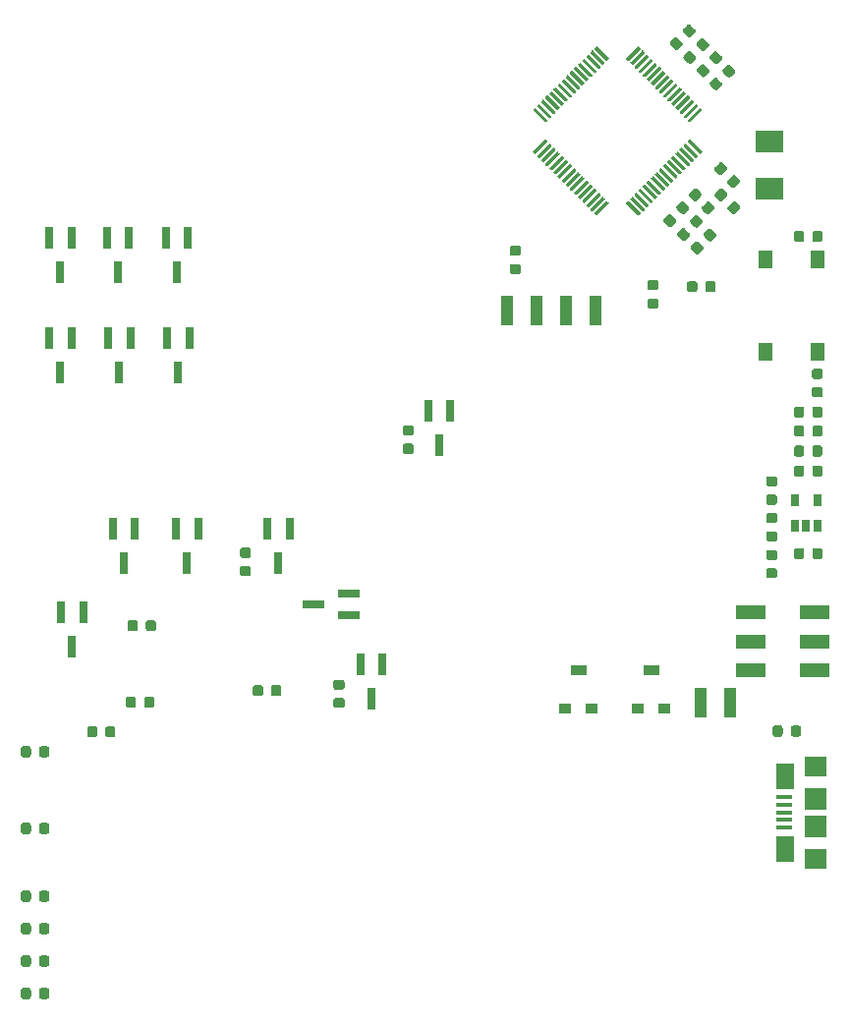
<source format=gbr>
G04 #@! TF.GenerationSoftware,KiCad,Pcbnew,5.1.5-52549c5~84~ubuntu18.04.1*
G04 #@! TF.CreationDate,2020-02-27T22:09:58-03:00*
G04 #@! TF.ProjectId,aquarius,61717561-7269-4757-932e-6b696361645f,0.0.0*
G04 #@! TF.SameCoordinates,Original*
G04 #@! TF.FileFunction,Paste,Bot*
G04 #@! TF.FilePolarity,Positive*
%FSLAX46Y46*%
G04 Gerber Fmt 4.6, Leading zero omitted, Abs format (unit mm)*
G04 Created by KiCad (PCBNEW 5.1.5-52549c5~84~ubuntu18.04.1) date 2020-02-27 22:09:58*
%MOMM*%
%LPD*%
G04 APERTURE LIST*
%ADD10C,0.100000*%
%ADD11R,1.000000X2.510000*%
%ADD12R,1.350000X0.400000*%
%ADD13R,1.600000X2.200000*%
%ADD14R,1.900000X1.800000*%
%ADD15R,1.900000X1.900000*%
%ADD16R,0.800000X1.900000*%
%ADD17R,1.900000X0.800000*%
%ADD18R,1.100000X0.900000*%
%ADD19R,1.400000X0.900000*%
%ADD20R,2.500000X1.200000*%
%ADD21R,1.300000X1.550000*%
%ADD22R,0.650000X1.060000*%
%ADD23R,2.400000X1.900000*%
G04 APERTURE END LIST*
D10*
G36*
X161558320Y-42948118D02*
G01*
X161565601Y-42949198D01*
X161572740Y-42950986D01*
X161579670Y-42953466D01*
X161586324Y-42956613D01*
X161592637Y-42960397D01*
X161598548Y-42964781D01*
X161604002Y-42969724D01*
X162593952Y-43959674D01*
X162598895Y-43965128D01*
X162603279Y-43971039D01*
X162607063Y-43977352D01*
X162610210Y-43984006D01*
X162612690Y-43990936D01*
X162614478Y-43998075D01*
X162615558Y-44005356D01*
X162615919Y-44012707D01*
X162615558Y-44020058D01*
X162614478Y-44027339D01*
X162612690Y-44034478D01*
X162610210Y-44041408D01*
X162607063Y-44048062D01*
X162603279Y-44054375D01*
X162598895Y-44060286D01*
X162593952Y-44065740D01*
X162487886Y-44171806D01*
X162482432Y-44176749D01*
X162476521Y-44181133D01*
X162470208Y-44184917D01*
X162463554Y-44188064D01*
X162456624Y-44190544D01*
X162449485Y-44192332D01*
X162442204Y-44193412D01*
X162434853Y-44193773D01*
X162427502Y-44193412D01*
X162420221Y-44192332D01*
X162413082Y-44190544D01*
X162406152Y-44188064D01*
X162399498Y-44184917D01*
X162393185Y-44181133D01*
X162387274Y-44176749D01*
X162381820Y-44171806D01*
X161391870Y-43181856D01*
X161386927Y-43176402D01*
X161382543Y-43170491D01*
X161378759Y-43164178D01*
X161375612Y-43157524D01*
X161373132Y-43150594D01*
X161371344Y-43143455D01*
X161370264Y-43136174D01*
X161369903Y-43128823D01*
X161370264Y-43121472D01*
X161371344Y-43114191D01*
X161373132Y-43107052D01*
X161375612Y-43100122D01*
X161378759Y-43093468D01*
X161382543Y-43087155D01*
X161386927Y-43081244D01*
X161391870Y-43075790D01*
X161497936Y-42969724D01*
X161503390Y-42964781D01*
X161509301Y-42960397D01*
X161515614Y-42956613D01*
X161522268Y-42953466D01*
X161529198Y-42950986D01*
X161536337Y-42949198D01*
X161543618Y-42948118D01*
X161550969Y-42947757D01*
X161558320Y-42948118D01*
G37*
G36*
X161911873Y-42594565D02*
G01*
X161919154Y-42595645D01*
X161926293Y-42597433D01*
X161933223Y-42599913D01*
X161939877Y-42603060D01*
X161946190Y-42606844D01*
X161952101Y-42611228D01*
X161957555Y-42616171D01*
X162947505Y-43606121D01*
X162952448Y-43611575D01*
X162956832Y-43617486D01*
X162960616Y-43623799D01*
X162963763Y-43630453D01*
X162966243Y-43637383D01*
X162968031Y-43644522D01*
X162969111Y-43651803D01*
X162969472Y-43659154D01*
X162969111Y-43666505D01*
X162968031Y-43673786D01*
X162966243Y-43680925D01*
X162963763Y-43687855D01*
X162960616Y-43694509D01*
X162956832Y-43700822D01*
X162952448Y-43706733D01*
X162947505Y-43712187D01*
X162841439Y-43818253D01*
X162835985Y-43823196D01*
X162830074Y-43827580D01*
X162823761Y-43831364D01*
X162817107Y-43834511D01*
X162810177Y-43836991D01*
X162803038Y-43838779D01*
X162795757Y-43839859D01*
X162788406Y-43840220D01*
X162781055Y-43839859D01*
X162773774Y-43838779D01*
X162766635Y-43836991D01*
X162759705Y-43834511D01*
X162753051Y-43831364D01*
X162746738Y-43827580D01*
X162740827Y-43823196D01*
X162735373Y-43818253D01*
X161745423Y-42828303D01*
X161740480Y-42822849D01*
X161736096Y-42816938D01*
X161732312Y-42810625D01*
X161729165Y-42803971D01*
X161726685Y-42797041D01*
X161724897Y-42789902D01*
X161723817Y-42782621D01*
X161723456Y-42775270D01*
X161723817Y-42767919D01*
X161724897Y-42760638D01*
X161726685Y-42753499D01*
X161729165Y-42746569D01*
X161732312Y-42739915D01*
X161736096Y-42733602D01*
X161740480Y-42727691D01*
X161745423Y-42722237D01*
X161851489Y-42616171D01*
X161856943Y-42611228D01*
X161862854Y-42606844D01*
X161869167Y-42603060D01*
X161875821Y-42599913D01*
X161882751Y-42597433D01*
X161889890Y-42595645D01*
X161897171Y-42594565D01*
X161904522Y-42594204D01*
X161911873Y-42594565D01*
G37*
G36*
X162265426Y-42241012D02*
G01*
X162272707Y-42242092D01*
X162279846Y-42243880D01*
X162286776Y-42246360D01*
X162293430Y-42249507D01*
X162299743Y-42253291D01*
X162305654Y-42257675D01*
X162311108Y-42262618D01*
X163301058Y-43252568D01*
X163306001Y-43258022D01*
X163310385Y-43263933D01*
X163314169Y-43270246D01*
X163317316Y-43276900D01*
X163319796Y-43283830D01*
X163321584Y-43290969D01*
X163322664Y-43298250D01*
X163323025Y-43305601D01*
X163322664Y-43312952D01*
X163321584Y-43320233D01*
X163319796Y-43327372D01*
X163317316Y-43334302D01*
X163314169Y-43340956D01*
X163310385Y-43347269D01*
X163306001Y-43353180D01*
X163301058Y-43358634D01*
X163194992Y-43464700D01*
X163189538Y-43469643D01*
X163183627Y-43474027D01*
X163177314Y-43477811D01*
X163170660Y-43480958D01*
X163163730Y-43483438D01*
X163156591Y-43485226D01*
X163149310Y-43486306D01*
X163141959Y-43486667D01*
X163134608Y-43486306D01*
X163127327Y-43485226D01*
X163120188Y-43483438D01*
X163113258Y-43480958D01*
X163106604Y-43477811D01*
X163100291Y-43474027D01*
X163094380Y-43469643D01*
X163088926Y-43464700D01*
X162098976Y-42474750D01*
X162094033Y-42469296D01*
X162089649Y-42463385D01*
X162085865Y-42457072D01*
X162082718Y-42450418D01*
X162080238Y-42443488D01*
X162078450Y-42436349D01*
X162077370Y-42429068D01*
X162077009Y-42421717D01*
X162077370Y-42414366D01*
X162078450Y-42407085D01*
X162080238Y-42399946D01*
X162082718Y-42393016D01*
X162085865Y-42386362D01*
X162089649Y-42380049D01*
X162094033Y-42374138D01*
X162098976Y-42368684D01*
X162205042Y-42262618D01*
X162210496Y-42257675D01*
X162216407Y-42253291D01*
X162222720Y-42249507D01*
X162229374Y-42246360D01*
X162236304Y-42243880D01*
X162243443Y-42242092D01*
X162250724Y-42241012D01*
X162258075Y-42240651D01*
X162265426Y-42241012D01*
G37*
G36*
X162618980Y-41887458D02*
G01*
X162626261Y-41888538D01*
X162633400Y-41890326D01*
X162640330Y-41892806D01*
X162646984Y-41895953D01*
X162653297Y-41899737D01*
X162659208Y-41904121D01*
X162664662Y-41909064D01*
X163654612Y-42899014D01*
X163659555Y-42904468D01*
X163663939Y-42910379D01*
X163667723Y-42916692D01*
X163670870Y-42923346D01*
X163673350Y-42930276D01*
X163675138Y-42937415D01*
X163676218Y-42944696D01*
X163676579Y-42952047D01*
X163676218Y-42959398D01*
X163675138Y-42966679D01*
X163673350Y-42973818D01*
X163670870Y-42980748D01*
X163667723Y-42987402D01*
X163663939Y-42993715D01*
X163659555Y-42999626D01*
X163654612Y-43005080D01*
X163548546Y-43111146D01*
X163543092Y-43116089D01*
X163537181Y-43120473D01*
X163530868Y-43124257D01*
X163524214Y-43127404D01*
X163517284Y-43129884D01*
X163510145Y-43131672D01*
X163502864Y-43132752D01*
X163495513Y-43133113D01*
X163488162Y-43132752D01*
X163480881Y-43131672D01*
X163473742Y-43129884D01*
X163466812Y-43127404D01*
X163460158Y-43124257D01*
X163453845Y-43120473D01*
X163447934Y-43116089D01*
X163442480Y-43111146D01*
X162452530Y-42121196D01*
X162447587Y-42115742D01*
X162443203Y-42109831D01*
X162439419Y-42103518D01*
X162436272Y-42096864D01*
X162433792Y-42089934D01*
X162432004Y-42082795D01*
X162430924Y-42075514D01*
X162430563Y-42068163D01*
X162430924Y-42060812D01*
X162432004Y-42053531D01*
X162433792Y-42046392D01*
X162436272Y-42039462D01*
X162439419Y-42032808D01*
X162443203Y-42026495D01*
X162447587Y-42020584D01*
X162452530Y-42015130D01*
X162558596Y-41909064D01*
X162564050Y-41904121D01*
X162569961Y-41899737D01*
X162576274Y-41895953D01*
X162582928Y-41892806D01*
X162589858Y-41890326D01*
X162596997Y-41888538D01*
X162604278Y-41887458D01*
X162611629Y-41887097D01*
X162618980Y-41887458D01*
G37*
G36*
X162972533Y-41533905D02*
G01*
X162979814Y-41534985D01*
X162986953Y-41536773D01*
X162993883Y-41539253D01*
X163000537Y-41542400D01*
X163006850Y-41546184D01*
X163012761Y-41550568D01*
X163018215Y-41555511D01*
X164008165Y-42545461D01*
X164013108Y-42550915D01*
X164017492Y-42556826D01*
X164021276Y-42563139D01*
X164024423Y-42569793D01*
X164026903Y-42576723D01*
X164028691Y-42583862D01*
X164029771Y-42591143D01*
X164030132Y-42598494D01*
X164029771Y-42605845D01*
X164028691Y-42613126D01*
X164026903Y-42620265D01*
X164024423Y-42627195D01*
X164021276Y-42633849D01*
X164017492Y-42640162D01*
X164013108Y-42646073D01*
X164008165Y-42651527D01*
X163902099Y-42757593D01*
X163896645Y-42762536D01*
X163890734Y-42766920D01*
X163884421Y-42770704D01*
X163877767Y-42773851D01*
X163870837Y-42776331D01*
X163863698Y-42778119D01*
X163856417Y-42779199D01*
X163849066Y-42779560D01*
X163841715Y-42779199D01*
X163834434Y-42778119D01*
X163827295Y-42776331D01*
X163820365Y-42773851D01*
X163813711Y-42770704D01*
X163807398Y-42766920D01*
X163801487Y-42762536D01*
X163796033Y-42757593D01*
X162806083Y-41767643D01*
X162801140Y-41762189D01*
X162796756Y-41756278D01*
X162792972Y-41749965D01*
X162789825Y-41743311D01*
X162787345Y-41736381D01*
X162785557Y-41729242D01*
X162784477Y-41721961D01*
X162784116Y-41714610D01*
X162784477Y-41707259D01*
X162785557Y-41699978D01*
X162787345Y-41692839D01*
X162789825Y-41685909D01*
X162792972Y-41679255D01*
X162796756Y-41672942D01*
X162801140Y-41667031D01*
X162806083Y-41661577D01*
X162912149Y-41555511D01*
X162917603Y-41550568D01*
X162923514Y-41546184D01*
X162929827Y-41542400D01*
X162936481Y-41539253D01*
X162943411Y-41536773D01*
X162950550Y-41534985D01*
X162957831Y-41533905D01*
X162965182Y-41533544D01*
X162972533Y-41533905D01*
G37*
G36*
X163326087Y-41180351D02*
G01*
X163333368Y-41181431D01*
X163340507Y-41183219D01*
X163347437Y-41185699D01*
X163354091Y-41188846D01*
X163360404Y-41192630D01*
X163366315Y-41197014D01*
X163371769Y-41201957D01*
X164361719Y-42191907D01*
X164366662Y-42197361D01*
X164371046Y-42203272D01*
X164374830Y-42209585D01*
X164377977Y-42216239D01*
X164380457Y-42223169D01*
X164382245Y-42230308D01*
X164383325Y-42237589D01*
X164383686Y-42244940D01*
X164383325Y-42252291D01*
X164382245Y-42259572D01*
X164380457Y-42266711D01*
X164377977Y-42273641D01*
X164374830Y-42280295D01*
X164371046Y-42286608D01*
X164366662Y-42292519D01*
X164361719Y-42297973D01*
X164255653Y-42404039D01*
X164250199Y-42408982D01*
X164244288Y-42413366D01*
X164237975Y-42417150D01*
X164231321Y-42420297D01*
X164224391Y-42422777D01*
X164217252Y-42424565D01*
X164209971Y-42425645D01*
X164202620Y-42426006D01*
X164195269Y-42425645D01*
X164187988Y-42424565D01*
X164180849Y-42422777D01*
X164173919Y-42420297D01*
X164167265Y-42417150D01*
X164160952Y-42413366D01*
X164155041Y-42408982D01*
X164149587Y-42404039D01*
X163159637Y-41414089D01*
X163154694Y-41408635D01*
X163150310Y-41402724D01*
X163146526Y-41396411D01*
X163143379Y-41389757D01*
X163140899Y-41382827D01*
X163139111Y-41375688D01*
X163138031Y-41368407D01*
X163137670Y-41361056D01*
X163138031Y-41353705D01*
X163139111Y-41346424D01*
X163140899Y-41339285D01*
X163143379Y-41332355D01*
X163146526Y-41325701D01*
X163150310Y-41319388D01*
X163154694Y-41313477D01*
X163159637Y-41308023D01*
X163265703Y-41201957D01*
X163271157Y-41197014D01*
X163277068Y-41192630D01*
X163283381Y-41188846D01*
X163290035Y-41185699D01*
X163296965Y-41183219D01*
X163304104Y-41181431D01*
X163311385Y-41180351D01*
X163318736Y-41179990D01*
X163326087Y-41180351D01*
G37*
G36*
X163679640Y-40826798D02*
G01*
X163686921Y-40827878D01*
X163694060Y-40829666D01*
X163700990Y-40832146D01*
X163707644Y-40835293D01*
X163713957Y-40839077D01*
X163719868Y-40843461D01*
X163725322Y-40848404D01*
X164715272Y-41838354D01*
X164720215Y-41843808D01*
X164724599Y-41849719D01*
X164728383Y-41856032D01*
X164731530Y-41862686D01*
X164734010Y-41869616D01*
X164735798Y-41876755D01*
X164736878Y-41884036D01*
X164737239Y-41891387D01*
X164736878Y-41898738D01*
X164735798Y-41906019D01*
X164734010Y-41913158D01*
X164731530Y-41920088D01*
X164728383Y-41926742D01*
X164724599Y-41933055D01*
X164720215Y-41938966D01*
X164715272Y-41944420D01*
X164609206Y-42050486D01*
X164603752Y-42055429D01*
X164597841Y-42059813D01*
X164591528Y-42063597D01*
X164584874Y-42066744D01*
X164577944Y-42069224D01*
X164570805Y-42071012D01*
X164563524Y-42072092D01*
X164556173Y-42072453D01*
X164548822Y-42072092D01*
X164541541Y-42071012D01*
X164534402Y-42069224D01*
X164527472Y-42066744D01*
X164520818Y-42063597D01*
X164514505Y-42059813D01*
X164508594Y-42055429D01*
X164503140Y-42050486D01*
X163513190Y-41060536D01*
X163508247Y-41055082D01*
X163503863Y-41049171D01*
X163500079Y-41042858D01*
X163496932Y-41036204D01*
X163494452Y-41029274D01*
X163492664Y-41022135D01*
X163491584Y-41014854D01*
X163491223Y-41007503D01*
X163491584Y-41000152D01*
X163492664Y-40992871D01*
X163494452Y-40985732D01*
X163496932Y-40978802D01*
X163500079Y-40972148D01*
X163503863Y-40965835D01*
X163508247Y-40959924D01*
X163513190Y-40954470D01*
X163619256Y-40848404D01*
X163624710Y-40843461D01*
X163630621Y-40839077D01*
X163636934Y-40835293D01*
X163643588Y-40832146D01*
X163650518Y-40829666D01*
X163657657Y-40827878D01*
X163664938Y-40826798D01*
X163672289Y-40826437D01*
X163679640Y-40826798D01*
G37*
G36*
X164033193Y-40473245D02*
G01*
X164040474Y-40474325D01*
X164047613Y-40476113D01*
X164054543Y-40478593D01*
X164061197Y-40481740D01*
X164067510Y-40485524D01*
X164073421Y-40489908D01*
X164078875Y-40494851D01*
X165068825Y-41484801D01*
X165073768Y-41490255D01*
X165078152Y-41496166D01*
X165081936Y-41502479D01*
X165085083Y-41509133D01*
X165087563Y-41516063D01*
X165089351Y-41523202D01*
X165090431Y-41530483D01*
X165090792Y-41537834D01*
X165090431Y-41545185D01*
X165089351Y-41552466D01*
X165087563Y-41559605D01*
X165085083Y-41566535D01*
X165081936Y-41573189D01*
X165078152Y-41579502D01*
X165073768Y-41585413D01*
X165068825Y-41590867D01*
X164962759Y-41696933D01*
X164957305Y-41701876D01*
X164951394Y-41706260D01*
X164945081Y-41710044D01*
X164938427Y-41713191D01*
X164931497Y-41715671D01*
X164924358Y-41717459D01*
X164917077Y-41718539D01*
X164909726Y-41718900D01*
X164902375Y-41718539D01*
X164895094Y-41717459D01*
X164887955Y-41715671D01*
X164881025Y-41713191D01*
X164874371Y-41710044D01*
X164868058Y-41706260D01*
X164862147Y-41701876D01*
X164856693Y-41696933D01*
X163866743Y-40706983D01*
X163861800Y-40701529D01*
X163857416Y-40695618D01*
X163853632Y-40689305D01*
X163850485Y-40682651D01*
X163848005Y-40675721D01*
X163846217Y-40668582D01*
X163845137Y-40661301D01*
X163844776Y-40653950D01*
X163845137Y-40646599D01*
X163846217Y-40639318D01*
X163848005Y-40632179D01*
X163850485Y-40625249D01*
X163853632Y-40618595D01*
X163857416Y-40612282D01*
X163861800Y-40606371D01*
X163866743Y-40600917D01*
X163972809Y-40494851D01*
X163978263Y-40489908D01*
X163984174Y-40485524D01*
X163990487Y-40481740D01*
X163997141Y-40478593D01*
X164004071Y-40476113D01*
X164011210Y-40474325D01*
X164018491Y-40473245D01*
X164025842Y-40472884D01*
X164033193Y-40473245D01*
G37*
G36*
X164386747Y-40119691D02*
G01*
X164394028Y-40120771D01*
X164401167Y-40122559D01*
X164408097Y-40125039D01*
X164414751Y-40128186D01*
X164421064Y-40131970D01*
X164426975Y-40136354D01*
X164432429Y-40141297D01*
X165422379Y-41131247D01*
X165427322Y-41136701D01*
X165431706Y-41142612D01*
X165435490Y-41148925D01*
X165438637Y-41155579D01*
X165441117Y-41162509D01*
X165442905Y-41169648D01*
X165443985Y-41176929D01*
X165444346Y-41184280D01*
X165443985Y-41191631D01*
X165442905Y-41198912D01*
X165441117Y-41206051D01*
X165438637Y-41212981D01*
X165435490Y-41219635D01*
X165431706Y-41225948D01*
X165427322Y-41231859D01*
X165422379Y-41237313D01*
X165316313Y-41343379D01*
X165310859Y-41348322D01*
X165304948Y-41352706D01*
X165298635Y-41356490D01*
X165291981Y-41359637D01*
X165285051Y-41362117D01*
X165277912Y-41363905D01*
X165270631Y-41364985D01*
X165263280Y-41365346D01*
X165255929Y-41364985D01*
X165248648Y-41363905D01*
X165241509Y-41362117D01*
X165234579Y-41359637D01*
X165227925Y-41356490D01*
X165221612Y-41352706D01*
X165215701Y-41348322D01*
X165210247Y-41343379D01*
X164220297Y-40353429D01*
X164215354Y-40347975D01*
X164210970Y-40342064D01*
X164207186Y-40335751D01*
X164204039Y-40329097D01*
X164201559Y-40322167D01*
X164199771Y-40315028D01*
X164198691Y-40307747D01*
X164198330Y-40300396D01*
X164198691Y-40293045D01*
X164199771Y-40285764D01*
X164201559Y-40278625D01*
X164204039Y-40271695D01*
X164207186Y-40265041D01*
X164210970Y-40258728D01*
X164215354Y-40252817D01*
X164220297Y-40247363D01*
X164326363Y-40141297D01*
X164331817Y-40136354D01*
X164337728Y-40131970D01*
X164344041Y-40128186D01*
X164350695Y-40125039D01*
X164357625Y-40122559D01*
X164364764Y-40120771D01*
X164372045Y-40119691D01*
X164379396Y-40119330D01*
X164386747Y-40119691D01*
G37*
G36*
X164740300Y-39766138D02*
G01*
X164747581Y-39767218D01*
X164754720Y-39769006D01*
X164761650Y-39771486D01*
X164768304Y-39774633D01*
X164774617Y-39778417D01*
X164780528Y-39782801D01*
X164785982Y-39787744D01*
X165775932Y-40777694D01*
X165780875Y-40783148D01*
X165785259Y-40789059D01*
X165789043Y-40795372D01*
X165792190Y-40802026D01*
X165794670Y-40808956D01*
X165796458Y-40816095D01*
X165797538Y-40823376D01*
X165797899Y-40830727D01*
X165797538Y-40838078D01*
X165796458Y-40845359D01*
X165794670Y-40852498D01*
X165792190Y-40859428D01*
X165789043Y-40866082D01*
X165785259Y-40872395D01*
X165780875Y-40878306D01*
X165775932Y-40883760D01*
X165669866Y-40989826D01*
X165664412Y-40994769D01*
X165658501Y-40999153D01*
X165652188Y-41002937D01*
X165645534Y-41006084D01*
X165638604Y-41008564D01*
X165631465Y-41010352D01*
X165624184Y-41011432D01*
X165616833Y-41011793D01*
X165609482Y-41011432D01*
X165602201Y-41010352D01*
X165595062Y-41008564D01*
X165588132Y-41006084D01*
X165581478Y-41002937D01*
X165575165Y-40999153D01*
X165569254Y-40994769D01*
X165563800Y-40989826D01*
X164573850Y-39999876D01*
X164568907Y-39994422D01*
X164564523Y-39988511D01*
X164560739Y-39982198D01*
X164557592Y-39975544D01*
X164555112Y-39968614D01*
X164553324Y-39961475D01*
X164552244Y-39954194D01*
X164551883Y-39946843D01*
X164552244Y-39939492D01*
X164553324Y-39932211D01*
X164555112Y-39925072D01*
X164557592Y-39918142D01*
X164560739Y-39911488D01*
X164564523Y-39905175D01*
X164568907Y-39899264D01*
X164573850Y-39893810D01*
X164679916Y-39787744D01*
X164685370Y-39782801D01*
X164691281Y-39778417D01*
X164697594Y-39774633D01*
X164704248Y-39771486D01*
X164711178Y-39769006D01*
X164718317Y-39767218D01*
X164725598Y-39766138D01*
X164732949Y-39765777D01*
X164740300Y-39766138D01*
G37*
G36*
X165093853Y-39412585D02*
G01*
X165101134Y-39413665D01*
X165108273Y-39415453D01*
X165115203Y-39417933D01*
X165121857Y-39421080D01*
X165128170Y-39424864D01*
X165134081Y-39429248D01*
X165139535Y-39434191D01*
X166129485Y-40424141D01*
X166134428Y-40429595D01*
X166138812Y-40435506D01*
X166142596Y-40441819D01*
X166145743Y-40448473D01*
X166148223Y-40455403D01*
X166150011Y-40462542D01*
X166151091Y-40469823D01*
X166151452Y-40477174D01*
X166151091Y-40484525D01*
X166150011Y-40491806D01*
X166148223Y-40498945D01*
X166145743Y-40505875D01*
X166142596Y-40512529D01*
X166138812Y-40518842D01*
X166134428Y-40524753D01*
X166129485Y-40530207D01*
X166023419Y-40636273D01*
X166017965Y-40641216D01*
X166012054Y-40645600D01*
X166005741Y-40649384D01*
X165999087Y-40652531D01*
X165992157Y-40655011D01*
X165985018Y-40656799D01*
X165977737Y-40657879D01*
X165970386Y-40658240D01*
X165963035Y-40657879D01*
X165955754Y-40656799D01*
X165948615Y-40655011D01*
X165941685Y-40652531D01*
X165935031Y-40649384D01*
X165928718Y-40645600D01*
X165922807Y-40641216D01*
X165917353Y-40636273D01*
X164927403Y-39646323D01*
X164922460Y-39640869D01*
X164918076Y-39634958D01*
X164914292Y-39628645D01*
X164911145Y-39621991D01*
X164908665Y-39615061D01*
X164906877Y-39607922D01*
X164905797Y-39600641D01*
X164905436Y-39593290D01*
X164905797Y-39585939D01*
X164906877Y-39578658D01*
X164908665Y-39571519D01*
X164911145Y-39564589D01*
X164914292Y-39557935D01*
X164918076Y-39551622D01*
X164922460Y-39545711D01*
X164927403Y-39540257D01*
X165033469Y-39434191D01*
X165038923Y-39429248D01*
X165044834Y-39424864D01*
X165051147Y-39421080D01*
X165057801Y-39417933D01*
X165064731Y-39415453D01*
X165071870Y-39413665D01*
X165079151Y-39412585D01*
X165086502Y-39412224D01*
X165093853Y-39412585D01*
G37*
G36*
X165447407Y-39059031D02*
G01*
X165454688Y-39060111D01*
X165461827Y-39061899D01*
X165468757Y-39064379D01*
X165475411Y-39067526D01*
X165481724Y-39071310D01*
X165487635Y-39075694D01*
X165493089Y-39080637D01*
X166483039Y-40070587D01*
X166487982Y-40076041D01*
X166492366Y-40081952D01*
X166496150Y-40088265D01*
X166499297Y-40094919D01*
X166501777Y-40101849D01*
X166503565Y-40108988D01*
X166504645Y-40116269D01*
X166505006Y-40123620D01*
X166504645Y-40130971D01*
X166503565Y-40138252D01*
X166501777Y-40145391D01*
X166499297Y-40152321D01*
X166496150Y-40158975D01*
X166492366Y-40165288D01*
X166487982Y-40171199D01*
X166483039Y-40176653D01*
X166376973Y-40282719D01*
X166371519Y-40287662D01*
X166365608Y-40292046D01*
X166359295Y-40295830D01*
X166352641Y-40298977D01*
X166345711Y-40301457D01*
X166338572Y-40303245D01*
X166331291Y-40304325D01*
X166323940Y-40304686D01*
X166316589Y-40304325D01*
X166309308Y-40303245D01*
X166302169Y-40301457D01*
X166295239Y-40298977D01*
X166288585Y-40295830D01*
X166282272Y-40292046D01*
X166276361Y-40287662D01*
X166270907Y-40282719D01*
X165280957Y-39292769D01*
X165276014Y-39287315D01*
X165271630Y-39281404D01*
X165267846Y-39275091D01*
X165264699Y-39268437D01*
X165262219Y-39261507D01*
X165260431Y-39254368D01*
X165259351Y-39247087D01*
X165258990Y-39239736D01*
X165259351Y-39232385D01*
X165260431Y-39225104D01*
X165262219Y-39217965D01*
X165264699Y-39211035D01*
X165267846Y-39204381D01*
X165271630Y-39198068D01*
X165276014Y-39192157D01*
X165280957Y-39186703D01*
X165387023Y-39080637D01*
X165392477Y-39075694D01*
X165398388Y-39071310D01*
X165404701Y-39067526D01*
X165411355Y-39064379D01*
X165418285Y-39061899D01*
X165425424Y-39060111D01*
X165432705Y-39059031D01*
X165440056Y-39058670D01*
X165447407Y-39059031D01*
G37*
G36*
X165800960Y-38705478D02*
G01*
X165808241Y-38706558D01*
X165815380Y-38708346D01*
X165822310Y-38710826D01*
X165828964Y-38713973D01*
X165835277Y-38717757D01*
X165841188Y-38722141D01*
X165846642Y-38727084D01*
X166836592Y-39717034D01*
X166841535Y-39722488D01*
X166845919Y-39728399D01*
X166849703Y-39734712D01*
X166852850Y-39741366D01*
X166855330Y-39748296D01*
X166857118Y-39755435D01*
X166858198Y-39762716D01*
X166858559Y-39770067D01*
X166858198Y-39777418D01*
X166857118Y-39784699D01*
X166855330Y-39791838D01*
X166852850Y-39798768D01*
X166849703Y-39805422D01*
X166845919Y-39811735D01*
X166841535Y-39817646D01*
X166836592Y-39823100D01*
X166730526Y-39929166D01*
X166725072Y-39934109D01*
X166719161Y-39938493D01*
X166712848Y-39942277D01*
X166706194Y-39945424D01*
X166699264Y-39947904D01*
X166692125Y-39949692D01*
X166684844Y-39950772D01*
X166677493Y-39951133D01*
X166670142Y-39950772D01*
X166662861Y-39949692D01*
X166655722Y-39947904D01*
X166648792Y-39945424D01*
X166642138Y-39942277D01*
X166635825Y-39938493D01*
X166629914Y-39934109D01*
X166624460Y-39929166D01*
X165634510Y-38939216D01*
X165629567Y-38933762D01*
X165625183Y-38927851D01*
X165621399Y-38921538D01*
X165618252Y-38914884D01*
X165615772Y-38907954D01*
X165613984Y-38900815D01*
X165612904Y-38893534D01*
X165612543Y-38886183D01*
X165612904Y-38878832D01*
X165613984Y-38871551D01*
X165615772Y-38864412D01*
X165618252Y-38857482D01*
X165621399Y-38850828D01*
X165625183Y-38844515D01*
X165629567Y-38838604D01*
X165634510Y-38833150D01*
X165740576Y-38727084D01*
X165746030Y-38722141D01*
X165751941Y-38717757D01*
X165758254Y-38713973D01*
X165764908Y-38710826D01*
X165771838Y-38708346D01*
X165778977Y-38706558D01*
X165786258Y-38705478D01*
X165793609Y-38705117D01*
X165800960Y-38705478D01*
G37*
G36*
X166154514Y-38351924D02*
G01*
X166161795Y-38353004D01*
X166168934Y-38354792D01*
X166175864Y-38357272D01*
X166182518Y-38360419D01*
X166188831Y-38364203D01*
X166194742Y-38368587D01*
X166200196Y-38373530D01*
X167190146Y-39363480D01*
X167195089Y-39368934D01*
X167199473Y-39374845D01*
X167203257Y-39381158D01*
X167206404Y-39387812D01*
X167208884Y-39394742D01*
X167210672Y-39401881D01*
X167211752Y-39409162D01*
X167212113Y-39416513D01*
X167211752Y-39423864D01*
X167210672Y-39431145D01*
X167208884Y-39438284D01*
X167206404Y-39445214D01*
X167203257Y-39451868D01*
X167199473Y-39458181D01*
X167195089Y-39464092D01*
X167190146Y-39469546D01*
X167084080Y-39575612D01*
X167078626Y-39580555D01*
X167072715Y-39584939D01*
X167066402Y-39588723D01*
X167059748Y-39591870D01*
X167052818Y-39594350D01*
X167045679Y-39596138D01*
X167038398Y-39597218D01*
X167031047Y-39597579D01*
X167023696Y-39597218D01*
X167016415Y-39596138D01*
X167009276Y-39594350D01*
X167002346Y-39591870D01*
X166995692Y-39588723D01*
X166989379Y-39584939D01*
X166983468Y-39580555D01*
X166978014Y-39575612D01*
X165988064Y-38585662D01*
X165983121Y-38580208D01*
X165978737Y-38574297D01*
X165974953Y-38567984D01*
X165971806Y-38561330D01*
X165969326Y-38554400D01*
X165967538Y-38547261D01*
X165966458Y-38539980D01*
X165966097Y-38532629D01*
X165966458Y-38525278D01*
X165967538Y-38517997D01*
X165969326Y-38510858D01*
X165971806Y-38503928D01*
X165974953Y-38497274D01*
X165978737Y-38490961D01*
X165983121Y-38485050D01*
X165988064Y-38479596D01*
X166094130Y-38373530D01*
X166099584Y-38368587D01*
X166105495Y-38364203D01*
X166111808Y-38360419D01*
X166118462Y-38357272D01*
X166125392Y-38354792D01*
X166132531Y-38353004D01*
X166139812Y-38351924D01*
X166147163Y-38351563D01*
X166154514Y-38351924D01*
G37*
G36*
X166508067Y-37998371D02*
G01*
X166515348Y-37999451D01*
X166522487Y-38001239D01*
X166529417Y-38003719D01*
X166536071Y-38006866D01*
X166542384Y-38010650D01*
X166548295Y-38015034D01*
X166553749Y-38019977D01*
X167543699Y-39009927D01*
X167548642Y-39015381D01*
X167553026Y-39021292D01*
X167556810Y-39027605D01*
X167559957Y-39034259D01*
X167562437Y-39041189D01*
X167564225Y-39048328D01*
X167565305Y-39055609D01*
X167565666Y-39062960D01*
X167565305Y-39070311D01*
X167564225Y-39077592D01*
X167562437Y-39084731D01*
X167559957Y-39091661D01*
X167556810Y-39098315D01*
X167553026Y-39104628D01*
X167548642Y-39110539D01*
X167543699Y-39115993D01*
X167437633Y-39222059D01*
X167432179Y-39227002D01*
X167426268Y-39231386D01*
X167419955Y-39235170D01*
X167413301Y-39238317D01*
X167406371Y-39240797D01*
X167399232Y-39242585D01*
X167391951Y-39243665D01*
X167384600Y-39244026D01*
X167377249Y-39243665D01*
X167369968Y-39242585D01*
X167362829Y-39240797D01*
X167355899Y-39238317D01*
X167349245Y-39235170D01*
X167342932Y-39231386D01*
X167337021Y-39227002D01*
X167331567Y-39222059D01*
X166341617Y-38232109D01*
X166336674Y-38226655D01*
X166332290Y-38220744D01*
X166328506Y-38214431D01*
X166325359Y-38207777D01*
X166322879Y-38200847D01*
X166321091Y-38193708D01*
X166320011Y-38186427D01*
X166319650Y-38179076D01*
X166320011Y-38171725D01*
X166321091Y-38164444D01*
X166322879Y-38157305D01*
X166325359Y-38150375D01*
X166328506Y-38143721D01*
X166332290Y-38137408D01*
X166336674Y-38131497D01*
X166341617Y-38126043D01*
X166447683Y-38019977D01*
X166453137Y-38015034D01*
X166459048Y-38010650D01*
X166465361Y-38006866D01*
X166472015Y-38003719D01*
X166478945Y-38001239D01*
X166486084Y-37999451D01*
X166493365Y-37998371D01*
X166500716Y-37998010D01*
X166508067Y-37998371D01*
G37*
G36*
X166861620Y-37644818D02*
G01*
X166868901Y-37645898D01*
X166876040Y-37647686D01*
X166882970Y-37650166D01*
X166889624Y-37653313D01*
X166895937Y-37657097D01*
X166901848Y-37661481D01*
X166907302Y-37666424D01*
X167897252Y-38656374D01*
X167902195Y-38661828D01*
X167906579Y-38667739D01*
X167910363Y-38674052D01*
X167913510Y-38680706D01*
X167915990Y-38687636D01*
X167917778Y-38694775D01*
X167918858Y-38702056D01*
X167919219Y-38709407D01*
X167918858Y-38716758D01*
X167917778Y-38724039D01*
X167915990Y-38731178D01*
X167913510Y-38738108D01*
X167910363Y-38744762D01*
X167906579Y-38751075D01*
X167902195Y-38756986D01*
X167897252Y-38762440D01*
X167791186Y-38868506D01*
X167785732Y-38873449D01*
X167779821Y-38877833D01*
X167773508Y-38881617D01*
X167766854Y-38884764D01*
X167759924Y-38887244D01*
X167752785Y-38889032D01*
X167745504Y-38890112D01*
X167738153Y-38890473D01*
X167730802Y-38890112D01*
X167723521Y-38889032D01*
X167716382Y-38887244D01*
X167709452Y-38884764D01*
X167702798Y-38881617D01*
X167696485Y-38877833D01*
X167690574Y-38873449D01*
X167685120Y-38868506D01*
X166695170Y-37878556D01*
X166690227Y-37873102D01*
X166685843Y-37867191D01*
X166682059Y-37860878D01*
X166678912Y-37854224D01*
X166676432Y-37847294D01*
X166674644Y-37840155D01*
X166673564Y-37832874D01*
X166673203Y-37825523D01*
X166673564Y-37818172D01*
X166674644Y-37810891D01*
X166676432Y-37803752D01*
X166678912Y-37796822D01*
X166682059Y-37790168D01*
X166685843Y-37783855D01*
X166690227Y-37777944D01*
X166695170Y-37772490D01*
X166801236Y-37666424D01*
X166806690Y-37661481D01*
X166812601Y-37657097D01*
X166818914Y-37653313D01*
X166825568Y-37650166D01*
X166832498Y-37647686D01*
X166839637Y-37645898D01*
X166846918Y-37644818D01*
X166854269Y-37644457D01*
X166861620Y-37644818D01*
G37*
G36*
X170467866Y-37644818D02*
G01*
X170475147Y-37645898D01*
X170482286Y-37647686D01*
X170489216Y-37650166D01*
X170495870Y-37653313D01*
X170502183Y-37657097D01*
X170508094Y-37661481D01*
X170513548Y-37666424D01*
X170619614Y-37772490D01*
X170624557Y-37777944D01*
X170628941Y-37783855D01*
X170632725Y-37790168D01*
X170635872Y-37796822D01*
X170638352Y-37803752D01*
X170640140Y-37810891D01*
X170641220Y-37818172D01*
X170641581Y-37825523D01*
X170641220Y-37832874D01*
X170640140Y-37840155D01*
X170638352Y-37847294D01*
X170635872Y-37854224D01*
X170632725Y-37860878D01*
X170628941Y-37867191D01*
X170624557Y-37873102D01*
X170619614Y-37878556D01*
X169629664Y-38868506D01*
X169624210Y-38873449D01*
X169618299Y-38877833D01*
X169611986Y-38881617D01*
X169605332Y-38884764D01*
X169598402Y-38887244D01*
X169591263Y-38889032D01*
X169583982Y-38890112D01*
X169576631Y-38890473D01*
X169569280Y-38890112D01*
X169561999Y-38889032D01*
X169554860Y-38887244D01*
X169547930Y-38884764D01*
X169541276Y-38881617D01*
X169534963Y-38877833D01*
X169529052Y-38873449D01*
X169523598Y-38868506D01*
X169417532Y-38762440D01*
X169412589Y-38756986D01*
X169408205Y-38751075D01*
X169404421Y-38744762D01*
X169401274Y-38738108D01*
X169398794Y-38731178D01*
X169397006Y-38724039D01*
X169395926Y-38716758D01*
X169395565Y-38709407D01*
X169395926Y-38702056D01*
X169397006Y-38694775D01*
X169398794Y-38687636D01*
X169401274Y-38680706D01*
X169404421Y-38674052D01*
X169408205Y-38667739D01*
X169412589Y-38661828D01*
X169417532Y-38656374D01*
X170407482Y-37666424D01*
X170412936Y-37661481D01*
X170418847Y-37657097D01*
X170425160Y-37653313D01*
X170431814Y-37650166D01*
X170438744Y-37647686D01*
X170445883Y-37645898D01*
X170453164Y-37644818D01*
X170460515Y-37644457D01*
X170467866Y-37644818D01*
G37*
G36*
X170821419Y-37998371D02*
G01*
X170828700Y-37999451D01*
X170835839Y-38001239D01*
X170842769Y-38003719D01*
X170849423Y-38006866D01*
X170855736Y-38010650D01*
X170861647Y-38015034D01*
X170867101Y-38019977D01*
X170973167Y-38126043D01*
X170978110Y-38131497D01*
X170982494Y-38137408D01*
X170986278Y-38143721D01*
X170989425Y-38150375D01*
X170991905Y-38157305D01*
X170993693Y-38164444D01*
X170994773Y-38171725D01*
X170995134Y-38179076D01*
X170994773Y-38186427D01*
X170993693Y-38193708D01*
X170991905Y-38200847D01*
X170989425Y-38207777D01*
X170986278Y-38214431D01*
X170982494Y-38220744D01*
X170978110Y-38226655D01*
X170973167Y-38232109D01*
X169983217Y-39222059D01*
X169977763Y-39227002D01*
X169971852Y-39231386D01*
X169965539Y-39235170D01*
X169958885Y-39238317D01*
X169951955Y-39240797D01*
X169944816Y-39242585D01*
X169937535Y-39243665D01*
X169930184Y-39244026D01*
X169922833Y-39243665D01*
X169915552Y-39242585D01*
X169908413Y-39240797D01*
X169901483Y-39238317D01*
X169894829Y-39235170D01*
X169888516Y-39231386D01*
X169882605Y-39227002D01*
X169877151Y-39222059D01*
X169771085Y-39115993D01*
X169766142Y-39110539D01*
X169761758Y-39104628D01*
X169757974Y-39098315D01*
X169754827Y-39091661D01*
X169752347Y-39084731D01*
X169750559Y-39077592D01*
X169749479Y-39070311D01*
X169749118Y-39062960D01*
X169749479Y-39055609D01*
X169750559Y-39048328D01*
X169752347Y-39041189D01*
X169754827Y-39034259D01*
X169757974Y-39027605D01*
X169761758Y-39021292D01*
X169766142Y-39015381D01*
X169771085Y-39009927D01*
X170761035Y-38019977D01*
X170766489Y-38015034D01*
X170772400Y-38010650D01*
X170778713Y-38006866D01*
X170785367Y-38003719D01*
X170792297Y-38001239D01*
X170799436Y-37999451D01*
X170806717Y-37998371D01*
X170814068Y-37998010D01*
X170821419Y-37998371D01*
G37*
G36*
X171174972Y-38351924D02*
G01*
X171182253Y-38353004D01*
X171189392Y-38354792D01*
X171196322Y-38357272D01*
X171202976Y-38360419D01*
X171209289Y-38364203D01*
X171215200Y-38368587D01*
X171220654Y-38373530D01*
X171326720Y-38479596D01*
X171331663Y-38485050D01*
X171336047Y-38490961D01*
X171339831Y-38497274D01*
X171342978Y-38503928D01*
X171345458Y-38510858D01*
X171347246Y-38517997D01*
X171348326Y-38525278D01*
X171348687Y-38532629D01*
X171348326Y-38539980D01*
X171347246Y-38547261D01*
X171345458Y-38554400D01*
X171342978Y-38561330D01*
X171339831Y-38567984D01*
X171336047Y-38574297D01*
X171331663Y-38580208D01*
X171326720Y-38585662D01*
X170336770Y-39575612D01*
X170331316Y-39580555D01*
X170325405Y-39584939D01*
X170319092Y-39588723D01*
X170312438Y-39591870D01*
X170305508Y-39594350D01*
X170298369Y-39596138D01*
X170291088Y-39597218D01*
X170283737Y-39597579D01*
X170276386Y-39597218D01*
X170269105Y-39596138D01*
X170261966Y-39594350D01*
X170255036Y-39591870D01*
X170248382Y-39588723D01*
X170242069Y-39584939D01*
X170236158Y-39580555D01*
X170230704Y-39575612D01*
X170124638Y-39469546D01*
X170119695Y-39464092D01*
X170115311Y-39458181D01*
X170111527Y-39451868D01*
X170108380Y-39445214D01*
X170105900Y-39438284D01*
X170104112Y-39431145D01*
X170103032Y-39423864D01*
X170102671Y-39416513D01*
X170103032Y-39409162D01*
X170104112Y-39401881D01*
X170105900Y-39394742D01*
X170108380Y-39387812D01*
X170111527Y-39381158D01*
X170115311Y-39374845D01*
X170119695Y-39368934D01*
X170124638Y-39363480D01*
X171114588Y-38373530D01*
X171120042Y-38368587D01*
X171125953Y-38364203D01*
X171132266Y-38360419D01*
X171138920Y-38357272D01*
X171145850Y-38354792D01*
X171152989Y-38353004D01*
X171160270Y-38351924D01*
X171167621Y-38351563D01*
X171174972Y-38351924D01*
G37*
G36*
X171528526Y-38705478D02*
G01*
X171535807Y-38706558D01*
X171542946Y-38708346D01*
X171549876Y-38710826D01*
X171556530Y-38713973D01*
X171562843Y-38717757D01*
X171568754Y-38722141D01*
X171574208Y-38727084D01*
X171680274Y-38833150D01*
X171685217Y-38838604D01*
X171689601Y-38844515D01*
X171693385Y-38850828D01*
X171696532Y-38857482D01*
X171699012Y-38864412D01*
X171700800Y-38871551D01*
X171701880Y-38878832D01*
X171702241Y-38886183D01*
X171701880Y-38893534D01*
X171700800Y-38900815D01*
X171699012Y-38907954D01*
X171696532Y-38914884D01*
X171693385Y-38921538D01*
X171689601Y-38927851D01*
X171685217Y-38933762D01*
X171680274Y-38939216D01*
X170690324Y-39929166D01*
X170684870Y-39934109D01*
X170678959Y-39938493D01*
X170672646Y-39942277D01*
X170665992Y-39945424D01*
X170659062Y-39947904D01*
X170651923Y-39949692D01*
X170644642Y-39950772D01*
X170637291Y-39951133D01*
X170629940Y-39950772D01*
X170622659Y-39949692D01*
X170615520Y-39947904D01*
X170608590Y-39945424D01*
X170601936Y-39942277D01*
X170595623Y-39938493D01*
X170589712Y-39934109D01*
X170584258Y-39929166D01*
X170478192Y-39823100D01*
X170473249Y-39817646D01*
X170468865Y-39811735D01*
X170465081Y-39805422D01*
X170461934Y-39798768D01*
X170459454Y-39791838D01*
X170457666Y-39784699D01*
X170456586Y-39777418D01*
X170456225Y-39770067D01*
X170456586Y-39762716D01*
X170457666Y-39755435D01*
X170459454Y-39748296D01*
X170461934Y-39741366D01*
X170465081Y-39734712D01*
X170468865Y-39728399D01*
X170473249Y-39722488D01*
X170478192Y-39717034D01*
X171468142Y-38727084D01*
X171473596Y-38722141D01*
X171479507Y-38717757D01*
X171485820Y-38713973D01*
X171492474Y-38710826D01*
X171499404Y-38708346D01*
X171506543Y-38706558D01*
X171513824Y-38705478D01*
X171521175Y-38705117D01*
X171528526Y-38705478D01*
G37*
G36*
X171882079Y-39059031D02*
G01*
X171889360Y-39060111D01*
X171896499Y-39061899D01*
X171903429Y-39064379D01*
X171910083Y-39067526D01*
X171916396Y-39071310D01*
X171922307Y-39075694D01*
X171927761Y-39080637D01*
X172033827Y-39186703D01*
X172038770Y-39192157D01*
X172043154Y-39198068D01*
X172046938Y-39204381D01*
X172050085Y-39211035D01*
X172052565Y-39217965D01*
X172054353Y-39225104D01*
X172055433Y-39232385D01*
X172055794Y-39239736D01*
X172055433Y-39247087D01*
X172054353Y-39254368D01*
X172052565Y-39261507D01*
X172050085Y-39268437D01*
X172046938Y-39275091D01*
X172043154Y-39281404D01*
X172038770Y-39287315D01*
X172033827Y-39292769D01*
X171043877Y-40282719D01*
X171038423Y-40287662D01*
X171032512Y-40292046D01*
X171026199Y-40295830D01*
X171019545Y-40298977D01*
X171012615Y-40301457D01*
X171005476Y-40303245D01*
X170998195Y-40304325D01*
X170990844Y-40304686D01*
X170983493Y-40304325D01*
X170976212Y-40303245D01*
X170969073Y-40301457D01*
X170962143Y-40298977D01*
X170955489Y-40295830D01*
X170949176Y-40292046D01*
X170943265Y-40287662D01*
X170937811Y-40282719D01*
X170831745Y-40176653D01*
X170826802Y-40171199D01*
X170822418Y-40165288D01*
X170818634Y-40158975D01*
X170815487Y-40152321D01*
X170813007Y-40145391D01*
X170811219Y-40138252D01*
X170810139Y-40130971D01*
X170809778Y-40123620D01*
X170810139Y-40116269D01*
X170811219Y-40108988D01*
X170813007Y-40101849D01*
X170815487Y-40094919D01*
X170818634Y-40088265D01*
X170822418Y-40081952D01*
X170826802Y-40076041D01*
X170831745Y-40070587D01*
X171821695Y-39080637D01*
X171827149Y-39075694D01*
X171833060Y-39071310D01*
X171839373Y-39067526D01*
X171846027Y-39064379D01*
X171852957Y-39061899D01*
X171860096Y-39060111D01*
X171867377Y-39059031D01*
X171874728Y-39058670D01*
X171882079Y-39059031D01*
G37*
G36*
X172235633Y-39412585D02*
G01*
X172242914Y-39413665D01*
X172250053Y-39415453D01*
X172256983Y-39417933D01*
X172263637Y-39421080D01*
X172269950Y-39424864D01*
X172275861Y-39429248D01*
X172281315Y-39434191D01*
X172387381Y-39540257D01*
X172392324Y-39545711D01*
X172396708Y-39551622D01*
X172400492Y-39557935D01*
X172403639Y-39564589D01*
X172406119Y-39571519D01*
X172407907Y-39578658D01*
X172408987Y-39585939D01*
X172409348Y-39593290D01*
X172408987Y-39600641D01*
X172407907Y-39607922D01*
X172406119Y-39615061D01*
X172403639Y-39621991D01*
X172400492Y-39628645D01*
X172396708Y-39634958D01*
X172392324Y-39640869D01*
X172387381Y-39646323D01*
X171397431Y-40636273D01*
X171391977Y-40641216D01*
X171386066Y-40645600D01*
X171379753Y-40649384D01*
X171373099Y-40652531D01*
X171366169Y-40655011D01*
X171359030Y-40656799D01*
X171351749Y-40657879D01*
X171344398Y-40658240D01*
X171337047Y-40657879D01*
X171329766Y-40656799D01*
X171322627Y-40655011D01*
X171315697Y-40652531D01*
X171309043Y-40649384D01*
X171302730Y-40645600D01*
X171296819Y-40641216D01*
X171291365Y-40636273D01*
X171185299Y-40530207D01*
X171180356Y-40524753D01*
X171175972Y-40518842D01*
X171172188Y-40512529D01*
X171169041Y-40505875D01*
X171166561Y-40498945D01*
X171164773Y-40491806D01*
X171163693Y-40484525D01*
X171163332Y-40477174D01*
X171163693Y-40469823D01*
X171164773Y-40462542D01*
X171166561Y-40455403D01*
X171169041Y-40448473D01*
X171172188Y-40441819D01*
X171175972Y-40435506D01*
X171180356Y-40429595D01*
X171185299Y-40424141D01*
X172175249Y-39434191D01*
X172180703Y-39429248D01*
X172186614Y-39424864D01*
X172192927Y-39421080D01*
X172199581Y-39417933D01*
X172206511Y-39415453D01*
X172213650Y-39413665D01*
X172220931Y-39412585D01*
X172228282Y-39412224D01*
X172235633Y-39412585D01*
G37*
G36*
X172589186Y-39766138D02*
G01*
X172596467Y-39767218D01*
X172603606Y-39769006D01*
X172610536Y-39771486D01*
X172617190Y-39774633D01*
X172623503Y-39778417D01*
X172629414Y-39782801D01*
X172634868Y-39787744D01*
X172740934Y-39893810D01*
X172745877Y-39899264D01*
X172750261Y-39905175D01*
X172754045Y-39911488D01*
X172757192Y-39918142D01*
X172759672Y-39925072D01*
X172761460Y-39932211D01*
X172762540Y-39939492D01*
X172762901Y-39946843D01*
X172762540Y-39954194D01*
X172761460Y-39961475D01*
X172759672Y-39968614D01*
X172757192Y-39975544D01*
X172754045Y-39982198D01*
X172750261Y-39988511D01*
X172745877Y-39994422D01*
X172740934Y-39999876D01*
X171750984Y-40989826D01*
X171745530Y-40994769D01*
X171739619Y-40999153D01*
X171733306Y-41002937D01*
X171726652Y-41006084D01*
X171719722Y-41008564D01*
X171712583Y-41010352D01*
X171705302Y-41011432D01*
X171697951Y-41011793D01*
X171690600Y-41011432D01*
X171683319Y-41010352D01*
X171676180Y-41008564D01*
X171669250Y-41006084D01*
X171662596Y-41002937D01*
X171656283Y-40999153D01*
X171650372Y-40994769D01*
X171644918Y-40989826D01*
X171538852Y-40883760D01*
X171533909Y-40878306D01*
X171529525Y-40872395D01*
X171525741Y-40866082D01*
X171522594Y-40859428D01*
X171520114Y-40852498D01*
X171518326Y-40845359D01*
X171517246Y-40838078D01*
X171516885Y-40830727D01*
X171517246Y-40823376D01*
X171518326Y-40816095D01*
X171520114Y-40808956D01*
X171522594Y-40802026D01*
X171525741Y-40795372D01*
X171529525Y-40789059D01*
X171533909Y-40783148D01*
X171538852Y-40777694D01*
X172528802Y-39787744D01*
X172534256Y-39782801D01*
X172540167Y-39778417D01*
X172546480Y-39774633D01*
X172553134Y-39771486D01*
X172560064Y-39769006D01*
X172567203Y-39767218D01*
X172574484Y-39766138D01*
X172581835Y-39765777D01*
X172589186Y-39766138D01*
G37*
G36*
X172942739Y-40119691D02*
G01*
X172950020Y-40120771D01*
X172957159Y-40122559D01*
X172964089Y-40125039D01*
X172970743Y-40128186D01*
X172977056Y-40131970D01*
X172982967Y-40136354D01*
X172988421Y-40141297D01*
X173094487Y-40247363D01*
X173099430Y-40252817D01*
X173103814Y-40258728D01*
X173107598Y-40265041D01*
X173110745Y-40271695D01*
X173113225Y-40278625D01*
X173115013Y-40285764D01*
X173116093Y-40293045D01*
X173116454Y-40300396D01*
X173116093Y-40307747D01*
X173115013Y-40315028D01*
X173113225Y-40322167D01*
X173110745Y-40329097D01*
X173107598Y-40335751D01*
X173103814Y-40342064D01*
X173099430Y-40347975D01*
X173094487Y-40353429D01*
X172104537Y-41343379D01*
X172099083Y-41348322D01*
X172093172Y-41352706D01*
X172086859Y-41356490D01*
X172080205Y-41359637D01*
X172073275Y-41362117D01*
X172066136Y-41363905D01*
X172058855Y-41364985D01*
X172051504Y-41365346D01*
X172044153Y-41364985D01*
X172036872Y-41363905D01*
X172029733Y-41362117D01*
X172022803Y-41359637D01*
X172016149Y-41356490D01*
X172009836Y-41352706D01*
X172003925Y-41348322D01*
X171998471Y-41343379D01*
X171892405Y-41237313D01*
X171887462Y-41231859D01*
X171883078Y-41225948D01*
X171879294Y-41219635D01*
X171876147Y-41212981D01*
X171873667Y-41206051D01*
X171871879Y-41198912D01*
X171870799Y-41191631D01*
X171870438Y-41184280D01*
X171870799Y-41176929D01*
X171871879Y-41169648D01*
X171873667Y-41162509D01*
X171876147Y-41155579D01*
X171879294Y-41148925D01*
X171883078Y-41142612D01*
X171887462Y-41136701D01*
X171892405Y-41131247D01*
X172882355Y-40141297D01*
X172887809Y-40136354D01*
X172893720Y-40131970D01*
X172900033Y-40128186D01*
X172906687Y-40125039D01*
X172913617Y-40122559D01*
X172920756Y-40120771D01*
X172928037Y-40119691D01*
X172935388Y-40119330D01*
X172942739Y-40119691D01*
G37*
G36*
X173296293Y-40473245D02*
G01*
X173303574Y-40474325D01*
X173310713Y-40476113D01*
X173317643Y-40478593D01*
X173324297Y-40481740D01*
X173330610Y-40485524D01*
X173336521Y-40489908D01*
X173341975Y-40494851D01*
X173448041Y-40600917D01*
X173452984Y-40606371D01*
X173457368Y-40612282D01*
X173461152Y-40618595D01*
X173464299Y-40625249D01*
X173466779Y-40632179D01*
X173468567Y-40639318D01*
X173469647Y-40646599D01*
X173470008Y-40653950D01*
X173469647Y-40661301D01*
X173468567Y-40668582D01*
X173466779Y-40675721D01*
X173464299Y-40682651D01*
X173461152Y-40689305D01*
X173457368Y-40695618D01*
X173452984Y-40701529D01*
X173448041Y-40706983D01*
X172458091Y-41696933D01*
X172452637Y-41701876D01*
X172446726Y-41706260D01*
X172440413Y-41710044D01*
X172433759Y-41713191D01*
X172426829Y-41715671D01*
X172419690Y-41717459D01*
X172412409Y-41718539D01*
X172405058Y-41718900D01*
X172397707Y-41718539D01*
X172390426Y-41717459D01*
X172383287Y-41715671D01*
X172376357Y-41713191D01*
X172369703Y-41710044D01*
X172363390Y-41706260D01*
X172357479Y-41701876D01*
X172352025Y-41696933D01*
X172245959Y-41590867D01*
X172241016Y-41585413D01*
X172236632Y-41579502D01*
X172232848Y-41573189D01*
X172229701Y-41566535D01*
X172227221Y-41559605D01*
X172225433Y-41552466D01*
X172224353Y-41545185D01*
X172223992Y-41537834D01*
X172224353Y-41530483D01*
X172225433Y-41523202D01*
X172227221Y-41516063D01*
X172229701Y-41509133D01*
X172232848Y-41502479D01*
X172236632Y-41496166D01*
X172241016Y-41490255D01*
X172245959Y-41484801D01*
X173235909Y-40494851D01*
X173241363Y-40489908D01*
X173247274Y-40485524D01*
X173253587Y-40481740D01*
X173260241Y-40478593D01*
X173267171Y-40476113D01*
X173274310Y-40474325D01*
X173281591Y-40473245D01*
X173288942Y-40472884D01*
X173296293Y-40473245D01*
G37*
G36*
X173649846Y-40826798D02*
G01*
X173657127Y-40827878D01*
X173664266Y-40829666D01*
X173671196Y-40832146D01*
X173677850Y-40835293D01*
X173684163Y-40839077D01*
X173690074Y-40843461D01*
X173695528Y-40848404D01*
X173801594Y-40954470D01*
X173806537Y-40959924D01*
X173810921Y-40965835D01*
X173814705Y-40972148D01*
X173817852Y-40978802D01*
X173820332Y-40985732D01*
X173822120Y-40992871D01*
X173823200Y-41000152D01*
X173823561Y-41007503D01*
X173823200Y-41014854D01*
X173822120Y-41022135D01*
X173820332Y-41029274D01*
X173817852Y-41036204D01*
X173814705Y-41042858D01*
X173810921Y-41049171D01*
X173806537Y-41055082D01*
X173801594Y-41060536D01*
X172811644Y-42050486D01*
X172806190Y-42055429D01*
X172800279Y-42059813D01*
X172793966Y-42063597D01*
X172787312Y-42066744D01*
X172780382Y-42069224D01*
X172773243Y-42071012D01*
X172765962Y-42072092D01*
X172758611Y-42072453D01*
X172751260Y-42072092D01*
X172743979Y-42071012D01*
X172736840Y-42069224D01*
X172729910Y-42066744D01*
X172723256Y-42063597D01*
X172716943Y-42059813D01*
X172711032Y-42055429D01*
X172705578Y-42050486D01*
X172599512Y-41944420D01*
X172594569Y-41938966D01*
X172590185Y-41933055D01*
X172586401Y-41926742D01*
X172583254Y-41920088D01*
X172580774Y-41913158D01*
X172578986Y-41906019D01*
X172577906Y-41898738D01*
X172577545Y-41891387D01*
X172577906Y-41884036D01*
X172578986Y-41876755D01*
X172580774Y-41869616D01*
X172583254Y-41862686D01*
X172586401Y-41856032D01*
X172590185Y-41849719D01*
X172594569Y-41843808D01*
X172599512Y-41838354D01*
X173589462Y-40848404D01*
X173594916Y-40843461D01*
X173600827Y-40839077D01*
X173607140Y-40835293D01*
X173613794Y-40832146D01*
X173620724Y-40829666D01*
X173627863Y-40827878D01*
X173635144Y-40826798D01*
X173642495Y-40826437D01*
X173649846Y-40826798D01*
G37*
G36*
X174003399Y-41180351D02*
G01*
X174010680Y-41181431D01*
X174017819Y-41183219D01*
X174024749Y-41185699D01*
X174031403Y-41188846D01*
X174037716Y-41192630D01*
X174043627Y-41197014D01*
X174049081Y-41201957D01*
X174155147Y-41308023D01*
X174160090Y-41313477D01*
X174164474Y-41319388D01*
X174168258Y-41325701D01*
X174171405Y-41332355D01*
X174173885Y-41339285D01*
X174175673Y-41346424D01*
X174176753Y-41353705D01*
X174177114Y-41361056D01*
X174176753Y-41368407D01*
X174175673Y-41375688D01*
X174173885Y-41382827D01*
X174171405Y-41389757D01*
X174168258Y-41396411D01*
X174164474Y-41402724D01*
X174160090Y-41408635D01*
X174155147Y-41414089D01*
X173165197Y-42404039D01*
X173159743Y-42408982D01*
X173153832Y-42413366D01*
X173147519Y-42417150D01*
X173140865Y-42420297D01*
X173133935Y-42422777D01*
X173126796Y-42424565D01*
X173119515Y-42425645D01*
X173112164Y-42426006D01*
X173104813Y-42425645D01*
X173097532Y-42424565D01*
X173090393Y-42422777D01*
X173083463Y-42420297D01*
X173076809Y-42417150D01*
X173070496Y-42413366D01*
X173064585Y-42408982D01*
X173059131Y-42404039D01*
X172953065Y-42297973D01*
X172948122Y-42292519D01*
X172943738Y-42286608D01*
X172939954Y-42280295D01*
X172936807Y-42273641D01*
X172934327Y-42266711D01*
X172932539Y-42259572D01*
X172931459Y-42252291D01*
X172931098Y-42244940D01*
X172931459Y-42237589D01*
X172932539Y-42230308D01*
X172934327Y-42223169D01*
X172936807Y-42216239D01*
X172939954Y-42209585D01*
X172943738Y-42203272D01*
X172948122Y-42197361D01*
X172953065Y-42191907D01*
X173943015Y-41201957D01*
X173948469Y-41197014D01*
X173954380Y-41192630D01*
X173960693Y-41188846D01*
X173967347Y-41185699D01*
X173974277Y-41183219D01*
X173981416Y-41181431D01*
X173988697Y-41180351D01*
X173996048Y-41179990D01*
X174003399Y-41180351D01*
G37*
G36*
X174356953Y-41533905D02*
G01*
X174364234Y-41534985D01*
X174371373Y-41536773D01*
X174378303Y-41539253D01*
X174384957Y-41542400D01*
X174391270Y-41546184D01*
X174397181Y-41550568D01*
X174402635Y-41555511D01*
X174508701Y-41661577D01*
X174513644Y-41667031D01*
X174518028Y-41672942D01*
X174521812Y-41679255D01*
X174524959Y-41685909D01*
X174527439Y-41692839D01*
X174529227Y-41699978D01*
X174530307Y-41707259D01*
X174530668Y-41714610D01*
X174530307Y-41721961D01*
X174529227Y-41729242D01*
X174527439Y-41736381D01*
X174524959Y-41743311D01*
X174521812Y-41749965D01*
X174518028Y-41756278D01*
X174513644Y-41762189D01*
X174508701Y-41767643D01*
X173518751Y-42757593D01*
X173513297Y-42762536D01*
X173507386Y-42766920D01*
X173501073Y-42770704D01*
X173494419Y-42773851D01*
X173487489Y-42776331D01*
X173480350Y-42778119D01*
X173473069Y-42779199D01*
X173465718Y-42779560D01*
X173458367Y-42779199D01*
X173451086Y-42778119D01*
X173443947Y-42776331D01*
X173437017Y-42773851D01*
X173430363Y-42770704D01*
X173424050Y-42766920D01*
X173418139Y-42762536D01*
X173412685Y-42757593D01*
X173306619Y-42651527D01*
X173301676Y-42646073D01*
X173297292Y-42640162D01*
X173293508Y-42633849D01*
X173290361Y-42627195D01*
X173287881Y-42620265D01*
X173286093Y-42613126D01*
X173285013Y-42605845D01*
X173284652Y-42598494D01*
X173285013Y-42591143D01*
X173286093Y-42583862D01*
X173287881Y-42576723D01*
X173290361Y-42569793D01*
X173293508Y-42563139D01*
X173297292Y-42556826D01*
X173301676Y-42550915D01*
X173306619Y-42545461D01*
X174296569Y-41555511D01*
X174302023Y-41550568D01*
X174307934Y-41546184D01*
X174314247Y-41542400D01*
X174320901Y-41539253D01*
X174327831Y-41536773D01*
X174334970Y-41534985D01*
X174342251Y-41533905D01*
X174349602Y-41533544D01*
X174356953Y-41533905D01*
G37*
G36*
X174710506Y-41887458D02*
G01*
X174717787Y-41888538D01*
X174724926Y-41890326D01*
X174731856Y-41892806D01*
X174738510Y-41895953D01*
X174744823Y-41899737D01*
X174750734Y-41904121D01*
X174756188Y-41909064D01*
X174862254Y-42015130D01*
X174867197Y-42020584D01*
X174871581Y-42026495D01*
X174875365Y-42032808D01*
X174878512Y-42039462D01*
X174880992Y-42046392D01*
X174882780Y-42053531D01*
X174883860Y-42060812D01*
X174884221Y-42068163D01*
X174883860Y-42075514D01*
X174882780Y-42082795D01*
X174880992Y-42089934D01*
X174878512Y-42096864D01*
X174875365Y-42103518D01*
X174871581Y-42109831D01*
X174867197Y-42115742D01*
X174862254Y-42121196D01*
X173872304Y-43111146D01*
X173866850Y-43116089D01*
X173860939Y-43120473D01*
X173854626Y-43124257D01*
X173847972Y-43127404D01*
X173841042Y-43129884D01*
X173833903Y-43131672D01*
X173826622Y-43132752D01*
X173819271Y-43133113D01*
X173811920Y-43132752D01*
X173804639Y-43131672D01*
X173797500Y-43129884D01*
X173790570Y-43127404D01*
X173783916Y-43124257D01*
X173777603Y-43120473D01*
X173771692Y-43116089D01*
X173766238Y-43111146D01*
X173660172Y-43005080D01*
X173655229Y-42999626D01*
X173650845Y-42993715D01*
X173647061Y-42987402D01*
X173643914Y-42980748D01*
X173641434Y-42973818D01*
X173639646Y-42966679D01*
X173638566Y-42959398D01*
X173638205Y-42952047D01*
X173638566Y-42944696D01*
X173639646Y-42937415D01*
X173641434Y-42930276D01*
X173643914Y-42923346D01*
X173647061Y-42916692D01*
X173650845Y-42910379D01*
X173655229Y-42904468D01*
X173660172Y-42899014D01*
X174650122Y-41909064D01*
X174655576Y-41904121D01*
X174661487Y-41899737D01*
X174667800Y-41895953D01*
X174674454Y-41892806D01*
X174681384Y-41890326D01*
X174688523Y-41888538D01*
X174695804Y-41887458D01*
X174703155Y-41887097D01*
X174710506Y-41887458D01*
G37*
G36*
X175064060Y-42241012D02*
G01*
X175071341Y-42242092D01*
X175078480Y-42243880D01*
X175085410Y-42246360D01*
X175092064Y-42249507D01*
X175098377Y-42253291D01*
X175104288Y-42257675D01*
X175109742Y-42262618D01*
X175215808Y-42368684D01*
X175220751Y-42374138D01*
X175225135Y-42380049D01*
X175228919Y-42386362D01*
X175232066Y-42393016D01*
X175234546Y-42399946D01*
X175236334Y-42407085D01*
X175237414Y-42414366D01*
X175237775Y-42421717D01*
X175237414Y-42429068D01*
X175236334Y-42436349D01*
X175234546Y-42443488D01*
X175232066Y-42450418D01*
X175228919Y-42457072D01*
X175225135Y-42463385D01*
X175220751Y-42469296D01*
X175215808Y-42474750D01*
X174225858Y-43464700D01*
X174220404Y-43469643D01*
X174214493Y-43474027D01*
X174208180Y-43477811D01*
X174201526Y-43480958D01*
X174194596Y-43483438D01*
X174187457Y-43485226D01*
X174180176Y-43486306D01*
X174172825Y-43486667D01*
X174165474Y-43486306D01*
X174158193Y-43485226D01*
X174151054Y-43483438D01*
X174144124Y-43480958D01*
X174137470Y-43477811D01*
X174131157Y-43474027D01*
X174125246Y-43469643D01*
X174119792Y-43464700D01*
X174013726Y-43358634D01*
X174008783Y-43353180D01*
X174004399Y-43347269D01*
X174000615Y-43340956D01*
X173997468Y-43334302D01*
X173994988Y-43327372D01*
X173993200Y-43320233D01*
X173992120Y-43312952D01*
X173991759Y-43305601D01*
X173992120Y-43298250D01*
X173993200Y-43290969D01*
X173994988Y-43283830D01*
X173997468Y-43276900D01*
X174000615Y-43270246D01*
X174004399Y-43263933D01*
X174008783Y-43258022D01*
X174013726Y-43252568D01*
X175003676Y-42262618D01*
X175009130Y-42257675D01*
X175015041Y-42253291D01*
X175021354Y-42249507D01*
X175028008Y-42246360D01*
X175034938Y-42243880D01*
X175042077Y-42242092D01*
X175049358Y-42241012D01*
X175056709Y-42240651D01*
X175064060Y-42241012D01*
G37*
G36*
X175417613Y-42594565D02*
G01*
X175424894Y-42595645D01*
X175432033Y-42597433D01*
X175438963Y-42599913D01*
X175445617Y-42603060D01*
X175451930Y-42606844D01*
X175457841Y-42611228D01*
X175463295Y-42616171D01*
X175569361Y-42722237D01*
X175574304Y-42727691D01*
X175578688Y-42733602D01*
X175582472Y-42739915D01*
X175585619Y-42746569D01*
X175588099Y-42753499D01*
X175589887Y-42760638D01*
X175590967Y-42767919D01*
X175591328Y-42775270D01*
X175590967Y-42782621D01*
X175589887Y-42789902D01*
X175588099Y-42797041D01*
X175585619Y-42803971D01*
X175582472Y-42810625D01*
X175578688Y-42816938D01*
X175574304Y-42822849D01*
X175569361Y-42828303D01*
X174579411Y-43818253D01*
X174573957Y-43823196D01*
X174568046Y-43827580D01*
X174561733Y-43831364D01*
X174555079Y-43834511D01*
X174548149Y-43836991D01*
X174541010Y-43838779D01*
X174533729Y-43839859D01*
X174526378Y-43840220D01*
X174519027Y-43839859D01*
X174511746Y-43838779D01*
X174504607Y-43836991D01*
X174497677Y-43834511D01*
X174491023Y-43831364D01*
X174484710Y-43827580D01*
X174478799Y-43823196D01*
X174473345Y-43818253D01*
X174367279Y-43712187D01*
X174362336Y-43706733D01*
X174357952Y-43700822D01*
X174354168Y-43694509D01*
X174351021Y-43687855D01*
X174348541Y-43680925D01*
X174346753Y-43673786D01*
X174345673Y-43666505D01*
X174345312Y-43659154D01*
X174345673Y-43651803D01*
X174346753Y-43644522D01*
X174348541Y-43637383D01*
X174351021Y-43630453D01*
X174354168Y-43623799D01*
X174357952Y-43617486D01*
X174362336Y-43611575D01*
X174367279Y-43606121D01*
X175357229Y-42616171D01*
X175362683Y-42611228D01*
X175368594Y-42606844D01*
X175374907Y-42603060D01*
X175381561Y-42599913D01*
X175388491Y-42597433D01*
X175395630Y-42595645D01*
X175402911Y-42594565D01*
X175410262Y-42594204D01*
X175417613Y-42594565D01*
G37*
G36*
X175771166Y-42948118D02*
G01*
X175778447Y-42949198D01*
X175785586Y-42950986D01*
X175792516Y-42953466D01*
X175799170Y-42956613D01*
X175805483Y-42960397D01*
X175811394Y-42964781D01*
X175816848Y-42969724D01*
X175922914Y-43075790D01*
X175927857Y-43081244D01*
X175932241Y-43087155D01*
X175936025Y-43093468D01*
X175939172Y-43100122D01*
X175941652Y-43107052D01*
X175943440Y-43114191D01*
X175944520Y-43121472D01*
X175944881Y-43128823D01*
X175944520Y-43136174D01*
X175943440Y-43143455D01*
X175941652Y-43150594D01*
X175939172Y-43157524D01*
X175936025Y-43164178D01*
X175932241Y-43170491D01*
X175927857Y-43176402D01*
X175922914Y-43181856D01*
X174932964Y-44171806D01*
X174927510Y-44176749D01*
X174921599Y-44181133D01*
X174915286Y-44184917D01*
X174908632Y-44188064D01*
X174901702Y-44190544D01*
X174894563Y-44192332D01*
X174887282Y-44193412D01*
X174879931Y-44193773D01*
X174872580Y-44193412D01*
X174865299Y-44192332D01*
X174858160Y-44190544D01*
X174851230Y-44188064D01*
X174844576Y-44184917D01*
X174838263Y-44181133D01*
X174832352Y-44176749D01*
X174826898Y-44171806D01*
X174720832Y-44065740D01*
X174715889Y-44060286D01*
X174711505Y-44054375D01*
X174707721Y-44048062D01*
X174704574Y-44041408D01*
X174702094Y-44034478D01*
X174700306Y-44027339D01*
X174699226Y-44020058D01*
X174698865Y-44012707D01*
X174699226Y-44005356D01*
X174700306Y-43998075D01*
X174702094Y-43990936D01*
X174704574Y-43984006D01*
X174707721Y-43977352D01*
X174711505Y-43971039D01*
X174715889Y-43965128D01*
X174720832Y-43959674D01*
X175710782Y-42969724D01*
X175716236Y-42964781D01*
X175722147Y-42960397D01*
X175728460Y-42956613D01*
X175735114Y-42953466D01*
X175742044Y-42950986D01*
X175749183Y-42949198D01*
X175756464Y-42948118D01*
X175763815Y-42947757D01*
X175771166Y-42948118D01*
G37*
G36*
X174887282Y-45670480D02*
G01*
X174894563Y-45671560D01*
X174901702Y-45673348D01*
X174908632Y-45675828D01*
X174915286Y-45678975D01*
X174921599Y-45682759D01*
X174927510Y-45687143D01*
X174932964Y-45692086D01*
X175922914Y-46682036D01*
X175927857Y-46687490D01*
X175932241Y-46693401D01*
X175936025Y-46699714D01*
X175939172Y-46706368D01*
X175941652Y-46713298D01*
X175943440Y-46720437D01*
X175944520Y-46727718D01*
X175944881Y-46735069D01*
X175944520Y-46742420D01*
X175943440Y-46749701D01*
X175941652Y-46756840D01*
X175939172Y-46763770D01*
X175936025Y-46770424D01*
X175932241Y-46776737D01*
X175927857Y-46782648D01*
X175922914Y-46788102D01*
X175816848Y-46894168D01*
X175811394Y-46899111D01*
X175805483Y-46903495D01*
X175799170Y-46907279D01*
X175792516Y-46910426D01*
X175785586Y-46912906D01*
X175778447Y-46914694D01*
X175771166Y-46915774D01*
X175763815Y-46916135D01*
X175756464Y-46915774D01*
X175749183Y-46914694D01*
X175742044Y-46912906D01*
X175735114Y-46910426D01*
X175728460Y-46907279D01*
X175722147Y-46903495D01*
X175716236Y-46899111D01*
X175710782Y-46894168D01*
X174720832Y-45904218D01*
X174715889Y-45898764D01*
X174711505Y-45892853D01*
X174707721Y-45886540D01*
X174704574Y-45879886D01*
X174702094Y-45872956D01*
X174700306Y-45865817D01*
X174699226Y-45858536D01*
X174698865Y-45851185D01*
X174699226Y-45843834D01*
X174700306Y-45836553D01*
X174702094Y-45829414D01*
X174704574Y-45822484D01*
X174707721Y-45815830D01*
X174711505Y-45809517D01*
X174715889Y-45803606D01*
X174720832Y-45798152D01*
X174826898Y-45692086D01*
X174832352Y-45687143D01*
X174838263Y-45682759D01*
X174844576Y-45678975D01*
X174851230Y-45675828D01*
X174858160Y-45673348D01*
X174865299Y-45671560D01*
X174872580Y-45670480D01*
X174879931Y-45670119D01*
X174887282Y-45670480D01*
G37*
G36*
X174533729Y-46024033D02*
G01*
X174541010Y-46025113D01*
X174548149Y-46026901D01*
X174555079Y-46029381D01*
X174561733Y-46032528D01*
X174568046Y-46036312D01*
X174573957Y-46040696D01*
X174579411Y-46045639D01*
X175569361Y-47035589D01*
X175574304Y-47041043D01*
X175578688Y-47046954D01*
X175582472Y-47053267D01*
X175585619Y-47059921D01*
X175588099Y-47066851D01*
X175589887Y-47073990D01*
X175590967Y-47081271D01*
X175591328Y-47088622D01*
X175590967Y-47095973D01*
X175589887Y-47103254D01*
X175588099Y-47110393D01*
X175585619Y-47117323D01*
X175582472Y-47123977D01*
X175578688Y-47130290D01*
X175574304Y-47136201D01*
X175569361Y-47141655D01*
X175463295Y-47247721D01*
X175457841Y-47252664D01*
X175451930Y-47257048D01*
X175445617Y-47260832D01*
X175438963Y-47263979D01*
X175432033Y-47266459D01*
X175424894Y-47268247D01*
X175417613Y-47269327D01*
X175410262Y-47269688D01*
X175402911Y-47269327D01*
X175395630Y-47268247D01*
X175388491Y-47266459D01*
X175381561Y-47263979D01*
X175374907Y-47260832D01*
X175368594Y-47257048D01*
X175362683Y-47252664D01*
X175357229Y-47247721D01*
X174367279Y-46257771D01*
X174362336Y-46252317D01*
X174357952Y-46246406D01*
X174354168Y-46240093D01*
X174351021Y-46233439D01*
X174348541Y-46226509D01*
X174346753Y-46219370D01*
X174345673Y-46212089D01*
X174345312Y-46204738D01*
X174345673Y-46197387D01*
X174346753Y-46190106D01*
X174348541Y-46182967D01*
X174351021Y-46176037D01*
X174354168Y-46169383D01*
X174357952Y-46163070D01*
X174362336Y-46157159D01*
X174367279Y-46151705D01*
X174473345Y-46045639D01*
X174478799Y-46040696D01*
X174484710Y-46036312D01*
X174491023Y-46032528D01*
X174497677Y-46029381D01*
X174504607Y-46026901D01*
X174511746Y-46025113D01*
X174519027Y-46024033D01*
X174526378Y-46023672D01*
X174533729Y-46024033D01*
G37*
G36*
X174180176Y-46377586D02*
G01*
X174187457Y-46378666D01*
X174194596Y-46380454D01*
X174201526Y-46382934D01*
X174208180Y-46386081D01*
X174214493Y-46389865D01*
X174220404Y-46394249D01*
X174225858Y-46399192D01*
X175215808Y-47389142D01*
X175220751Y-47394596D01*
X175225135Y-47400507D01*
X175228919Y-47406820D01*
X175232066Y-47413474D01*
X175234546Y-47420404D01*
X175236334Y-47427543D01*
X175237414Y-47434824D01*
X175237775Y-47442175D01*
X175237414Y-47449526D01*
X175236334Y-47456807D01*
X175234546Y-47463946D01*
X175232066Y-47470876D01*
X175228919Y-47477530D01*
X175225135Y-47483843D01*
X175220751Y-47489754D01*
X175215808Y-47495208D01*
X175109742Y-47601274D01*
X175104288Y-47606217D01*
X175098377Y-47610601D01*
X175092064Y-47614385D01*
X175085410Y-47617532D01*
X175078480Y-47620012D01*
X175071341Y-47621800D01*
X175064060Y-47622880D01*
X175056709Y-47623241D01*
X175049358Y-47622880D01*
X175042077Y-47621800D01*
X175034938Y-47620012D01*
X175028008Y-47617532D01*
X175021354Y-47614385D01*
X175015041Y-47610601D01*
X175009130Y-47606217D01*
X175003676Y-47601274D01*
X174013726Y-46611324D01*
X174008783Y-46605870D01*
X174004399Y-46599959D01*
X174000615Y-46593646D01*
X173997468Y-46586992D01*
X173994988Y-46580062D01*
X173993200Y-46572923D01*
X173992120Y-46565642D01*
X173991759Y-46558291D01*
X173992120Y-46550940D01*
X173993200Y-46543659D01*
X173994988Y-46536520D01*
X173997468Y-46529590D01*
X174000615Y-46522936D01*
X174004399Y-46516623D01*
X174008783Y-46510712D01*
X174013726Y-46505258D01*
X174119792Y-46399192D01*
X174125246Y-46394249D01*
X174131157Y-46389865D01*
X174137470Y-46386081D01*
X174144124Y-46382934D01*
X174151054Y-46380454D01*
X174158193Y-46378666D01*
X174165474Y-46377586D01*
X174172825Y-46377225D01*
X174180176Y-46377586D01*
G37*
G36*
X173826622Y-46731140D02*
G01*
X173833903Y-46732220D01*
X173841042Y-46734008D01*
X173847972Y-46736488D01*
X173854626Y-46739635D01*
X173860939Y-46743419D01*
X173866850Y-46747803D01*
X173872304Y-46752746D01*
X174862254Y-47742696D01*
X174867197Y-47748150D01*
X174871581Y-47754061D01*
X174875365Y-47760374D01*
X174878512Y-47767028D01*
X174880992Y-47773958D01*
X174882780Y-47781097D01*
X174883860Y-47788378D01*
X174884221Y-47795729D01*
X174883860Y-47803080D01*
X174882780Y-47810361D01*
X174880992Y-47817500D01*
X174878512Y-47824430D01*
X174875365Y-47831084D01*
X174871581Y-47837397D01*
X174867197Y-47843308D01*
X174862254Y-47848762D01*
X174756188Y-47954828D01*
X174750734Y-47959771D01*
X174744823Y-47964155D01*
X174738510Y-47967939D01*
X174731856Y-47971086D01*
X174724926Y-47973566D01*
X174717787Y-47975354D01*
X174710506Y-47976434D01*
X174703155Y-47976795D01*
X174695804Y-47976434D01*
X174688523Y-47975354D01*
X174681384Y-47973566D01*
X174674454Y-47971086D01*
X174667800Y-47967939D01*
X174661487Y-47964155D01*
X174655576Y-47959771D01*
X174650122Y-47954828D01*
X173660172Y-46964878D01*
X173655229Y-46959424D01*
X173650845Y-46953513D01*
X173647061Y-46947200D01*
X173643914Y-46940546D01*
X173641434Y-46933616D01*
X173639646Y-46926477D01*
X173638566Y-46919196D01*
X173638205Y-46911845D01*
X173638566Y-46904494D01*
X173639646Y-46897213D01*
X173641434Y-46890074D01*
X173643914Y-46883144D01*
X173647061Y-46876490D01*
X173650845Y-46870177D01*
X173655229Y-46864266D01*
X173660172Y-46858812D01*
X173766238Y-46752746D01*
X173771692Y-46747803D01*
X173777603Y-46743419D01*
X173783916Y-46739635D01*
X173790570Y-46736488D01*
X173797500Y-46734008D01*
X173804639Y-46732220D01*
X173811920Y-46731140D01*
X173819271Y-46730779D01*
X173826622Y-46731140D01*
G37*
G36*
X173473069Y-47084693D02*
G01*
X173480350Y-47085773D01*
X173487489Y-47087561D01*
X173494419Y-47090041D01*
X173501073Y-47093188D01*
X173507386Y-47096972D01*
X173513297Y-47101356D01*
X173518751Y-47106299D01*
X174508701Y-48096249D01*
X174513644Y-48101703D01*
X174518028Y-48107614D01*
X174521812Y-48113927D01*
X174524959Y-48120581D01*
X174527439Y-48127511D01*
X174529227Y-48134650D01*
X174530307Y-48141931D01*
X174530668Y-48149282D01*
X174530307Y-48156633D01*
X174529227Y-48163914D01*
X174527439Y-48171053D01*
X174524959Y-48177983D01*
X174521812Y-48184637D01*
X174518028Y-48190950D01*
X174513644Y-48196861D01*
X174508701Y-48202315D01*
X174402635Y-48308381D01*
X174397181Y-48313324D01*
X174391270Y-48317708D01*
X174384957Y-48321492D01*
X174378303Y-48324639D01*
X174371373Y-48327119D01*
X174364234Y-48328907D01*
X174356953Y-48329987D01*
X174349602Y-48330348D01*
X174342251Y-48329987D01*
X174334970Y-48328907D01*
X174327831Y-48327119D01*
X174320901Y-48324639D01*
X174314247Y-48321492D01*
X174307934Y-48317708D01*
X174302023Y-48313324D01*
X174296569Y-48308381D01*
X173306619Y-47318431D01*
X173301676Y-47312977D01*
X173297292Y-47307066D01*
X173293508Y-47300753D01*
X173290361Y-47294099D01*
X173287881Y-47287169D01*
X173286093Y-47280030D01*
X173285013Y-47272749D01*
X173284652Y-47265398D01*
X173285013Y-47258047D01*
X173286093Y-47250766D01*
X173287881Y-47243627D01*
X173290361Y-47236697D01*
X173293508Y-47230043D01*
X173297292Y-47223730D01*
X173301676Y-47217819D01*
X173306619Y-47212365D01*
X173412685Y-47106299D01*
X173418139Y-47101356D01*
X173424050Y-47096972D01*
X173430363Y-47093188D01*
X173437017Y-47090041D01*
X173443947Y-47087561D01*
X173451086Y-47085773D01*
X173458367Y-47084693D01*
X173465718Y-47084332D01*
X173473069Y-47084693D01*
G37*
G36*
X173119515Y-47438247D02*
G01*
X173126796Y-47439327D01*
X173133935Y-47441115D01*
X173140865Y-47443595D01*
X173147519Y-47446742D01*
X173153832Y-47450526D01*
X173159743Y-47454910D01*
X173165197Y-47459853D01*
X174155147Y-48449803D01*
X174160090Y-48455257D01*
X174164474Y-48461168D01*
X174168258Y-48467481D01*
X174171405Y-48474135D01*
X174173885Y-48481065D01*
X174175673Y-48488204D01*
X174176753Y-48495485D01*
X174177114Y-48502836D01*
X174176753Y-48510187D01*
X174175673Y-48517468D01*
X174173885Y-48524607D01*
X174171405Y-48531537D01*
X174168258Y-48538191D01*
X174164474Y-48544504D01*
X174160090Y-48550415D01*
X174155147Y-48555869D01*
X174049081Y-48661935D01*
X174043627Y-48666878D01*
X174037716Y-48671262D01*
X174031403Y-48675046D01*
X174024749Y-48678193D01*
X174017819Y-48680673D01*
X174010680Y-48682461D01*
X174003399Y-48683541D01*
X173996048Y-48683902D01*
X173988697Y-48683541D01*
X173981416Y-48682461D01*
X173974277Y-48680673D01*
X173967347Y-48678193D01*
X173960693Y-48675046D01*
X173954380Y-48671262D01*
X173948469Y-48666878D01*
X173943015Y-48661935D01*
X172953065Y-47671985D01*
X172948122Y-47666531D01*
X172943738Y-47660620D01*
X172939954Y-47654307D01*
X172936807Y-47647653D01*
X172934327Y-47640723D01*
X172932539Y-47633584D01*
X172931459Y-47626303D01*
X172931098Y-47618952D01*
X172931459Y-47611601D01*
X172932539Y-47604320D01*
X172934327Y-47597181D01*
X172936807Y-47590251D01*
X172939954Y-47583597D01*
X172943738Y-47577284D01*
X172948122Y-47571373D01*
X172953065Y-47565919D01*
X173059131Y-47459853D01*
X173064585Y-47454910D01*
X173070496Y-47450526D01*
X173076809Y-47446742D01*
X173083463Y-47443595D01*
X173090393Y-47441115D01*
X173097532Y-47439327D01*
X173104813Y-47438247D01*
X173112164Y-47437886D01*
X173119515Y-47438247D01*
G37*
G36*
X172765962Y-47791800D02*
G01*
X172773243Y-47792880D01*
X172780382Y-47794668D01*
X172787312Y-47797148D01*
X172793966Y-47800295D01*
X172800279Y-47804079D01*
X172806190Y-47808463D01*
X172811644Y-47813406D01*
X173801594Y-48803356D01*
X173806537Y-48808810D01*
X173810921Y-48814721D01*
X173814705Y-48821034D01*
X173817852Y-48827688D01*
X173820332Y-48834618D01*
X173822120Y-48841757D01*
X173823200Y-48849038D01*
X173823561Y-48856389D01*
X173823200Y-48863740D01*
X173822120Y-48871021D01*
X173820332Y-48878160D01*
X173817852Y-48885090D01*
X173814705Y-48891744D01*
X173810921Y-48898057D01*
X173806537Y-48903968D01*
X173801594Y-48909422D01*
X173695528Y-49015488D01*
X173690074Y-49020431D01*
X173684163Y-49024815D01*
X173677850Y-49028599D01*
X173671196Y-49031746D01*
X173664266Y-49034226D01*
X173657127Y-49036014D01*
X173649846Y-49037094D01*
X173642495Y-49037455D01*
X173635144Y-49037094D01*
X173627863Y-49036014D01*
X173620724Y-49034226D01*
X173613794Y-49031746D01*
X173607140Y-49028599D01*
X173600827Y-49024815D01*
X173594916Y-49020431D01*
X173589462Y-49015488D01*
X172599512Y-48025538D01*
X172594569Y-48020084D01*
X172590185Y-48014173D01*
X172586401Y-48007860D01*
X172583254Y-48001206D01*
X172580774Y-47994276D01*
X172578986Y-47987137D01*
X172577906Y-47979856D01*
X172577545Y-47972505D01*
X172577906Y-47965154D01*
X172578986Y-47957873D01*
X172580774Y-47950734D01*
X172583254Y-47943804D01*
X172586401Y-47937150D01*
X172590185Y-47930837D01*
X172594569Y-47924926D01*
X172599512Y-47919472D01*
X172705578Y-47813406D01*
X172711032Y-47808463D01*
X172716943Y-47804079D01*
X172723256Y-47800295D01*
X172729910Y-47797148D01*
X172736840Y-47794668D01*
X172743979Y-47792880D01*
X172751260Y-47791800D01*
X172758611Y-47791439D01*
X172765962Y-47791800D01*
G37*
G36*
X172412409Y-48145353D02*
G01*
X172419690Y-48146433D01*
X172426829Y-48148221D01*
X172433759Y-48150701D01*
X172440413Y-48153848D01*
X172446726Y-48157632D01*
X172452637Y-48162016D01*
X172458091Y-48166959D01*
X173448041Y-49156909D01*
X173452984Y-49162363D01*
X173457368Y-49168274D01*
X173461152Y-49174587D01*
X173464299Y-49181241D01*
X173466779Y-49188171D01*
X173468567Y-49195310D01*
X173469647Y-49202591D01*
X173470008Y-49209942D01*
X173469647Y-49217293D01*
X173468567Y-49224574D01*
X173466779Y-49231713D01*
X173464299Y-49238643D01*
X173461152Y-49245297D01*
X173457368Y-49251610D01*
X173452984Y-49257521D01*
X173448041Y-49262975D01*
X173341975Y-49369041D01*
X173336521Y-49373984D01*
X173330610Y-49378368D01*
X173324297Y-49382152D01*
X173317643Y-49385299D01*
X173310713Y-49387779D01*
X173303574Y-49389567D01*
X173296293Y-49390647D01*
X173288942Y-49391008D01*
X173281591Y-49390647D01*
X173274310Y-49389567D01*
X173267171Y-49387779D01*
X173260241Y-49385299D01*
X173253587Y-49382152D01*
X173247274Y-49378368D01*
X173241363Y-49373984D01*
X173235909Y-49369041D01*
X172245959Y-48379091D01*
X172241016Y-48373637D01*
X172236632Y-48367726D01*
X172232848Y-48361413D01*
X172229701Y-48354759D01*
X172227221Y-48347829D01*
X172225433Y-48340690D01*
X172224353Y-48333409D01*
X172223992Y-48326058D01*
X172224353Y-48318707D01*
X172225433Y-48311426D01*
X172227221Y-48304287D01*
X172229701Y-48297357D01*
X172232848Y-48290703D01*
X172236632Y-48284390D01*
X172241016Y-48278479D01*
X172245959Y-48273025D01*
X172352025Y-48166959D01*
X172357479Y-48162016D01*
X172363390Y-48157632D01*
X172369703Y-48153848D01*
X172376357Y-48150701D01*
X172383287Y-48148221D01*
X172390426Y-48146433D01*
X172397707Y-48145353D01*
X172405058Y-48144992D01*
X172412409Y-48145353D01*
G37*
G36*
X172058855Y-48498907D02*
G01*
X172066136Y-48499987D01*
X172073275Y-48501775D01*
X172080205Y-48504255D01*
X172086859Y-48507402D01*
X172093172Y-48511186D01*
X172099083Y-48515570D01*
X172104537Y-48520513D01*
X173094487Y-49510463D01*
X173099430Y-49515917D01*
X173103814Y-49521828D01*
X173107598Y-49528141D01*
X173110745Y-49534795D01*
X173113225Y-49541725D01*
X173115013Y-49548864D01*
X173116093Y-49556145D01*
X173116454Y-49563496D01*
X173116093Y-49570847D01*
X173115013Y-49578128D01*
X173113225Y-49585267D01*
X173110745Y-49592197D01*
X173107598Y-49598851D01*
X173103814Y-49605164D01*
X173099430Y-49611075D01*
X173094487Y-49616529D01*
X172988421Y-49722595D01*
X172982967Y-49727538D01*
X172977056Y-49731922D01*
X172970743Y-49735706D01*
X172964089Y-49738853D01*
X172957159Y-49741333D01*
X172950020Y-49743121D01*
X172942739Y-49744201D01*
X172935388Y-49744562D01*
X172928037Y-49744201D01*
X172920756Y-49743121D01*
X172913617Y-49741333D01*
X172906687Y-49738853D01*
X172900033Y-49735706D01*
X172893720Y-49731922D01*
X172887809Y-49727538D01*
X172882355Y-49722595D01*
X171892405Y-48732645D01*
X171887462Y-48727191D01*
X171883078Y-48721280D01*
X171879294Y-48714967D01*
X171876147Y-48708313D01*
X171873667Y-48701383D01*
X171871879Y-48694244D01*
X171870799Y-48686963D01*
X171870438Y-48679612D01*
X171870799Y-48672261D01*
X171871879Y-48664980D01*
X171873667Y-48657841D01*
X171876147Y-48650911D01*
X171879294Y-48644257D01*
X171883078Y-48637944D01*
X171887462Y-48632033D01*
X171892405Y-48626579D01*
X171998471Y-48520513D01*
X172003925Y-48515570D01*
X172009836Y-48511186D01*
X172016149Y-48507402D01*
X172022803Y-48504255D01*
X172029733Y-48501775D01*
X172036872Y-48499987D01*
X172044153Y-48498907D01*
X172051504Y-48498546D01*
X172058855Y-48498907D01*
G37*
G36*
X171705302Y-48852460D02*
G01*
X171712583Y-48853540D01*
X171719722Y-48855328D01*
X171726652Y-48857808D01*
X171733306Y-48860955D01*
X171739619Y-48864739D01*
X171745530Y-48869123D01*
X171750984Y-48874066D01*
X172740934Y-49864016D01*
X172745877Y-49869470D01*
X172750261Y-49875381D01*
X172754045Y-49881694D01*
X172757192Y-49888348D01*
X172759672Y-49895278D01*
X172761460Y-49902417D01*
X172762540Y-49909698D01*
X172762901Y-49917049D01*
X172762540Y-49924400D01*
X172761460Y-49931681D01*
X172759672Y-49938820D01*
X172757192Y-49945750D01*
X172754045Y-49952404D01*
X172750261Y-49958717D01*
X172745877Y-49964628D01*
X172740934Y-49970082D01*
X172634868Y-50076148D01*
X172629414Y-50081091D01*
X172623503Y-50085475D01*
X172617190Y-50089259D01*
X172610536Y-50092406D01*
X172603606Y-50094886D01*
X172596467Y-50096674D01*
X172589186Y-50097754D01*
X172581835Y-50098115D01*
X172574484Y-50097754D01*
X172567203Y-50096674D01*
X172560064Y-50094886D01*
X172553134Y-50092406D01*
X172546480Y-50089259D01*
X172540167Y-50085475D01*
X172534256Y-50081091D01*
X172528802Y-50076148D01*
X171538852Y-49086198D01*
X171533909Y-49080744D01*
X171529525Y-49074833D01*
X171525741Y-49068520D01*
X171522594Y-49061866D01*
X171520114Y-49054936D01*
X171518326Y-49047797D01*
X171517246Y-49040516D01*
X171516885Y-49033165D01*
X171517246Y-49025814D01*
X171518326Y-49018533D01*
X171520114Y-49011394D01*
X171522594Y-49004464D01*
X171525741Y-48997810D01*
X171529525Y-48991497D01*
X171533909Y-48985586D01*
X171538852Y-48980132D01*
X171644918Y-48874066D01*
X171650372Y-48869123D01*
X171656283Y-48864739D01*
X171662596Y-48860955D01*
X171669250Y-48857808D01*
X171676180Y-48855328D01*
X171683319Y-48853540D01*
X171690600Y-48852460D01*
X171697951Y-48852099D01*
X171705302Y-48852460D01*
G37*
G36*
X171351749Y-49206013D02*
G01*
X171359030Y-49207093D01*
X171366169Y-49208881D01*
X171373099Y-49211361D01*
X171379753Y-49214508D01*
X171386066Y-49218292D01*
X171391977Y-49222676D01*
X171397431Y-49227619D01*
X172387381Y-50217569D01*
X172392324Y-50223023D01*
X172396708Y-50228934D01*
X172400492Y-50235247D01*
X172403639Y-50241901D01*
X172406119Y-50248831D01*
X172407907Y-50255970D01*
X172408987Y-50263251D01*
X172409348Y-50270602D01*
X172408987Y-50277953D01*
X172407907Y-50285234D01*
X172406119Y-50292373D01*
X172403639Y-50299303D01*
X172400492Y-50305957D01*
X172396708Y-50312270D01*
X172392324Y-50318181D01*
X172387381Y-50323635D01*
X172281315Y-50429701D01*
X172275861Y-50434644D01*
X172269950Y-50439028D01*
X172263637Y-50442812D01*
X172256983Y-50445959D01*
X172250053Y-50448439D01*
X172242914Y-50450227D01*
X172235633Y-50451307D01*
X172228282Y-50451668D01*
X172220931Y-50451307D01*
X172213650Y-50450227D01*
X172206511Y-50448439D01*
X172199581Y-50445959D01*
X172192927Y-50442812D01*
X172186614Y-50439028D01*
X172180703Y-50434644D01*
X172175249Y-50429701D01*
X171185299Y-49439751D01*
X171180356Y-49434297D01*
X171175972Y-49428386D01*
X171172188Y-49422073D01*
X171169041Y-49415419D01*
X171166561Y-49408489D01*
X171164773Y-49401350D01*
X171163693Y-49394069D01*
X171163332Y-49386718D01*
X171163693Y-49379367D01*
X171164773Y-49372086D01*
X171166561Y-49364947D01*
X171169041Y-49358017D01*
X171172188Y-49351363D01*
X171175972Y-49345050D01*
X171180356Y-49339139D01*
X171185299Y-49333685D01*
X171291365Y-49227619D01*
X171296819Y-49222676D01*
X171302730Y-49218292D01*
X171309043Y-49214508D01*
X171315697Y-49211361D01*
X171322627Y-49208881D01*
X171329766Y-49207093D01*
X171337047Y-49206013D01*
X171344398Y-49205652D01*
X171351749Y-49206013D01*
G37*
G36*
X170998195Y-49559567D02*
G01*
X171005476Y-49560647D01*
X171012615Y-49562435D01*
X171019545Y-49564915D01*
X171026199Y-49568062D01*
X171032512Y-49571846D01*
X171038423Y-49576230D01*
X171043877Y-49581173D01*
X172033827Y-50571123D01*
X172038770Y-50576577D01*
X172043154Y-50582488D01*
X172046938Y-50588801D01*
X172050085Y-50595455D01*
X172052565Y-50602385D01*
X172054353Y-50609524D01*
X172055433Y-50616805D01*
X172055794Y-50624156D01*
X172055433Y-50631507D01*
X172054353Y-50638788D01*
X172052565Y-50645927D01*
X172050085Y-50652857D01*
X172046938Y-50659511D01*
X172043154Y-50665824D01*
X172038770Y-50671735D01*
X172033827Y-50677189D01*
X171927761Y-50783255D01*
X171922307Y-50788198D01*
X171916396Y-50792582D01*
X171910083Y-50796366D01*
X171903429Y-50799513D01*
X171896499Y-50801993D01*
X171889360Y-50803781D01*
X171882079Y-50804861D01*
X171874728Y-50805222D01*
X171867377Y-50804861D01*
X171860096Y-50803781D01*
X171852957Y-50801993D01*
X171846027Y-50799513D01*
X171839373Y-50796366D01*
X171833060Y-50792582D01*
X171827149Y-50788198D01*
X171821695Y-50783255D01*
X170831745Y-49793305D01*
X170826802Y-49787851D01*
X170822418Y-49781940D01*
X170818634Y-49775627D01*
X170815487Y-49768973D01*
X170813007Y-49762043D01*
X170811219Y-49754904D01*
X170810139Y-49747623D01*
X170809778Y-49740272D01*
X170810139Y-49732921D01*
X170811219Y-49725640D01*
X170813007Y-49718501D01*
X170815487Y-49711571D01*
X170818634Y-49704917D01*
X170822418Y-49698604D01*
X170826802Y-49692693D01*
X170831745Y-49687239D01*
X170937811Y-49581173D01*
X170943265Y-49576230D01*
X170949176Y-49571846D01*
X170955489Y-49568062D01*
X170962143Y-49564915D01*
X170969073Y-49562435D01*
X170976212Y-49560647D01*
X170983493Y-49559567D01*
X170990844Y-49559206D01*
X170998195Y-49559567D01*
G37*
G36*
X170644642Y-49913120D02*
G01*
X170651923Y-49914200D01*
X170659062Y-49915988D01*
X170665992Y-49918468D01*
X170672646Y-49921615D01*
X170678959Y-49925399D01*
X170684870Y-49929783D01*
X170690324Y-49934726D01*
X171680274Y-50924676D01*
X171685217Y-50930130D01*
X171689601Y-50936041D01*
X171693385Y-50942354D01*
X171696532Y-50949008D01*
X171699012Y-50955938D01*
X171700800Y-50963077D01*
X171701880Y-50970358D01*
X171702241Y-50977709D01*
X171701880Y-50985060D01*
X171700800Y-50992341D01*
X171699012Y-50999480D01*
X171696532Y-51006410D01*
X171693385Y-51013064D01*
X171689601Y-51019377D01*
X171685217Y-51025288D01*
X171680274Y-51030742D01*
X171574208Y-51136808D01*
X171568754Y-51141751D01*
X171562843Y-51146135D01*
X171556530Y-51149919D01*
X171549876Y-51153066D01*
X171542946Y-51155546D01*
X171535807Y-51157334D01*
X171528526Y-51158414D01*
X171521175Y-51158775D01*
X171513824Y-51158414D01*
X171506543Y-51157334D01*
X171499404Y-51155546D01*
X171492474Y-51153066D01*
X171485820Y-51149919D01*
X171479507Y-51146135D01*
X171473596Y-51141751D01*
X171468142Y-51136808D01*
X170478192Y-50146858D01*
X170473249Y-50141404D01*
X170468865Y-50135493D01*
X170465081Y-50129180D01*
X170461934Y-50122526D01*
X170459454Y-50115596D01*
X170457666Y-50108457D01*
X170456586Y-50101176D01*
X170456225Y-50093825D01*
X170456586Y-50086474D01*
X170457666Y-50079193D01*
X170459454Y-50072054D01*
X170461934Y-50065124D01*
X170465081Y-50058470D01*
X170468865Y-50052157D01*
X170473249Y-50046246D01*
X170478192Y-50040792D01*
X170584258Y-49934726D01*
X170589712Y-49929783D01*
X170595623Y-49925399D01*
X170601936Y-49921615D01*
X170608590Y-49918468D01*
X170615520Y-49915988D01*
X170622659Y-49914200D01*
X170629940Y-49913120D01*
X170637291Y-49912759D01*
X170644642Y-49913120D01*
G37*
G36*
X170291088Y-50266674D02*
G01*
X170298369Y-50267754D01*
X170305508Y-50269542D01*
X170312438Y-50272022D01*
X170319092Y-50275169D01*
X170325405Y-50278953D01*
X170331316Y-50283337D01*
X170336770Y-50288280D01*
X171326720Y-51278230D01*
X171331663Y-51283684D01*
X171336047Y-51289595D01*
X171339831Y-51295908D01*
X171342978Y-51302562D01*
X171345458Y-51309492D01*
X171347246Y-51316631D01*
X171348326Y-51323912D01*
X171348687Y-51331263D01*
X171348326Y-51338614D01*
X171347246Y-51345895D01*
X171345458Y-51353034D01*
X171342978Y-51359964D01*
X171339831Y-51366618D01*
X171336047Y-51372931D01*
X171331663Y-51378842D01*
X171326720Y-51384296D01*
X171220654Y-51490362D01*
X171215200Y-51495305D01*
X171209289Y-51499689D01*
X171202976Y-51503473D01*
X171196322Y-51506620D01*
X171189392Y-51509100D01*
X171182253Y-51510888D01*
X171174972Y-51511968D01*
X171167621Y-51512329D01*
X171160270Y-51511968D01*
X171152989Y-51510888D01*
X171145850Y-51509100D01*
X171138920Y-51506620D01*
X171132266Y-51503473D01*
X171125953Y-51499689D01*
X171120042Y-51495305D01*
X171114588Y-51490362D01*
X170124638Y-50500412D01*
X170119695Y-50494958D01*
X170115311Y-50489047D01*
X170111527Y-50482734D01*
X170108380Y-50476080D01*
X170105900Y-50469150D01*
X170104112Y-50462011D01*
X170103032Y-50454730D01*
X170102671Y-50447379D01*
X170103032Y-50440028D01*
X170104112Y-50432747D01*
X170105900Y-50425608D01*
X170108380Y-50418678D01*
X170111527Y-50412024D01*
X170115311Y-50405711D01*
X170119695Y-50399800D01*
X170124638Y-50394346D01*
X170230704Y-50288280D01*
X170236158Y-50283337D01*
X170242069Y-50278953D01*
X170248382Y-50275169D01*
X170255036Y-50272022D01*
X170261966Y-50269542D01*
X170269105Y-50267754D01*
X170276386Y-50266674D01*
X170283737Y-50266313D01*
X170291088Y-50266674D01*
G37*
G36*
X169937535Y-50620227D02*
G01*
X169944816Y-50621307D01*
X169951955Y-50623095D01*
X169958885Y-50625575D01*
X169965539Y-50628722D01*
X169971852Y-50632506D01*
X169977763Y-50636890D01*
X169983217Y-50641833D01*
X170973167Y-51631783D01*
X170978110Y-51637237D01*
X170982494Y-51643148D01*
X170986278Y-51649461D01*
X170989425Y-51656115D01*
X170991905Y-51663045D01*
X170993693Y-51670184D01*
X170994773Y-51677465D01*
X170995134Y-51684816D01*
X170994773Y-51692167D01*
X170993693Y-51699448D01*
X170991905Y-51706587D01*
X170989425Y-51713517D01*
X170986278Y-51720171D01*
X170982494Y-51726484D01*
X170978110Y-51732395D01*
X170973167Y-51737849D01*
X170867101Y-51843915D01*
X170861647Y-51848858D01*
X170855736Y-51853242D01*
X170849423Y-51857026D01*
X170842769Y-51860173D01*
X170835839Y-51862653D01*
X170828700Y-51864441D01*
X170821419Y-51865521D01*
X170814068Y-51865882D01*
X170806717Y-51865521D01*
X170799436Y-51864441D01*
X170792297Y-51862653D01*
X170785367Y-51860173D01*
X170778713Y-51857026D01*
X170772400Y-51853242D01*
X170766489Y-51848858D01*
X170761035Y-51843915D01*
X169771085Y-50853965D01*
X169766142Y-50848511D01*
X169761758Y-50842600D01*
X169757974Y-50836287D01*
X169754827Y-50829633D01*
X169752347Y-50822703D01*
X169750559Y-50815564D01*
X169749479Y-50808283D01*
X169749118Y-50800932D01*
X169749479Y-50793581D01*
X169750559Y-50786300D01*
X169752347Y-50779161D01*
X169754827Y-50772231D01*
X169757974Y-50765577D01*
X169761758Y-50759264D01*
X169766142Y-50753353D01*
X169771085Y-50747899D01*
X169877151Y-50641833D01*
X169882605Y-50636890D01*
X169888516Y-50632506D01*
X169894829Y-50628722D01*
X169901483Y-50625575D01*
X169908413Y-50623095D01*
X169915552Y-50621307D01*
X169922833Y-50620227D01*
X169930184Y-50619866D01*
X169937535Y-50620227D01*
G37*
G36*
X169583982Y-50973780D02*
G01*
X169591263Y-50974860D01*
X169598402Y-50976648D01*
X169605332Y-50979128D01*
X169611986Y-50982275D01*
X169618299Y-50986059D01*
X169624210Y-50990443D01*
X169629664Y-50995386D01*
X170619614Y-51985336D01*
X170624557Y-51990790D01*
X170628941Y-51996701D01*
X170632725Y-52003014D01*
X170635872Y-52009668D01*
X170638352Y-52016598D01*
X170640140Y-52023737D01*
X170641220Y-52031018D01*
X170641581Y-52038369D01*
X170641220Y-52045720D01*
X170640140Y-52053001D01*
X170638352Y-52060140D01*
X170635872Y-52067070D01*
X170632725Y-52073724D01*
X170628941Y-52080037D01*
X170624557Y-52085948D01*
X170619614Y-52091402D01*
X170513548Y-52197468D01*
X170508094Y-52202411D01*
X170502183Y-52206795D01*
X170495870Y-52210579D01*
X170489216Y-52213726D01*
X170482286Y-52216206D01*
X170475147Y-52217994D01*
X170467866Y-52219074D01*
X170460515Y-52219435D01*
X170453164Y-52219074D01*
X170445883Y-52217994D01*
X170438744Y-52216206D01*
X170431814Y-52213726D01*
X170425160Y-52210579D01*
X170418847Y-52206795D01*
X170412936Y-52202411D01*
X170407482Y-52197468D01*
X169417532Y-51207518D01*
X169412589Y-51202064D01*
X169408205Y-51196153D01*
X169404421Y-51189840D01*
X169401274Y-51183186D01*
X169398794Y-51176256D01*
X169397006Y-51169117D01*
X169395926Y-51161836D01*
X169395565Y-51154485D01*
X169395926Y-51147134D01*
X169397006Y-51139853D01*
X169398794Y-51132714D01*
X169401274Y-51125784D01*
X169404421Y-51119130D01*
X169408205Y-51112817D01*
X169412589Y-51106906D01*
X169417532Y-51101452D01*
X169523598Y-50995386D01*
X169529052Y-50990443D01*
X169534963Y-50986059D01*
X169541276Y-50982275D01*
X169547930Y-50979128D01*
X169554860Y-50976648D01*
X169561999Y-50974860D01*
X169569280Y-50973780D01*
X169576631Y-50973419D01*
X169583982Y-50973780D01*
G37*
G36*
X167745504Y-50973780D02*
G01*
X167752785Y-50974860D01*
X167759924Y-50976648D01*
X167766854Y-50979128D01*
X167773508Y-50982275D01*
X167779821Y-50986059D01*
X167785732Y-50990443D01*
X167791186Y-50995386D01*
X167897252Y-51101452D01*
X167902195Y-51106906D01*
X167906579Y-51112817D01*
X167910363Y-51119130D01*
X167913510Y-51125784D01*
X167915990Y-51132714D01*
X167917778Y-51139853D01*
X167918858Y-51147134D01*
X167919219Y-51154485D01*
X167918858Y-51161836D01*
X167917778Y-51169117D01*
X167915990Y-51176256D01*
X167913510Y-51183186D01*
X167910363Y-51189840D01*
X167906579Y-51196153D01*
X167902195Y-51202064D01*
X167897252Y-51207518D01*
X166907302Y-52197468D01*
X166901848Y-52202411D01*
X166895937Y-52206795D01*
X166889624Y-52210579D01*
X166882970Y-52213726D01*
X166876040Y-52216206D01*
X166868901Y-52217994D01*
X166861620Y-52219074D01*
X166854269Y-52219435D01*
X166846918Y-52219074D01*
X166839637Y-52217994D01*
X166832498Y-52216206D01*
X166825568Y-52213726D01*
X166818914Y-52210579D01*
X166812601Y-52206795D01*
X166806690Y-52202411D01*
X166801236Y-52197468D01*
X166695170Y-52091402D01*
X166690227Y-52085948D01*
X166685843Y-52080037D01*
X166682059Y-52073724D01*
X166678912Y-52067070D01*
X166676432Y-52060140D01*
X166674644Y-52053001D01*
X166673564Y-52045720D01*
X166673203Y-52038369D01*
X166673564Y-52031018D01*
X166674644Y-52023737D01*
X166676432Y-52016598D01*
X166678912Y-52009668D01*
X166682059Y-52003014D01*
X166685843Y-51996701D01*
X166690227Y-51990790D01*
X166695170Y-51985336D01*
X167685120Y-50995386D01*
X167690574Y-50990443D01*
X167696485Y-50986059D01*
X167702798Y-50982275D01*
X167709452Y-50979128D01*
X167716382Y-50976648D01*
X167723521Y-50974860D01*
X167730802Y-50973780D01*
X167738153Y-50973419D01*
X167745504Y-50973780D01*
G37*
G36*
X167391951Y-50620227D02*
G01*
X167399232Y-50621307D01*
X167406371Y-50623095D01*
X167413301Y-50625575D01*
X167419955Y-50628722D01*
X167426268Y-50632506D01*
X167432179Y-50636890D01*
X167437633Y-50641833D01*
X167543699Y-50747899D01*
X167548642Y-50753353D01*
X167553026Y-50759264D01*
X167556810Y-50765577D01*
X167559957Y-50772231D01*
X167562437Y-50779161D01*
X167564225Y-50786300D01*
X167565305Y-50793581D01*
X167565666Y-50800932D01*
X167565305Y-50808283D01*
X167564225Y-50815564D01*
X167562437Y-50822703D01*
X167559957Y-50829633D01*
X167556810Y-50836287D01*
X167553026Y-50842600D01*
X167548642Y-50848511D01*
X167543699Y-50853965D01*
X166553749Y-51843915D01*
X166548295Y-51848858D01*
X166542384Y-51853242D01*
X166536071Y-51857026D01*
X166529417Y-51860173D01*
X166522487Y-51862653D01*
X166515348Y-51864441D01*
X166508067Y-51865521D01*
X166500716Y-51865882D01*
X166493365Y-51865521D01*
X166486084Y-51864441D01*
X166478945Y-51862653D01*
X166472015Y-51860173D01*
X166465361Y-51857026D01*
X166459048Y-51853242D01*
X166453137Y-51848858D01*
X166447683Y-51843915D01*
X166341617Y-51737849D01*
X166336674Y-51732395D01*
X166332290Y-51726484D01*
X166328506Y-51720171D01*
X166325359Y-51713517D01*
X166322879Y-51706587D01*
X166321091Y-51699448D01*
X166320011Y-51692167D01*
X166319650Y-51684816D01*
X166320011Y-51677465D01*
X166321091Y-51670184D01*
X166322879Y-51663045D01*
X166325359Y-51656115D01*
X166328506Y-51649461D01*
X166332290Y-51643148D01*
X166336674Y-51637237D01*
X166341617Y-51631783D01*
X167331567Y-50641833D01*
X167337021Y-50636890D01*
X167342932Y-50632506D01*
X167349245Y-50628722D01*
X167355899Y-50625575D01*
X167362829Y-50623095D01*
X167369968Y-50621307D01*
X167377249Y-50620227D01*
X167384600Y-50619866D01*
X167391951Y-50620227D01*
G37*
G36*
X167038398Y-50266674D02*
G01*
X167045679Y-50267754D01*
X167052818Y-50269542D01*
X167059748Y-50272022D01*
X167066402Y-50275169D01*
X167072715Y-50278953D01*
X167078626Y-50283337D01*
X167084080Y-50288280D01*
X167190146Y-50394346D01*
X167195089Y-50399800D01*
X167199473Y-50405711D01*
X167203257Y-50412024D01*
X167206404Y-50418678D01*
X167208884Y-50425608D01*
X167210672Y-50432747D01*
X167211752Y-50440028D01*
X167212113Y-50447379D01*
X167211752Y-50454730D01*
X167210672Y-50462011D01*
X167208884Y-50469150D01*
X167206404Y-50476080D01*
X167203257Y-50482734D01*
X167199473Y-50489047D01*
X167195089Y-50494958D01*
X167190146Y-50500412D01*
X166200196Y-51490362D01*
X166194742Y-51495305D01*
X166188831Y-51499689D01*
X166182518Y-51503473D01*
X166175864Y-51506620D01*
X166168934Y-51509100D01*
X166161795Y-51510888D01*
X166154514Y-51511968D01*
X166147163Y-51512329D01*
X166139812Y-51511968D01*
X166132531Y-51510888D01*
X166125392Y-51509100D01*
X166118462Y-51506620D01*
X166111808Y-51503473D01*
X166105495Y-51499689D01*
X166099584Y-51495305D01*
X166094130Y-51490362D01*
X165988064Y-51384296D01*
X165983121Y-51378842D01*
X165978737Y-51372931D01*
X165974953Y-51366618D01*
X165971806Y-51359964D01*
X165969326Y-51353034D01*
X165967538Y-51345895D01*
X165966458Y-51338614D01*
X165966097Y-51331263D01*
X165966458Y-51323912D01*
X165967538Y-51316631D01*
X165969326Y-51309492D01*
X165971806Y-51302562D01*
X165974953Y-51295908D01*
X165978737Y-51289595D01*
X165983121Y-51283684D01*
X165988064Y-51278230D01*
X166978014Y-50288280D01*
X166983468Y-50283337D01*
X166989379Y-50278953D01*
X166995692Y-50275169D01*
X167002346Y-50272022D01*
X167009276Y-50269542D01*
X167016415Y-50267754D01*
X167023696Y-50266674D01*
X167031047Y-50266313D01*
X167038398Y-50266674D01*
G37*
G36*
X166684844Y-49913120D02*
G01*
X166692125Y-49914200D01*
X166699264Y-49915988D01*
X166706194Y-49918468D01*
X166712848Y-49921615D01*
X166719161Y-49925399D01*
X166725072Y-49929783D01*
X166730526Y-49934726D01*
X166836592Y-50040792D01*
X166841535Y-50046246D01*
X166845919Y-50052157D01*
X166849703Y-50058470D01*
X166852850Y-50065124D01*
X166855330Y-50072054D01*
X166857118Y-50079193D01*
X166858198Y-50086474D01*
X166858559Y-50093825D01*
X166858198Y-50101176D01*
X166857118Y-50108457D01*
X166855330Y-50115596D01*
X166852850Y-50122526D01*
X166849703Y-50129180D01*
X166845919Y-50135493D01*
X166841535Y-50141404D01*
X166836592Y-50146858D01*
X165846642Y-51136808D01*
X165841188Y-51141751D01*
X165835277Y-51146135D01*
X165828964Y-51149919D01*
X165822310Y-51153066D01*
X165815380Y-51155546D01*
X165808241Y-51157334D01*
X165800960Y-51158414D01*
X165793609Y-51158775D01*
X165786258Y-51158414D01*
X165778977Y-51157334D01*
X165771838Y-51155546D01*
X165764908Y-51153066D01*
X165758254Y-51149919D01*
X165751941Y-51146135D01*
X165746030Y-51141751D01*
X165740576Y-51136808D01*
X165634510Y-51030742D01*
X165629567Y-51025288D01*
X165625183Y-51019377D01*
X165621399Y-51013064D01*
X165618252Y-51006410D01*
X165615772Y-50999480D01*
X165613984Y-50992341D01*
X165612904Y-50985060D01*
X165612543Y-50977709D01*
X165612904Y-50970358D01*
X165613984Y-50963077D01*
X165615772Y-50955938D01*
X165618252Y-50949008D01*
X165621399Y-50942354D01*
X165625183Y-50936041D01*
X165629567Y-50930130D01*
X165634510Y-50924676D01*
X166624460Y-49934726D01*
X166629914Y-49929783D01*
X166635825Y-49925399D01*
X166642138Y-49921615D01*
X166648792Y-49918468D01*
X166655722Y-49915988D01*
X166662861Y-49914200D01*
X166670142Y-49913120D01*
X166677493Y-49912759D01*
X166684844Y-49913120D01*
G37*
G36*
X166331291Y-49559567D02*
G01*
X166338572Y-49560647D01*
X166345711Y-49562435D01*
X166352641Y-49564915D01*
X166359295Y-49568062D01*
X166365608Y-49571846D01*
X166371519Y-49576230D01*
X166376973Y-49581173D01*
X166483039Y-49687239D01*
X166487982Y-49692693D01*
X166492366Y-49698604D01*
X166496150Y-49704917D01*
X166499297Y-49711571D01*
X166501777Y-49718501D01*
X166503565Y-49725640D01*
X166504645Y-49732921D01*
X166505006Y-49740272D01*
X166504645Y-49747623D01*
X166503565Y-49754904D01*
X166501777Y-49762043D01*
X166499297Y-49768973D01*
X166496150Y-49775627D01*
X166492366Y-49781940D01*
X166487982Y-49787851D01*
X166483039Y-49793305D01*
X165493089Y-50783255D01*
X165487635Y-50788198D01*
X165481724Y-50792582D01*
X165475411Y-50796366D01*
X165468757Y-50799513D01*
X165461827Y-50801993D01*
X165454688Y-50803781D01*
X165447407Y-50804861D01*
X165440056Y-50805222D01*
X165432705Y-50804861D01*
X165425424Y-50803781D01*
X165418285Y-50801993D01*
X165411355Y-50799513D01*
X165404701Y-50796366D01*
X165398388Y-50792582D01*
X165392477Y-50788198D01*
X165387023Y-50783255D01*
X165280957Y-50677189D01*
X165276014Y-50671735D01*
X165271630Y-50665824D01*
X165267846Y-50659511D01*
X165264699Y-50652857D01*
X165262219Y-50645927D01*
X165260431Y-50638788D01*
X165259351Y-50631507D01*
X165258990Y-50624156D01*
X165259351Y-50616805D01*
X165260431Y-50609524D01*
X165262219Y-50602385D01*
X165264699Y-50595455D01*
X165267846Y-50588801D01*
X165271630Y-50582488D01*
X165276014Y-50576577D01*
X165280957Y-50571123D01*
X166270907Y-49581173D01*
X166276361Y-49576230D01*
X166282272Y-49571846D01*
X166288585Y-49568062D01*
X166295239Y-49564915D01*
X166302169Y-49562435D01*
X166309308Y-49560647D01*
X166316589Y-49559567D01*
X166323940Y-49559206D01*
X166331291Y-49559567D01*
G37*
G36*
X165977737Y-49206013D02*
G01*
X165985018Y-49207093D01*
X165992157Y-49208881D01*
X165999087Y-49211361D01*
X166005741Y-49214508D01*
X166012054Y-49218292D01*
X166017965Y-49222676D01*
X166023419Y-49227619D01*
X166129485Y-49333685D01*
X166134428Y-49339139D01*
X166138812Y-49345050D01*
X166142596Y-49351363D01*
X166145743Y-49358017D01*
X166148223Y-49364947D01*
X166150011Y-49372086D01*
X166151091Y-49379367D01*
X166151452Y-49386718D01*
X166151091Y-49394069D01*
X166150011Y-49401350D01*
X166148223Y-49408489D01*
X166145743Y-49415419D01*
X166142596Y-49422073D01*
X166138812Y-49428386D01*
X166134428Y-49434297D01*
X166129485Y-49439751D01*
X165139535Y-50429701D01*
X165134081Y-50434644D01*
X165128170Y-50439028D01*
X165121857Y-50442812D01*
X165115203Y-50445959D01*
X165108273Y-50448439D01*
X165101134Y-50450227D01*
X165093853Y-50451307D01*
X165086502Y-50451668D01*
X165079151Y-50451307D01*
X165071870Y-50450227D01*
X165064731Y-50448439D01*
X165057801Y-50445959D01*
X165051147Y-50442812D01*
X165044834Y-50439028D01*
X165038923Y-50434644D01*
X165033469Y-50429701D01*
X164927403Y-50323635D01*
X164922460Y-50318181D01*
X164918076Y-50312270D01*
X164914292Y-50305957D01*
X164911145Y-50299303D01*
X164908665Y-50292373D01*
X164906877Y-50285234D01*
X164905797Y-50277953D01*
X164905436Y-50270602D01*
X164905797Y-50263251D01*
X164906877Y-50255970D01*
X164908665Y-50248831D01*
X164911145Y-50241901D01*
X164914292Y-50235247D01*
X164918076Y-50228934D01*
X164922460Y-50223023D01*
X164927403Y-50217569D01*
X165917353Y-49227619D01*
X165922807Y-49222676D01*
X165928718Y-49218292D01*
X165935031Y-49214508D01*
X165941685Y-49211361D01*
X165948615Y-49208881D01*
X165955754Y-49207093D01*
X165963035Y-49206013D01*
X165970386Y-49205652D01*
X165977737Y-49206013D01*
G37*
G36*
X165624184Y-48852460D02*
G01*
X165631465Y-48853540D01*
X165638604Y-48855328D01*
X165645534Y-48857808D01*
X165652188Y-48860955D01*
X165658501Y-48864739D01*
X165664412Y-48869123D01*
X165669866Y-48874066D01*
X165775932Y-48980132D01*
X165780875Y-48985586D01*
X165785259Y-48991497D01*
X165789043Y-48997810D01*
X165792190Y-49004464D01*
X165794670Y-49011394D01*
X165796458Y-49018533D01*
X165797538Y-49025814D01*
X165797899Y-49033165D01*
X165797538Y-49040516D01*
X165796458Y-49047797D01*
X165794670Y-49054936D01*
X165792190Y-49061866D01*
X165789043Y-49068520D01*
X165785259Y-49074833D01*
X165780875Y-49080744D01*
X165775932Y-49086198D01*
X164785982Y-50076148D01*
X164780528Y-50081091D01*
X164774617Y-50085475D01*
X164768304Y-50089259D01*
X164761650Y-50092406D01*
X164754720Y-50094886D01*
X164747581Y-50096674D01*
X164740300Y-50097754D01*
X164732949Y-50098115D01*
X164725598Y-50097754D01*
X164718317Y-50096674D01*
X164711178Y-50094886D01*
X164704248Y-50092406D01*
X164697594Y-50089259D01*
X164691281Y-50085475D01*
X164685370Y-50081091D01*
X164679916Y-50076148D01*
X164573850Y-49970082D01*
X164568907Y-49964628D01*
X164564523Y-49958717D01*
X164560739Y-49952404D01*
X164557592Y-49945750D01*
X164555112Y-49938820D01*
X164553324Y-49931681D01*
X164552244Y-49924400D01*
X164551883Y-49917049D01*
X164552244Y-49909698D01*
X164553324Y-49902417D01*
X164555112Y-49895278D01*
X164557592Y-49888348D01*
X164560739Y-49881694D01*
X164564523Y-49875381D01*
X164568907Y-49869470D01*
X164573850Y-49864016D01*
X165563800Y-48874066D01*
X165569254Y-48869123D01*
X165575165Y-48864739D01*
X165581478Y-48860955D01*
X165588132Y-48857808D01*
X165595062Y-48855328D01*
X165602201Y-48853540D01*
X165609482Y-48852460D01*
X165616833Y-48852099D01*
X165624184Y-48852460D01*
G37*
G36*
X165270631Y-48498907D02*
G01*
X165277912Y-48499987D01*
X165285051Y-48501775D01*
X165291981Y-48504255D01*
X165298635Y-48507402D01*
X165304948Y-48511186D01*
X165310859Y-48515570D01*
X165316313Y-48520513D01*
X165422379Y-48626579D01*
X165427322Y-48632033D01*
X165431706Y-48637944D01*
X165435490Y-48644257D01*
X165438637Y-48650911D01*
X165441117Y-48657841D01*
X165442905Y-48664980D01*
X165443985Y-48672261D01*
X165444346Y-48679612D01*
X165443985Y-48686963D01*
X165442905Y-48694244D01*
X165441117Y-48701383D01*
X165438637Y-48708313D01*
X165435490Y-48714967D01*
X165431706Y-48721280D01*
X165427322Y-48727191D01*
X165422379Y-48732645D01*
X164432429Y-49722595D01*
X164426975Y-49727538D01*
X164421064Y-49731922D01*
X164414751Y-49735706D01*
X164408097Y-49738853D01*
X164401167Y-49741333D01*
X164394028Y-49743121D01*
X164386747Y-49744201D01*
X164379396Y-49744562D01*
X164372045Y-49744201D01*
X164364764Y-49743121D01*
X164357625Y-49741333D01*
X164350695Y-49738853D01*
X164344041Y-49735706D01*
X164337728Y-49731922D01*
X164331817Y-49727538D01*
X164326363Y-49722595D01*
X164220297Y-49616529D01*
X164215354Y-49611075D01*
X164210970Y-49605164D01*
X164207186Y-49598851D01*
X164204039Y-49592197D01*
X164201559Y-49585267D01*
X164199771Y-49578128D01*
X164198691Y-49570847D01*
X164198330Y-49563496D01*
X164198691Y-49556145D01*
X164199771Y-49548864D01*
X164201559Y-49541725D01*
X164204039Y-49534795D01*
X164207186Y-49528141D01*
X164210970Y-49521828D01*
X164215354Y-49515917D01*
X164220297Y-49510463D01*
X165210247Y-48520513D01*
X165215701Y-48515570D01*
X165221612Y-48511186D01*
X165227925Y-48507402D01*
X165234579Y-48504255D01*
X165241509Y-48501775D01*
X165248648Y-48499987D01*
X165255929Y-48498907D01*
X165263280Y-48498546D01*
X165270631Y-48498907D01*
G37*
G36*
X164917077Y-48145353D02*
G01*
X164924358Y-48146433D01*
X164931497Y-48148221D01*
X164938427Y-48150701D01*
X164945081Y-48153848D01*
X164951394Y-48157632D01*
X164957305Y-48162016D01*
X164962759Y-48166959D01*
X165068825Y-48273025D01*
X165073768Y-48278479D01*
X165078152Y-48284390D01*
X165081936Y-48290703D01*
X165085083Y-48297357D01*
X165087563Y-48304287D01*
X165089351Y-48311426D01*
X165090431Y-48318707D01*
X165090792Y-48326058D01*
X165090431Y-48333409D01*
X165089351Y-48340690D01*
X165087563Y-48347829D01*
X165085083Y-48354759D01*
X165081936Y-48361413D01*
X165078152Y-48367726D01*
X165073768Y-48373637D01*
X165068825Y-48379091D01*
X164078875Y-49369041D01*
X164073421Y-49373984D01*
X164067510Y-49378368D01*
X164061197Y-49382152D01*
X164054543Y-49385299D01*
X164047613Y-49387779D01*
X164040474Y-49389567D01*
X164033193Y-49390647D01*
X164025842Y-49391008D01*
X164018491Y-49390647D01*
X164011210Y-49389567D01*
X164004071Y-49387779D01*
X163997141Y-49385299D01*
X163990487Y-49382152D01*
X163984174Y-49378368D01*
X163978263Y-49373984D01*
X163972809Y-49369041D01*
X163866743Y-49262975D01*
X163861800Y-49257521D01*
X163857416Y-49251610D01*
X163853632Y-49245297D01*
X163850485Y-49238643D01*
X163848005Y-49231713D01*
X163846217Y-49224574D01*
X163845137Y-49217293D01*
X163844776Y-49209942D01*
X163845137Y-49202591D01*
X163846217Y-49195310D01*
X163848005Y-49188171D01*
X163850485Y-49181241D01*
X163853632Y-49174587D01*
X163857416Y-49168274D01*
X163861800Y-49162363D01*
X163866743Y-49156909D01*
X164856693Y-48166959D01*
X164862147Y-48162016D01*
X164868058Y-48157632D01*
X164874371Y-48153848D01*
X164881025Y-48150701D01*
X164887955Y-48148221D01*
X164895094Y-48146433D01*
X164902375Y-48145353D01*
X164909726Y-48144992D01*
X164917077Y-48145353D01*
G37*
G36*
X164563524Y-47791800D02*
G01*
X164570805Y-47792880D01*
X164577944Y-47794668D01*
X164584874Y-47797148D01*
X164591528Y-47800295D01*
X164597841Y-47804079D01*
X164603752Y-47808463D01*
X164609206Y-47813406D01*
X164715272Y-47919472D01*
X164720215Y-47924926D01*
X164724599Y-47930837D01*
X164728383Y-47937150D01*
X164731530Y-47943804D01*
X164734010Y-47950734D01*
X164735798Y-47957873D01*
X164736878Y-47965154D01*
X164737239Y-47972505D01*
X164736878Y-47979856D01*
X164735798Y-47987137D01*
X164734010Y-47994276D01*
X164731530Y-48001206D01*
X164728383Y-48007860D01*
X164724599Y-48014173D01*
X164720215Y-48020084D01*
X164715272Y-48025538D01*
X163725322Y-49015488D01*
X163719868Y-49020431D01*
X163713957Y-49024815D01*
X163707644Y-49028599D01*
X163700990Y-49031746D01*
X163694060Y-49034226D01*
X163686921Y-49036014D01*
X163679640Y-49037094D01*
X163672289Y-49037455D01*
X163664938Y-49037094D01*
X163657657Y-49036014D01*
X163650518Y-49034226D01*
X163643588Y-49031746D01*
X163636934Y-49028599D01*
X163630621Y-49024815D01*
X163624710Y-49020431D01*
X163619256Y-49015488D01*
X163513190Y-48909422D01*
X163508247Y-48903968D01*
X163503863Y-48898057D01*
X163500079Y-48891744D01*
X163496932Y-48885090D01*
X163494452Y-48878160D01*
X163492664Y-48871021D01*
X163491584Y-48863740D01*
X163491223Y-48856389D01*
X163491584Y-48849038D01*
X163492664Y-48841757D01*
X163494452Y-48834618D01*
X163496932Y-48827688D01*
X163500079Y-48821034D01*
X163503863Y-48814721D01*
X163508247Y-48808810D01*
X163513190Y-48803356D01*
X164503140Y-47813406D01*
X164508594Y-47808463D01*
X164514505Y-47804079D01*
X164520818Y-47800295D01*
X164527472Y-47797148D01*
X164534402Y-47794668D01*
X164541541Y-47792880D01*
X164548822Y-47791800D01*
X164556173Y-47791439D01*
X164563524Y-47791800D01*
G37*
G36*
X164209971Y-47438247D02*
G01*
X164217252Y-47439327D01*
X164224391Y-47441115D01*
X164231321Y-47443595D01*
X164237975Y-47446742D01*
X164244288Y-47450526D01*
X164250199Y-47454910D01*
X164255653Y-47459853D01*
X164361719Y-47565919D01*
X164366662Y-47571373D01*
X164371046Y-47577284D01*
X164374830Y-47583597D01*
X164377977Y-47590251D01*
X164380457Y-47597181D01*
X164382245Y-47604320D01*
X164383325Y-47611601D01*
X164383686Y-47618952D01*
X164383325Y-47626303D01*
X164382245Y-47633584D01*
X164380457Y-47640723D01*
X164377977Y-47647653D01*
X164374830Y-47654307D01*
X164371046Y-47660620D01*
X164366662Y-47666531D01*
X164361719Y-47671985D01*
X163371769Y-48661935D01*
X163366315Y-48666878D01*
X163360404Y-48671262D01*
X163354091Y-48675046D01*
X163347437Y-48678193D01*
X163340507Y-48680673D01*
X163333368Y-48682461D01*
X163326087Y-48683541D01*
X163318736Y-48683902D01*
X163311385Y-48683541D01*
X163304104Y-48682461D01*
X163296965Y-48680673D01*
X163290035Y-48678193D01*
X163283381Y-48675046D01*
X163277068Y-48671262D01*
X163271157Y-48666878D01*
X163265703Y-48661935D01*
X163159637Y-48555869D01*
X163154694Y-48550415D01*
X163150310Y-48544504D01*
X163146526Y-48538191D01*
X163143379Y-48531537D01*
X163140899Y-48524607D01*
X163139111Y-48517468D01*
X163138031Y-48510187D01*
X163137670Y-48502836D01*
X163138031Y-48495485D01*
X163139111Y-48488204D01*
X163140899Y-48481065D01*
X163143379Y-48474135D01*
X163146526Y-48467481D01*
X163150310Y-48461168D01*
X163154694Y-48455257D01*
X163159637Y-48449803D01*
X164149587Y-47459853D01*
X164155041Y-47454910D01*
X164160952Y-47450526D01*
X164167265Y-47446742D01*
X164173919Y-47443595D01*
X164180849Y-47441115D01*
X164187988Y-47439327D01*
X164195269Y-47438247D01*
X164202620Y-47437886D01*
X164209971Y-47438247D01*
G37*
G36*
X163856417Y-47084693D02*
G01*
X163863698Y-47085773D01*
X163870837Y-47087561D01*
X163877767Y-47090041D01*
X163884421Y-47093188D01*
X163890734Y-47096972D01*
X163896645Y-47101356D01*
X163902099Y-47106299D01*
X164008165Y-47212365D01*
X164013108Y-47217819D01*
X164017492Y-47223730D01*
X164021276Y-47230043D01*
X164024423Y-47236697D01*
X164026903Y-47243627D01*
X164028691Y-47250766D01*
X164029771Y-47258047D01*
X164030132Y-47265398D01*
X164029771Y-47272749D01*
X164028691Y-47280030D01*
X164026903Y-47287169D01*
X164024423Y-47294099D01*
X164021276Y-47300753D01*
X164017492Y-47307066D01*
X164013108Y-47312977D01*
X164008165Y-47318431D01*
X163018215Y-48308381D01*
X163012761Y-48313324D01*
X163006850Y-48317708D01*
X163000537Y-48321492D01*
X162993883Y-48324639D01*
X162986953Y-48327119D01*
X162979814Y-48328907D01*
X162972533Y-48329987D01*
X162965182Y-48330348D01*
X162957831Y-48329987D01*
X162950550Y-48328907D01*
X162943411Y-48327119D01*
X162936481Y-48324639D01*
X162929827Y-48321492D01*
X162923514Y-48317708D01*
X162917603Y-48313324D01*
X162912149Y-48308381D01*
X162806083Y-48202315D01*
X162801140Y-48196861D01*
X162796756Y-48190950D01*
X162792972Y-48184637D01*
X162789825Y-48177983D01*
X162787345Y-48171053D01*
X162785557Y-48163914D01*
X162784477Y-48156633D01*
X162784116Y-48149282D01*
X162784477Y-48141931D01*
X162785557Y-48134650D01*
X162787345Y-48127511D01*
X162789825Y-48120581D01*
X162792972Y-48113927D01*
X162796756Y-48107614D01*
X162801140Y-48101703D01*
X162806083Y-48096249D01*
X163796033Y-47106299D01*
X163801487Y-47101356D01*
X163807398Y-47096972D01*
X163813711Y-47093188D01*
X163820365Y-47090041D01*
X163827295Y-47087561D01*
X163834434Y-47085773D01*
X163841715Y-47084693D01*
X163849066Y-47084332D01*
X163856417Y-47084693D01*
G37*
G36*
X163502864Y-46731140D02*
G01*
X163510145Y-46732220D01*
X163517284Y-46734008D01*
X163524214Y-46736488D01*
X163530868Y-46739635D01*
X163537181Y-46743419D01*
X163543092Y-46747803D01*
X163548546Y-46752746D01*
X163654612Y-46858812D01*
X163659555Y-46864266D01*
X163663939Y-46870177D01*
X163667723Y-46876490D01*
X163670870Y-46883144D01*
X163673350Y-46890074D01*
X163675138Y-46897213D01*
X163676218Y-46904494D01*
X163676579Y-46911845D01*
X163676218Y-46919196D01*
X163675138Y-46926477D01*
X163673350Y-46933616D01*
X163670870Y-46940546D01*
X163667723Y-46947200D01*
X163663939Y-46953513D01*
X163659555Y-46959424D01*
X163654612Y-46964878D01*
X162664662Y-47954828D01*
X162659208Y-47959771D01*
X162653297Y-47964155D01*
X162646984Y-47967939D01*
X162640330Y-47971086D01*
X162633400Y-47973566D01*
X162626261Y-47975354D01*
X162618980Y-47976434D01*
X162611629Y-47976795D01*
X162604278Y-47976434D01*
X162596997Y-47975354D01*
X162589858Y-47973566D01*
X162582928Y-47971086D01*
X162576274Y-47967939D01*
X162569961Y-47964155D01*
X162564050Y-47959771D01*
X162558596Y-47954828D01*
X162452530Y-47848762D01*
X162447587Y-47843308D01*
X162443203Y-47837397D01*
X162439419Y-47831084D01*
X162436272Y-47824430D01*
X162433792Y-47817500D01*
X162432004Y-47810361D01*
X162430924Y-47803080D01*
X162430563Y-47795729D01*
X162430924Y-47788378D01*
X162432004Y-47781097D01*
X162433792Y-47773958D01*
X162436272Y-47767028D01*
X162439419Y-47760374D01*
X162443203Y-47754061D01*
X162447587Y-47748150D01*
X162452530Y-47742696D01*
X163442480Y-46752746D01*
X163447934Y-46747803D01*
X163453845Y-46743419D01*
X163460158Y-46739635D01*
X163466812Y-46736488D01*
X163473742Y-46734008D01*
X163480881Y-46732220D01*
X163488162Y-46731140D01*
X163495513Y-46730779D01*
X163502864Y-46731140D01*
G37*
G36*
X163149310Y-46377586D02*
G01*
X163156591Y-46378666D01*
X163163730Y-46380454D01*
X163170660Y-46382934D01*
X163177314Y-46386081D01*
X163183627Y-46389865D01*
X163189538Y-46394249D01*
X163194992Y-46399192D01*
X163301058Y-46505258D01*
X163306001Y-46510712D01*
X163310385Y-46516623D01*
X163314169Y-46522936D01*
X163317316Y-46529590D01*
X163319796Y-46536520D01*
X163321584Y-46543659D01*
X163322664Y-46550940D01*
X163323025Y-46558291D01*
X163322664Y-46565642D01*
X163321584Y-46572923D01*
X163319796Y-46580062D01*
X163317316Y-46586992D01*
X163314169Y-46593646D01*
X163310385Y-46599959D01*
X163306001Y-46605870D01*
X163301058Y-46611324D01*
X162311108Y-47601274D01*
X162305654Y-47606217D01*
X162299743Y-47610601D01*
X162293430Y-47614385D01*
X162286776Y-47617532D01*
X162279846Y-47620012D01*
X162272707Y-47621800D01*
X162265426Y-47622880D01*
X162258075Y-47623241D01*
X162250724Y-47622880D01*
X162243443Y-47621800D01*
X162236304Y-47620012D01*
X162229374Y-47617532D01*
X162222720Y-47614385D01*
X162216407Y-47610601D01*
X162210496Y-47606217D01*
X162205042Y-47601274D01*
X162098976Y-47495208D01*
X162094033Y-47489754D01*
X162089649Y-47483843D01*
X162085865Y-47477530D01*
X162082718Y-47470876D01*
X162080238Y-47463946D01*
X162078450Y-47456807D01*
X162077370Y-47449526D01*
X162077009Y-47442175D01*
X162077370Y-47434824D01*
X162078450Y-47427543D01*
X162080238Y-47420404D01*
X162082718Y-47413474D01*
X162085865Y-47406820D01*
X162089649Y-47400507D01*
X162094033Y-47394596D01*
X162098976Y-47389142D01*
X163088926Y-46399192D01*
X163094380Y-46394249D01*
X163100291Y-46389865D01*
X163106604Y-46386081D01*
X163113258Y-46382934D01*
X163120188Y-46380454D01*
X163127327Y-46378666D01*
X163134608Y-46377586D01*
X163141959Y-46377225D01*
X163149310Y-46377586D01*
G37*
G36*
X162795757Y-46024033D02*
G01*
X162803038Y-46025113D01*
X162810177Y-46026901D01*
X162817107Y-46029381D01*
X162823761Y-46032528D01*
X162830074Y-46036312D01*
X162835985Y-46040696D01*
X162841439Y-46045639D01*
X162947505Y-46151705D01*
X162952448Y-46157159D01*
X162956832Y-46163070D01*
X162960616Y-46169383D01*
X162963763Y-46176037D01*
X162966243Y-46182967D01*
X162968031Y-46190106D01*
X162969111Y-46197387D01*
X162969472Y-46204738D01*
X162969111Y-46212089D01*
X162968031Y-46219370D01*
X162966243Y-46226509D01*
X162963763Y-46233439D01*
X162960616Y-46240093D01*
X162956832Y-46246406D01*
X162952448Y-46252317D01*
X162947505Y-46257771D01*
X161957555Y-47247721D01*
X161952101Y-47252664D01*
X161946190Y-47257048D01*
X161939877Y-47260832D01*
X161933223Y-47263979D01*
X161926293Y-47266459D01*
X161919154Y-47268247D01*
X161911873Y-47269327D01*
X161904522Y-47269688D01*
X161897171Y-47269327D01*
X161889890Y-47268247D01*
X161882751Y-47266459D01*
X161875821Y-47263979D01*
X161869167Y-47260832D01*
X161862854Y-47257048D01*
X161856943Y-47252664D01*
X161851489Y-47247721D01*
X161745423Y-47141655D01*
X161740480Y-47136201D01*
X161736096Y-47130290D01*
X161732312Y-47123977D01*
X161729165Y-47117323D01*
X161726685Y-47110393D01*
X161724897Y-47103254D01*
X161723817Y-47095973D01*
X161723456Y-47088622D01*
X161723817Y-47081271D01*
X161724897Y-47073990D01*
X161726685Y-47066851D01*
X161729165Y-47059921D01*
X161732312Y-47053267D01*
X161736096Y-47046954D01*
X161740480Y-47041043D01*
X161745423Y-47035589D01*
X162735373Y-46045639D01*
X162740827Y-46040696D01*
X162746738Y-46036312D01*
X162753051Y-46032528D01*
X162759705Y-46029381D01*
X162766635Y-46026901D01*
X162773774Y-46025113D01*
X162781055Y-46024033D01*
X162788406Y-46023672D01*
X162795757Y-46024033D01*
G37*
G36*
X162442204Y-45670480D02*
G01*
X162449485Y-45671560D01*
X162456624Y-45673348D01*
X162463554Y-45675828D01*
X162470208Y-45678975D01*
X162476521Y-45682759D01*
X162482432Y-45687143D01*
X162487886Y-45692086D01*
X162593952Y-45798152D01*
X162598895Y-45803606D01*
X162603279Y-45809517D01*
X162607063Y-45815830D01*
X162610210Y-45822484D01*
X162612690Y-45829414D01*
X162614478Y-45836553D01*
X162615558Y-45843834D01*
X162615919Y-45851185D01*
X162615558Y-45858536D01*
X162614478Y-45865817D01*
X162612690Y-45872956D01*
X162610210Y-45879886D01*
X162607063Y-45886540D01*
X162603279Y-45892853D01*
X162598895Y-45898764D01*
X162593952Y-45904218D01*
X161604002Y-46894168D01*
X161598548Y-46899111D01*
X161592637Y-46903495D01*
X161586324Y-46907279D01*
X161579670Y-46910426D01*
X161572740Y-46912906D01*
X161565601Y-46914694D01*
X161558320Y-46915774D01*
X161550969Y-46916135D01*
X161543618Y-46915774D01*
X161536337Y-46914694D01*
X161529198Y-46912906D01*
X161522268Y-46910426D01*
X161515614Y-46907279D01*
X161509301Y-46903495D01*
X161503390Y-46899111D01*
X161497936Y-46894168D01*
X161391870Y-46788102D01*
X161386927Y-46782648D01*
X161382543Y-46776737D01*
X161378759Y-46770424D01*
X161375612Y-46763770D01*
X161373132Y-46756840D01*
X161371344Y-46749701D01*
X161370264Y-46742420D01*
X161369903Y-46735069D01*
X161370264Y-46727718D01*
X161371344Y-46720437D01*
X161373132Y-46713298D01*
X161375612Y-46706368D01*
X161378759Y-46699714D01*
X161382543Y-46693401D01*
X161386927Y-46687490D01*
X161391870Y-46682036D01*
X162381820Y-45692086D01*
X162387274Y-45687143D01*
X162393185Y-45682759D01*
X162399498Y-45678975D01*
X162406152Y-45675828D01*
X162413082Y-45673348D01*
X162420221Y-45671560D01*
X162427502Y-45670480D01*
X162434853Y-45670119D01*
X162442204Y-45670480D01*
G37*
D11*
X164211000Y-60388500D03*
X159131000Y-60388500D03*
X166751000Y-60388500D03*
X161671000Y-60388500D03*
D10*
G36*
X177593958Y-47630227D02*
G01*
X177615193Y-47633377D01*
X177636017Y-47638593D01*
X177656229Y-47645825D01*
X177675635Y-47655004D01*
X177694048Y-47666040D01*
X177711291Y-47678828D01*
X177727197Y-47693244D01*
X178036556Y-48002603D01*
X178050972Y-48018509D01*
X178063760Y-48035752D01*
X178074796Y-48054165D01*
X178083975Y-48073571D01*
X178091207Y-48093783D01*
X178096423Y-48114607D01*
X178099573Y-48135842D01*
X178100626Y-48157283D01*
X178099573Y-48178724D01*
X178096423Y-48199959D01*
X178091207Y-48220783D01*
X178083975Y-48240995D01*
X178074796Y-48260401D01*
X178063760Y-48278814D01*
X178050972Y-48296057D01*
X178036556Y-48311963D01*
X177674163Y-48674356D01*
X177658257Y-48688772D01*
X177641014Y-48701560D01*
X177622601Y-48712596D01*
X177603195Y-48721775D01*
X177582983Y-48729007D01*
X177562159Y-48734223D01*
X177540924Y-48737373D01*
X177519483Y-48738426D01*
X177498042Y-48737373D01*
X177476807Y-48734223D01*
X177455983Y-48729007D01*
X177435771Y-48721775D01*
X177416365Y-48712596D01*
X177397952Y-48701560D01*
X177380709Y-48688772D01*
X177364803Y-48674356D01*
X177055444Y-48364997D01*
X177041028Y-48349091D01*
X177028240Y-48331848D01*
X177017204Y-48313435D01*
X177008025Y-48294029D01*
X177000793Y-48273817D01*
X176995577Y-48252993D01*
X176992427Y-48231758D01*
X176991374Y-48210317D01*
X176992427Y-48188876D01*
X176995577Y-48167641D01*
X177000793Y-48146817D01*
X177008025Y-48126605D01*
X177017204Y-48107199D01*
X177028240Y-48088786D01*
X177041028Y-48071543D01*
X177055444Y-48055637D01*
X177417837Y-47693244D01*
X177433743Y-47678828D01*
X177450986Y-47666040D01*
X177469399Y-47655004D01*
X177488805Y-47645825D01*
X177509017Y-47638593D01*
X177529841Y-47633377D01*
X177551076Y-47630227D01*
X177572517Y-47629174D01*
X177593958Y-47630227D01*
G37*
G36*
X178707652Y-48743921D02*
G01*
X178728887Y-48747071D01*
X178749711Y-48752287D01*
X178769923Y-48759519D01*
X178789329Y-48768698D01*
X178807742Y-48779734D01*
X178824985Y-48792522D01*
X178840891Y-48806938D01*
X179150250Y-49116297D01*
X179164666Y-49132203D01*
X179177454Y-49149446D01*
X179188490Y-49167859D01*
X179197669Y-49187265D01*
X179204901Y-49207477D01*
X179210117Y-49228301D01*
X179213267Y-49249536D01*
X179214320Y-49270977D01*
X179213267Y-49292418D01*
X179210117Y-49313653D01*
X179204901Y-49334477D01*
X179197669Y-49354689D01*
X179188490Y-49374095D01*
X179177454Y-49392508D01*
X179164666Y-49409751D01*
X179150250Y-49425657D01*
X178787857Y-49788050D01*
X178771951Y-49802466D01*
X178754708Y-49815254D01*
X178736295Y-49826290D01*
X178716889Y-49835469D01*
X178696677Y-49842701D01*
X178675853Y-49847917D01*
X178654618Y-49851067D01*
X178633177Y-49852120D01*
X178611736Y-49851067D01*
X178590501Y-49847917D01*
X178569677Y-49842701D01*
X178549465Y-49835469D01*
X178530059Y-49826290D01*
X178511646Y-49815254D01*
X178494403Y-49802466D01*
X178478497Y-49788050D01*
X178169138Y-49478691D01*
X178154722Y-49462785D01*
X178141934Y-49445542D01*
X178130898Y-49427129D01*
X178121719Y-49407723D01*
X178114487Y-49387511D01*
X178109271Y-49366687D01*
X178106121Y-49345452D01*
X178105068Y-49324011D01*
X178106121Y-49302570D01*
X178109271Y-49281335D01*
X178114487Y-49260511D01*
X178121719Y-49240299D01*
X178130898Y-49220893D01*
X178141934Y-49202480D01*
X178154722Y-49185237D01*
X178169138Y-49169331D01*
X178531531Y-48806938D01*
X178547437Y-48792522D01*
X178564680Y-48779734D01*
X178583093Y-48768698D01*
X178602499Y-48759519D01*
X178622711Y-48752287D01*
X178643535Y-48747071D01*
X178664770Y-48743921D01*
X178686211Y-48742868D01*
X178707652Y-48743921D01*
G37*
G36*
X178733052Y-51004521D02*
G01*
X178754287Y-51007671D01*
X178775111Y-51012887D01*
X178795323Y-51020119D01*
X178814729Y-51029298D01*
X178833142Y-51040334D01*
X178850385Y-51053122D01*
X178866291Y-51067538D01*
X179175650Y-51376897D01*
X179190066Y-51392803D01*
X179202854Y-51410046D01*
X179213890Y-51428459D01*
X179223069Y-51447865D01*
X179230301Y-51468077D01*
X179235517Y-51488901D01*
X179238667Y-51510136D01*
X179239720Y-51531577D01*
X179238667Y-51553018D01*
X179235517Y-51574253D01*
X179230301Y-51595077D01*
X179223069Y-51615289D01*
X179213890Y-51634695D01*
X179202854Y-51653108D01*
X179190066Y-51670351D01*
X179175650Y-51686257D01*
X178813257Y-52048650D01*
X178797351Y-52063066D01*
X178780108Y-52075854D01*
X178761695Y-52086890D01*
X178742289Y-52096069D01*
X178722077Y-52103301D01*
X178701253Y-52108517D01*
X178680018Y-52111667D01*
X178658577Y-52112720D01*
X178637136Y-52111667D01*
X178615901Y-52108517D01*
X178595077Y-52103301D01*
X178574865Y-52096069D01*
X178555459Y-52086890D01*
X178537046Y-52075854D01*
X178519803Y-52063066D01*
X178503897Y-52048650D01*
X178194538Y-51739291D01*
X178180122Y-51723385D01*
X178167334Y-51706142D01*
X178156298Y-51687729D01*
X178147119Y-51668323D01*
X178139887Y-51648111D01*
X178134671Y-51627287D01*
X178131521Y-51606052D01*
X178130468Y-51584611D01*
X178131521Y-51563170D01*
X178134671Y-51541935D01*
X178139887Y-51521111D01*
X178147119Y-51500899D01*
X178156298Y-51481493D01*
X178167334Y-51463080D01*
X178180122Y-51445837D01*
X178194538Y-51429931D01*
X178556931Y-51067538D01*
X178572837Y-51053122D01*
X178590080Y-51040334D01*
X178608493Y-51029298D01*
X178627899Y-51020119D01*
X178648111Y-51012887D01*
X178668935Y-51007671D01*
X178690170Y-51004521D01*
X178711611Y-51003468D01*
X178733052Y-51004521D01*
G37*
G36*
X177619358Y-49890827D02*
G01*
X177640593Y-49893977D01*
X177661417Y-49899193D01*
X177681629Y-49906425D01*
X177701035Y-49915604D01*
X177719448Y-49926640D01*
X177736691Y-49939428D01*
X177752597Y-49953844D01*
X178061956Y-50263203D01*
X178076372Y-50279109D01*
X178089160Y-50296352D01*
X178100196Y-50314765D01*
X178109375Y-50334171D01*
X178116607Y-50354383D01*
X178121823Y-50375207D01*
X178124973Y-50396442D01*
X178126026Y-50417883D01*
X178124973Y-50439324D01*
X178121823Y-50460559D01*
X178116607Y-50481383D01*
X178109375Y-50501595D01*
X178100196Y-50521001D01*
X178089160Y-50539414D01*
X178076372Y-50556657D01*
X178061956Y-50572563D01*
X177699563Y-50934956D01*
X177683657Y-50949372D01*
X177666414Y-50962160D01*
X177648001Y-50973196D01*
X177628595Y-50982375D01*
X177608383Y-50989607D01*
X177587559Y-50994823D01*
X177566324Y-50997973D01*
X177544883Y-50999026D01*
X177523442Y-50997973D01*
X177502207Y-50994823D01*
X177481383Y-50989607D01*
X177461171Y-50982375D01*
X177441765Y-50973196D01*
X177423352Y-50962160D01*
X177406109Y-50949372D01*
X177390203Y-50934956D01*
X177080844Y-50625597D01*
X177066428Y-50609691D01*
X177053640Y-50592448D01*
X177042604Y-50574035D01*
X177033425Y-50554629D01*
X177026193Y-50534417D01*
X177020977Y-50513593D01*
X177017827Y-50492358D01*
X177016774Y-50470917D01*
X177017827Y-50449476D01*
X177020977Y-50428241D01*
X177026193Y-50407417D01*
X177033425Y-50387205D01*
X177042604Y-50367799D01*
X177053640Y-50349386D01*
X177066428Y-50332143D01*
X177080844Y-50316237D01*
X177443237Y-49953844D01*
X177459143Y-49939428D01*
X177476386Y-49926640D01*
X177494799Y-49915604D01*
X177514205Y-49906425D01*
X177534417Y-49899193D01*
X177555241Y-49893977D01*
X177576476Y-49890827D01*
X177597917Y-49889774D01*
X177619358Y-49890827D01*
G37*
G36*
X174819218Y-35759633D02*
G01*
X174840453Y-35762783D01*
X174861277Y-35767999D01*
X174881489Y-35775231D01*
X174900895Y-35784410D01*
X174919308Y-35795446D01*
X174936551Y-35808234D01*
X174952457Y-35822650D01*
X175314850Y-36185043D01*
X175329266Y-36200949D01*
X175342054Y-36218192D01*
X175353090Y-36236605D01*
X175362269Y-36256011D01*
X175369501Y-36276223D01*
X175374717Y-36297047D01*
X175377867Y-36318282D01*
X175378920Y-36339723D01*
X175377867Y-36361164D01*
X175374717Y-36382399D01*
X175369501Y-36403223D01*
X175362269Y-36423435D01*
X175353090Y-36442841D01*
X175342054Y-36461254D01*
X175329266Y-36478497D01*
X175314850Y-36494403D01*
X175005491Y-36803762D01*
X174989585Y-36818178D01*
X174972342Y-36830966D01*
X174953929Y-36842002D01*
X174934523Y-36851181D01*
X174914311Y-36858413D01*
X174893487Y-36863629D01*
X174872252Y-36866779D01*
X174850811Y-36867832D01*
X174829370Y-36866779D01*
X174808135Y-36863629D01*
X174787311Y-36858413D01*
X174767099Y-36851181D01*
X174747693Y-36842002D01*
X174729280Y-36830966D01*
X174712037Y-36818178D01*
X174696131Y-36803762D01*
X174333738Y-36441369D01*
X174319322Y-36425463D01*
X174306534Y-36408220D01*
X174295498Y-36389807D01*
X174286319Y-36370401D01*
X174279087Y-36350189D01*
X174273871Y-36329365D01*
X174270721Y-36308130D01*
X174269668Y-36286689D01*
X174270721Y-36265248D01*
X174273871Y-36244013D01*
X174279087Y-36223189D01*
X174286319Y-36202977D01*
X174295498Y-36183571D01*
X174306534Y-36165158D01*
X174319322Y-36147915D01*
X174333738Y-36132009D01*
X174643097Y-35822650D01*
X174659003Y-35808234D01*
X174676246Y-35795446D01*
X174694659Y-35784410D01*
X174714065Y-35775231D01*
X174734277Y-35767999D01*
X174755101Y-35762783D01*
X174776336Y-35759633D01*
X174797777Y-35758580D01*
X174819218Y-35759633D01*
G37*
G36*
X173705524Y-36873327D02*
G01*
X173726759Y-36876477D01*
X173747583Y-36881693D01*
X173767795Y-36888925D01*
X173787201Y-36898104D01*
X173805614Y-36909140D01*
X173822857Y-36921928D01*
X173838763Y-36936344D01*
X174201156Y-37298737D01*
X174215572Y-37314643D01*
X174228360Y-37331886D01*
X174239396Y-37350299D01*
X174248575Y-37369705D01*
X174255807Y-37389917D01*
X174261023Y-37410741D01*
X174264173Y-37431976D01*
X174265226Y-37453417D01*
X174264173Y-37474858D01*
X174261023Y-37496093D01*
X174255807Y-37516917D01*
X174248575Y-37537129D01*
X174239396Y-37556535D01*
X174228360Y-37574948D01*
X174215572Y-37592191D01*
X174201156Y-37608097D01*
X173891797Y-37917456D01*
X173875891Y-37931872D01*
X173858648Y-37944660D01*
X173840235Y-37955696D01*
X173820829Y-37964875D01*
X173800617Y-37972107D01*
X173779793Y-37977323D01*
X173758558Y-37980473D01*
X173737117Y-37981526D01*
X173715676Y-37980473D01*
X173694441Y-37977323D01*
X173673617Y-37972107D01*
X173653405Y-37964875D01*
X173633999Y-37955696D01*
X173615586Y-37944660D01*
X173598343Y-37931872D01*
X173582437Y-37917456D01*
X173220044Y-37555063D01*
X173205628Y-37539157D01*
X173192840Y-37521914D01*
X173181804Y-37503501D01*
X173172625Y-37484095D01*
X173165393Y-37463883D01*
X173160177Y-37443059D01*
X173157027Y-37421824D01*
X173155974Y-37400383D01*
X173157027Y-37378942D01*
X173160177Y-37357707D01*
X173165393Y-37336883D01*
X173172625Y-37316671D01*
X173181804Y-37297265D01*
X173192840Y-37278852D01*
X173205628Y-37261609D01*
X173220044Y-37245703D01*
X173529403Y-36936344D01*
X173545309Y-36921928D01*
X173562552Y-36909140D01*
X173580965Y-36898104D01*
X173600371Y-36888925D01*
X173620583Y-36881693D01*
X173641407Y-36876477D01*
X173662642Y-36873327D01*
X173684083Y-36872274D01*
X173705524Y-36873327D01*
G37*
G36*
X177134524Y-40327727D02*
G01*
X177155759Y-40330877D01*
X177176583Y-40336093D01*
X177196795Y-40343325D01*
X177216201Y-40352504D01*
X177234614Y-40363540D01*
X177251857Y-40376328D01*
X177267763Y-40390744D01*
X177630156Y-40753137D01*
X177644572Y-40769043D01*
X177657360Y-40786286D01*
X177668396Y-40804699D01*
X177677575Y-40824105D01*
X177684807Y-40844317D01*
X177690023Y-40865141D01*
X177693173Y-40886376D01*
X177694226Y-40907817D01*
X177693173Y-40929258D01*
X177690023Y-40950493D01*
X177684807Y-40971317D01*
X177677575Y-40991529D01*
X177668396Y-41010935D01*
X177657360Y-41029348D01*
X177644572Y-41046591D01*
X177630156Y-41062497D01*
X177320797Y-41371856D01*
X177304891Y-41386272D01*
X177287648Y-41399060D01*
X177269235Y-41410096D01*
X177249829Y-41419275D01*
X177229617Y-41426507D01*
X177208793Y-41431723D01*
X177187558Y-41434873D01*
X177166117Y-41435926D01*
X177144676Y-41434873D01*
X177123441Y-41431723D01*
X177102617Y-41426507D01*
X177082405Y-41419275D01*
X177062999Y-41410096D01*
X177044586Y-41399060D01*
X177027343Y-41386272D01*
X177011437Y-41371856D01*
X176649044Y-41009463D01*
X176634628Y-40993557D01*
X176621840Y-40976314D01*
X176610804Y-40957901D01*
X176601625Y-40938495D01*
X176594393Y-40918283D01*
X176589177Y-40897459D01*
X176586027Y-40876224D01*
X176584974Y-40854783D01*
X176586027Y-40833342D01*
X176589177Y-40812107D01*
X176594393Y-40791283D01*
X176601625Y-40771071D01*
X176610804Y-40751665D01*
X176621840Y-40733252D01*
X176634628Y-40716009D01*
X176649044Y-40700103D01*
X176958403Y-40390744D01*
X176974309Y-40376328D01*
X176991552Y-40363540D01*
X177009965Y-40352504D01*
X177029371Y-40343325D01*
X177049583Y-40336093D01*
X177070407Y-40330877D01*
X177091642Y-40327727D01*
X177113083Y-40326674D01*
X177134524Y-40327727D01*
G37*
G36*
X178248218Y-39214033D02*
G01*
X178269453Y-39217183D01*
X178290277Y-39222399D01*
X178310489Y-39229631D01*
X178329895Y-39238810D01*
X178348308Y-39249846D01*
X178365551Y-39262634D01*
X178381457Y-39277050D01*
X178743850Y-39639443D01*
X178758266Y-39655349D01*
X178771054Y-39672592D01*
X178782090Y-39691005D01*
X178791269Y-39710411D01*
X178798501Y-39730623D01*
X178803717Y-39751447D01*
X178806867Y-39772682D01*
X178807920Y-39794123D01*
X178806867Y-39815564D01*
X178803717Y-39836799D01*
X178798501Y-39857623D01*
X178791269Y-39877835D01*
X178782090Y-39897241D01*
X178771054Y-39915654D01*
X178758266Y-39932897D01*
X178743850Y-39948803D01*
X178434491Y-40258162D01*
X178418585Y-40272578D01*
X178401342Y-40285366D01*
X178382929Y-40296402D01*
X178363523Y-40305581D01*
X178343311Y-40312813D01*
X178322487Y-40318029D01*
X178301252Y-40321179D01*
X178279811Y-40322232D01*
X178258370Y-40321179D01*
X178237135Y-40318029D01*
X178216311Y-40312813D01*
X178196099Y-40305581D01*
X178176693Y-40296402D01*
X178158280Y-40285366D01*
X178141037Y-40272578D01*
X178125131Y-40258162D01*
X177762738Y-39895769D01*
X177748322Y-39879863D01*
X177735534Y-39862620D01*
X177724498Y-39844207D01*
X177715319Y-39824801D01*
X177708087Y-39804589D01*
X177702871Y-39783765D01*
X177699721Y-39762530D01*
X177698668Y-39741089D01*
X177699721Y-39719648D01*
X177702871Y-39698413D01*
X177708087Y-39677589D01*
X177715319Y-39657377D01*
X177724498Y-39637971D01*
X177735534Y-39619558D01*
X177748322Y-39602315D01*
X177762738Y-39586409D01*
X178072097Y-39277050D01*
X178088003Y-39262634D01*
X178105246Y-39249846D01*
X178123659Y-39238810D01*
X178143065Y-39229631D01*
X178163277Y-39222399D01*
X178184101Y-39217183D01*
X178205336Y-39214033D01*
X178226777Y-39212980D01*
X178248218Y-39214033D01*
G37*
G36*
X177130618Y-38083733D02*
G01*
X177151853Y-38086883D01*
X177172677Y-38092099D01*
X177192889Y-38099331D01*
X177212295Y-38108510D01*
X177230708Y-38119546D01*
X177247951Y-38132334D01*
X177263857Y-38146750D01*
X177626250Y-38509143D01*
X177640666Y-38525049D01*
X177653454Y-38542292D01*
X177664490Y-38560705D01*
X177673669Y-38580111D01*
X177680901Y-38600323D01*
X177686117Y-38621147D01*
X177689267Y-38642382D01*
X177690320Y-38663823D01*
X177689267Y-38685264D01*
X177686117Y-38706499D01*
X177680901Y-38727323D01*
X177673669Y-38747535D01*
X177664490Y-38766941D01*
X177653454Y-38785354D01*
X177640666Y-38802597D01*
X177626250Y-38818503D01*
X177316891Y-39127862D01*
X177300985Y-39142278D01*
X177283742Y-39155066D01*
X177265329Y-39166102D01*
X177245923Y-39175281D01*
X177225711Y-39182513D01*
X177204887Y-39187729D01*
X177183652Y-39190879D01*
X177162211Y-39191932D01*
X177140770Y-39190879D01*
X177119535Y-39187729D01*
X177098711Y-39182513D01*
X177078499Y-39175281D01*
X177059093Y-39166102D01*
X177040680Y-39155066D01*
X177023437Y-39142278D01*
X177007531Y-39127862D01*
X176645138Y-38765469D01*
X176630722Y-38749563D01*
X176617934Y-38732320D01*
X176606898Y-38713907D01*
X176597719Y-38694501D01*
X176590487Y-38674289D01*
X176585271Y-38653465D01*
X176582121Y-38632230D01*
X176581068Y-38610789D01*
X176582121Y-38589348D01*
X176585271Y-38568113D01*
X176590487Y-38547289D01*
X176597719Y-38527077D01*
X176606898Y-38507671D01*
X176617934Y-38489258D01*
X176630722Y-38472015D01*
X176645138Y-38456109D01*
X176954497Y-38146750D01*
X176970403Y-38132334D01*
X176987646Y-38119546D01*
X177006059Y-38108510D01*
X177025465Y-38099331D01*
X177045677Y-38092099D01*
X177066501Y-38086883D01*
X177087736Y-38083733D01*
X177109177Y-38082680D01*
X177130618Y-38083733D01*
G37*
G36*
X176016924Y-39197427D02*
G01*
X176038159Y-39200577D01*
X176058983Y-39205793D01*
X176079195Y-39213025D01*
X176098601Y-39222204D01*
X176117014Y-39233240D01*
X176134257Y-39246028D01*
X176150163Y-39260444D01*
X176512556Y-39622837D01*
X176526972Y-39638743D01*
X176539760Y-39655986D01*
X176550796Y-39674399D01*
X176559975Y-39693805D01*
X176567207Y-39714017D01*
X176572423Y-39734841D01*
X176575573Y-39756076D01*
X176576626Y-39777517D01*
X176575573Y-39798958D01*
X176572423Y-39820193D01*
X176567207Y-39841017D01*
X176559975Y-39861229D01*
X176550796Y-39880635D01*
X176539760Y-39899048D01*
X176526972Y-39916291D01*
X176512556Y-39932197D01*
X176203197Y-40241556D01*
X176187291Y-40255972D01*
X176170048Y-40268760D01*
X176151635Y-40279796D01*
X176132229Y-40288975D01*
X176112017Y-40296207D01*
X176091193Y-40301423D01*
X176069958Y-40304573D01*
X176048517Y-40305626D01*
X176027076Y-40304573D01*
X176005841Y-40301423D01*
X175985017Y-40296207D01*
X175964805Y-40288975D01*
X175945399Y-40279796D01*
X175926986Y-40268760D01*
X175909743Y-40255972D01*
X175893837Y-40241556D01*
X175531444Y-39879163D01*
X175517028Y-39863257D01*
X175504240Y-39846014D01*
X175493204Y-39827601D01*
X175484025Y-39808195D01*
X175476793Y-39787983D01*
X175471577Y-39767159D01*
X175468427Y-39745924D01*
X175467374Y-39724483D01*
X175468427Y-39703042D01*
X175471577Y-39681807D01*
X175476793Y-39660983D01*
X175484025Y-39640771D01*
X175493204Y-39621365D01*
X175504240Y-39602952D01*
X175517028Y-39585709D01*
X175531444Y-39569803D01*
X175840803Y-39260444D01*
X175856709Y-39246028D01*
X175873952Y-39233240D01*
X175892365Y-39222204D01*
X175911771Y-39213025D01*
X175931983Y-39205793D01*
X175952807Y-39200577D01*
X175974042Y-39197427D01*
X175995483Y-39196374D01*
X176016924Y-39197427D01*
G37*
G36*
X174873924Y-38054427D02*
G01*
X174895159Y-38057577D01*
X174915983Y-38062793D01*
X174936195Y-38070025D01*
X174955601Y-38079204D01*
X174974014Y-38090240D01*
X174991257Y-38103028D01*
X175007163Y-38117444D01*
X175369556Y-38479837D01*
X175383972Y-38495743D01*
X175396760Y-38512986D01*
X175407796Y-38531399D01*
X175416975Y-38550805D01*
X175424207Y-38571017D01*
X175429423Y-38591841D01*
X175432573Y-38613076D01*
X175433626Y-38634517D01*
X175432573Y-38655958D01*
X175429423Y-38677193D01*
X175424207Y-38698017D01*
X175416975Y-38718229D01*
X175407796Y-38737635D01*
X175396760Y-38756048D01*
X175383972Y-38773291D01*
X175369556Y-38789197D01*
X175060197Y-39098556D01*
X175044291Y-39112972D01*
X175027048Y-39125760D01*
X175008635Y-39136796D01*
X174989229Y-39145975D01*
X174969017Y-39153207D01*
X174948193Y-39158423D01*
X174926958Y-39161573D01*
X174905517Y-39162626D01*
X174884076Y-39161573D01*
X174862841Y-39158423D01*
X174842017Y-39153207D01*
X174821805Y-39145975D01*
X174802399Y-39136796D01*
X174783986Y-39125760D01*
X174766743Y-39112972D01*
X174750837Y-39098556D01*
X174388444Y-38736163D01*
X174374028Y-38720257D01*
X174361240Y-38703014D01*
X174350204Y-38684601D01*
X174341025Y-38665195D01*
X174333793Y-38644983D01*
X174328577Y-38624159D01*
X174325427Y-38602924D01*
X174324374Y-38581483D01*
X174325427Y-38560042D01*
X174328577Y-38538807D01*
X174333793Y-38517983D01*
X174341025Y-38497771D01*
X174350204Y-38478365D01*
X174361240Y-38459952D01*
X174374028Y-38442709D01*
X174388444Y-38426803D01*
X174697803Y-38117444D01*
X174713709Y-38103028D01*
X174730952Y-38090240D01*
X174749365Y-38079204D01*
X174768771Y-38070025D01*
X174788983Y-38062793D01*
X174809807Y-38057577D01*
X174831042Y-38054427D01*
X174852483Y-38053374D01*
X174873924Y-38054427D01*
G37*
G36*
X175987618Y-36940733D02*
G01*
X176008853Y-36943883D01*
X176029677Y-36949099D01*
X176049889Y-36956331D01*
X176069295Y-36965510D01*
X176087708Y-36976546D01*
X176104951Y-36989334D01*
X176120857Y-37003750D01*
X176483250Y-37366143D01*
X176497666Y-37382049D01*
X176510454Y-37399292D01*
X176521490Y-37417705D01*
X176530669Y-37437111D01*
X176537901Y-37457323D01*
X176543117Y-37478147D01*
X176546267Y-37499382D01*
X176547320Y-37520823D01*
X176546267Y-37542264D01*
X176543117Y-37563499D01*
X176537901Y-37584323D01*
X176530669Y-37604535D01*
X176521490Y-37623941D01*
X176510454Y-37642354D01*
X176497666Y-37659597D01*
X176483250Y-37675503D01*
X176173891Y-37984862D01*
X176157985Y-37999278D01*
X176140742Y-38012066D01*
X176122329Y-38023102D01*
X176102923Y-38032281D01*
X176082711Y-38039513D01*
X176061887Y-38044729D01*
X176040652Y-38047879D01*
X176019211Y-38048932D01*
X175997770Y-38047879D01*
X175976535Y-38044729D01*
X175955711Y-38039513D01*
X175935499Y-38032281D01*
X175916093Y-38023102D01*
X175897680Y-38012066D01*
X175880437Y-37999278D01*
X175864531Y-37984862D01*
X175502138Y-37622469D01*
X175487722Y-37606563D01*
X175474934Y-37589320D01*
X175463898Y-37570907D01*
X175454719Y-37551501D01*
X175447487Y-37531289D01*
X175442271Y-37510465D01*
X175439121Y-37489230D01*
X175438068Y-37467789D01*
X175439121Y-37446348D01*
X175442271Y-37425113D01*
X175447487Y-37404289D01*
X175454719Y-37384077D01*
X175463898Y-37364671D01*
X175474934Y-37346258D01*
X175487722Y-37329015D01*
X175502138Y-37313109D01*
X175811497Y-37003750D01*
X175827403Y-36989334D01*
X175844646Y-36976546D01*
X175863059Y-36965510D01*
X175882465Y-36956331D01*
X175902677Y-36949099D01*
X175923501Y-36943883D01*
X175944736Y-36940733D01*
X175966177Y-36939680D01*
X175987618Y-36940733D01*
G37*
G36*
X186104691Y-80869553D02*
G01*
X186125926Y-80872703D01*
X186146750Y-80877919D01*
X186166962Y-80885151D01*
X186186368Y-80894330D01*
X186204781Y-80905366D01*
X186222024Y-80918154D01*
X186237930Y-80932570D01*
X186252346Y-80948476D01*
X186265134Y-80965719D01*
X186276170Y-80984132D01*
X186285349Y-81003538D01*
X186292581Y-81023750D01*
X186297797Y-81044574D01*
X186300947Y-81065809D01*
X186302000Y-81087250D01*
X186302000Y-81599750D01*
X186300947Y-81621191D01*
X186297797Y-81642426D01*
X186292581Y-81663250D01*
X186285349Y-81683462D01*
X186276170Y-81702868D01*
X186265134Y-81721281D01*
X186252346Y-81738524D01*
X186237930Y-81754430D01*
X186222024Y-81768846D01*
X186204781Y-81781634D01*
X186186368Y-81792670D01*
X186166962Y-81801849D01*
X186146750Y-81809081D01*
X186125926Y-81814297D01*
X186104691Y-81817447D01*
X186083250Y-81818500D01*
X185645750Y-81818500D01*
X185624309Y-81817447D01*
X185603074Y-81814297D01*
X185582250Y-81809081D01*
X185562038Y-81801849D01*
X185542632Y-81792670D01*
X185524219Y-81781634D01*
X185506976Y-81768846D01*
X185491070Y-81754430D01*
X185476654Y-81738524D01*
X185463866Y-81721281D01*
X185452830Y-81702868D01*
X185443651Y-81683462D01*
X185436419Y-81663250D01*
X185431203Y-81642426D01*
X185428053Y-81621191D01*
X185427000Y-81599750D01*
X185427000Y-81087250D01*
X185428053Y-81065809D01*
X185431203Y-81044574D01*
X185436419Y-81023750D01*
X185443651Y-81003538D01*
X185452830Y-80984132D01*
X185463866Y-80965719D01*
X185476654Y-80948476D01*
X185491070Y-80932570D01*
X185506976Y-80918154D01*
X185524219Y-80905366D01*
X185542632Y-80894330D01*
X185562038Y-80885151D01*
X185582250Y-80877919D01*
X185603074Y-80872703D01*
X185624309Y-80869553D01*
X185645750Y-80868500D01*
X186083250Y-80868500D01*
X186104691Y-80869553D01*
G37*
G36*
X184529691Y-80869553D02*
G01*
X184550926Y-80872703D01*
X184571750Y-80877919D01*
X184591962Y-80885151D01*
X184611368Y-80894330D01*
X184629781Y-80905366D01*
X184647024Y-80918154D01*
X184662930Y-80932570D01*
X184677346Y-80948476D01*
X184690134Y-80965719D01*
X184701170Y-80984132D01*
X184710349Y-81003538D01*
X184717581Y-81023750D01*
X184722797Y-81044574D01*
X184725947Y-81065809D01*
X184727000Y-81087250D01*
X184727000Y-81599750D01*
X184725947Y-81621191D01*
X184722797Y-81642426D01*
X184717581Y-81663250D01*
X184710349Y-81683462D01*
X184701170Y-81702868D01*
X184690134Y-81721281D01*
X184677346Y-81738524D01*
X184662930Y-81754430D01*
X184647024Y-81768846D01*
X184629781Y-81781634D01*
X184611368Y-81792670D01*
X184591962Y-81801849D01*
X184571750Y-81809081D01*
X184550926Y-81814297D01*
X184529691Y-81817447D01*
X184508250Y-81818500D01*
X184070750Y-81818500D01*
X184049309Y-81817447D01*
X184028074Y-81814297D01*
X184007250Y-81809081D01*
X183987038Y-81801849D01*
X183967632Y-81792670D01*
X183949219Y-81781634D01*
X183931976Y-81768846D01*
X183916070Y-81754430D01*
X183901654Y-81738524D01*
X183888866Y-81721281D01*
X183877830Y-81702868D01*
X183868651Y-81683462D01*
X183861419Y-81663250D01*
X183856203Y-81642426D01*
X183853053Y-81621191D01*
X183852000Y-81599750D01*
X183852000Y-81087250D01*
X183853053Y-81065809D01*
X183856203Y-81044574D01*
X183861419Y-81023750D01*
X183868651Y-81003538D01*
X183877830Y-80984132D01*
X183888866Y-80965719D01*
X183901654Y-80948476D01*
X183916070Y-80932570D01*
X183931976Y-80918154D01*
X183949219Y-80905366D01*
X183967632Y-80894330D01*
X183987038Y-80885151D01*
X184007250Y-80877919D01*
X184028074Y-80872703D01*
X184049309Y-80869553D01*
X184070750Y-80868500D01*
X184508250Y-80868500D01*
X184529691Y-80869553D01*
G37*
G36*
X182205191Y-77859053D02*
G01*
X182226426Y-77862203D01*
X182247250Y-77867419D01*
X182267462Y-77874651D01*
X182286868Y-77883830D01*
X182305281Y-77894866D01*
X182322524Y-77907654D01*
X182338430Y-77922070D01*
X182352846Y-77937976D01*
X182365634Y-77955219D01*
X182376670Y-77973632D01*
X182385849Y-77993038D01*
X182393081Y-78013250D01*
X182398297Y-78034074D01*
X182401447Y-78055309D01*
X182402500Y-78076750D01*
X182402500Y-78514250D01*
X182401447Y-78535691D01*
X182398297Y-78556926D01*
X182393081Y-78577750D01*
X182385849Y-78597962D01*
X182376670Y-78617368D01*
X182365634Y-78635781D01*
X182352846Y-78653024D01*
X182338430Y-78668930D01*
X182322524Y-78683346D01*
X182305281Y-78696134D01*
X182286868Y-78707170D01*
X182267462Y-78716349D01*
X182247250Y-78723581D01*
X182226426Y-78728797D01*
X182205191Y-78731947D01*
X182183750Y-78733000D01*
X181671250Y-78733000D01*
X181649809Y-78731947D01*
X181628574Y-78728797D01*
X181607750Y-78723581D01*
X181587538Y-78716349D01*
X181568132Y-78707170D01*
X181549719Y-78696134D01*
X181532476Y-78683346D01*
X181516570Y-78668930D01*
X181502154Y-78653024D01*
X181489366Y-78635781D01*
X181478330Y-78617368D01*
X181469151Y-78597962D01*
X181461919Y-78577750D01*
X181456703Y-78556926D01*
X181453553Y-78535691D01*
X181452500Y-78514250D01*
X181452500Y-78076750D01*
X181453553Y-78055309D01*
X181456703Y-78034074D01*
X181461919Y-78013250D01*
X181469151Y-77993038D01*
X181478330Y-77973632D01*
X181489366Y-77955219D01*
X181502154Y-77937976D01*
X181516570Y-77922070D01*
X181532476Y-77907654D01*
X181549719Y-77894866D01*
X181568132Y-77883830D01*
X181587538Y-77874651D01*
X181607750Y-77867419D01*
X181628574Y-77862203D01*
X181649809Y-77859053D01*
X181671250Y-77858000D01*
X182183750Y-77858000D01*
X182205191Y-77859053D01*
G37*
G36*
X182205191Y-79434053D02*
G01*
X182226426Y-79437203D01*
X182247250Y-79442419D01*
X182267462Y-79449651D01*
X182286868Y-79458830D01*
X182305281Y-79469866D01*
X182322524Y-79482654D01*
X182338430Y-79497070D01*
X182352846Y-79512976D01*
X182365634Y-79530219D01*
X182376670Y-79548632D01*
X182385849Y-79568038D01*
X182393081Y-79588250D01*
X182398297Y-79609074D01*
X182401447Y-79630309D01*
X182402500Y-79651750D01*
X182402500Y-80089250D01*
X182401447Y-80110691D01*
X182398297Y-80131926D01*
X182393081Y-80152750D01*
X182385849Y-80172962D01*
X182376670Y-80192368D01*
X182365634Y-80210781D01*
X182352846Y-80228024D01*
X182338430Y-80243930D01*
X182322524Y-80258346D01*
X182305281Y-80271134D01*
X182286868Y-80282170D01*
X182267462Y-80291349D01*
X182247250Y-80298581D01*
X182226426Y-80303797D01*
X182205191Y-80306947D01*
X182183750Y-80308000D01*
X181671250Y-80308000D01*
X181649809Y-80306947D01*
X181628574Y-80303797D01*
X181607750Y-80298581D01*
X181587538Y-80291349D01*
X181568132Y-80282170D01*
X181549719Y-80271134D01*
X181532476Y-80258346D01*
X181516570Y-80243930D01*
X181502154Y-80228024D01*
X181489366Y-80210781D01*
X181478330Y-80192368D01*
X181469151Y-80172962D01*
X181461919Y-80152750D01*
X181456703Y-80131926D01*
X181453553Y-80110691D01*
X181452500Y-80089250D01*
X181452500Y-79651750D01*
X181453553Y-79630309D01*
X181456703Y-79609074D01*
X181461919Y-79588250D01*
X181469151Y-79568038D01*
X181478330Y-79548632D01*
X181489366Y-79530219D01*
X181502154Y-79512976D01*
X181516570Y-79497070D01*
X181532476Y-79482654D01*
X181549719Y-79469866D01*
X181568132Y-79458830D01*
X181587538Y-79449651D01*
X181607750Y-79442419D01*
X181628574Y-79437203D01*
X181649809Y-79434053D01*
X181671250Y-79433000D01*
X182183750Y-79433000D01*
X182205191Y-79434053D01*
G37*
G36*
X175498597Y-54455548D02*
G01*
X175519832Y-54458698D01*
X175540656Y-54463914D01*
X175560868Y-54471146D01*
X175580274Y-54480325D01*
X175598687Y-54491361D01*
X175615930Y-54504149D01*
X175631836Y-54518565D01*
X175994229Y-54880958D01*
X176008645Y-54896864D01*
X176021433Y-54914107D01*
X176032469Y-54932520D01*
X176041648Y-54951926D01*
X176048880Y-54972138D01*
X176054096Y-54992962D01*
X176057246Y-55014197D01*
X176058299Y-55035638D01*
X176057246Y-55057079D01*
X176054096Y-55078314D01*
X176048880Y-55099138D01*
X176041648Y-55119350D01*
X176032469Y-55138756D01*
X176021433Y-55157169D01*
X176008645Y-55174412D01*
X175994229Y-55190318D01*
X175684870Y-55499677D01*
X175668964Y-55514093D01*
X175651721Y-55526881D01*
X175633308Y-55537917D01*
X175613902Y-55547096D01*
X175593690Y-55554328D01*
X175572866Y-55559544D01*
X175551631Y-55562694D01*
X175530190Y-55563747D01*
X175508749Y-55562694D01*
X175487514Y-55559544D01*
X175466690Y-55554328D01*
X175446478Y-55547096D01*
X175427072Y-55537917D01*
X175408659Y-55526881D01*
X175391416Y-55514093D01*
X175375510Y-55499677D01*
X175013117Y-55137284D01*
X174998701Y-55121378D01*
X174985913Y-55104135D01*
X174974877Y-55085722D01*
X174965698Y-55066316D01*
X174958466Y-55046104D01*
X174953250Y-55025280D01*
X174950100Y-55004045D01*
X174949047Y-54982604D01*
X174950100Y-54961163D01*
X174953250Y-54939928D01*
X174958466Y-54919104D01*
X174965698Y-54898892D01*
X174974877Y-54879486D01*
X174985913Y-54861073D01*
X174998701Y-54843830D01*
X175013117Y-54827924D01*
X175322476Y-54518565D01*
X175338382Y-54504149D01*
X175355625Y-54491361D01*
X175374038Y-54480325D01*
X175393444Y-54471146D01*
X175413656Y-54463914D01*
X175434480Y-54458698D01*
X175455715Y-54455548D01*
X175477156Y-54454495D01*
X175498597Y-54455548D01*
G37*
G36*
X176612291Y-53341854D02*
G01*
X176633526Y-53345004D01*
X176654350Y-53350220D01*
X176674562Y-53357452D01*
X176693968Y-53366631D01*
X176712381Y-53377667D01*
X176729624Y-53390455D01*
X176745530Y-53404871D01*
X177107923Y-53767264D01*
X177122339Y-53783170D01*
X177135127Y-53800413D01*
X177146163Y-53818826D01*
X177155342Y-53838232D01*
X177162574Y-53858444D01*
X177167790Y-53879268D01*
X177170940Y-53900503D01*
X177171993Y-53921944D01*
X177170940Y-53943385D01*
X177167790Y-53964620D01*
X177162574Y-53985444D01*
X177155342Y-54005656D01*
X177146163Y-54025062D01*
X177135127Y-54043475D01*
X177122339Y-54060718D01*
X177107923Y-54076624D01*
X176798564Y-54385983D01*
X176782658Y-54400399D01*
X176765415Y-54413187D01*
X176747002Y-54424223D01*
X176727596Y-54433402D01*
X176707384Y-54440634D01*
X176686560Y-54445850D01*
X176665325Y-54449000D01*
X176643884Y-54450053D01*
X176622443Y-54449000D01*
X176601208Y-54445850D01*
X176580384Y-54440634D01*
X176560172Y-54433402D01*
X176540766Y-54424223D01*
X176522353Y-54413187D01*
X176505110Y-54400399D01*
X176489204Y-54385983D01*
X176126811Y-54023590D01*
X176112395Y-54007684D01*
X176099607Y-53990441D01*
X176088571Y-53972028D01*
X176079392Y-53952622D01*
X176072160Y-53932410D01*
X176066944Y-53911586D01*
X176063794Y-53890351D01*
X176062741Y-53868910D01*
X176063794Y-53847469D01*
X176066944Y-53826234D01*
X176072160Y-53805410D01*
X176079392Y-53785198D01*
X176088571Y-53765792D01*
X176099607Y-53747379D01*
X176112395Y-53730136D01*
X176126811Y-53714230D01*
X176436170Y-53404871D01*
X176452076Y-53390455D01*
X176469319Y-53377667D01*
X176487732Y-53366631D01*
X176507138Y-53357452D01*
X176527350Y-53350220D01*
X176548174Y-53345004D01*
X176569409Y-53341854D01*
X176590850Y-53340801D01*
X176612291Y-53341854D01*
G37*
G36*
X174331164Y-53288115D02*
G01*
X174352399Y-53291265D01*
X174373223Y-53296481D01*
X174393435Y-53303713D01*
X174412841Y-53312892D01*
X174431254Y-53323928D01*
X174448497Y-53336716D01*
X174464403Y-53351132D01*
X174826796Y-53713525D01*
X174841212Y-53729431D01*
X174854000Y-53746674D01*
X174865036Y-53765087D01*
X174874215Y-53784493D01*
X174881447Y-53804705D01*
X174886663Y-53825529D01*
X174889813Y-53846764D01*
X174890866Y-53868205D01*
X174889813Y-53889646D01*
X174886663Y-53910881D01*
X174881447Y-53931705D01*
X174874215Y-53951917D01*
X174865036Y-53971323D01*
X174854000Y-53989736D01*
X174841212Y-54006979D01*
X174826796Y-54022885D01*
X174517437Y-54332244D01*
X174501531Y-54346660D01*
X174484288Y-54359448D01*
X174465875Y-54370484D01*
X174446469Y-54379663D01*
X174426257Y-54386895D01*
X174405433Y-54392111D01*
X174384198Y-54395261D01*
X174362757Y-54396314D01*
X174341316Y-54395261D01*
X174320081Y-54392111D01*
X174299257Y-54386895D01*
X174279045Y-54379663D01*
X174259639Y-54370484D01*
X174241226Y-54359448D01*
X174223983Y-54346660D01*
X174208077Y-54332244D01*
X173845684Y-53969851D01*
X173831268Y-53953945D01*
X173818480Y-53936702D01*
X173807444Y-53918289D01*
X173798265Y-53898883D01*
X173791033Y-53878671D01*
X173785817Y-53857847D01*
X173782667Y-53836612D01*
X173781614Y-53815171D01*
X173782667Y-53793730D01*
X173785817Y-53772495D01*
X173791033Y-53751671D01*
X173798265Y-53731459D01*
X173807444Y-53712053D01*
X173818480Y-53693640D01*
X173831268Y-53676397D01*
X173845684Y-53660491D01*
X174155043Y-53351132D01*
X174170949Y-53336716D01*
X174188192Y-53323928D01*
X174206605Y-53312892D01*
X174226011Y-53303713D01*
X174246223Y-53296481D01*
X174267047Y-53291265D01*
X174288282Y-53288115D01*
X174309723Y-53287062D01*
X174331164Y-53288115D01*
G37*
G36*
X175444858Y-52174421D02*
G01*
X175466093Y-52177571D01*
X175486917Y-52182787D01*
X175507129Y-52190019D01*
X175526535Y-52199198D01*
X175544948Y-52210234D01*
X175562191Y-52223022D01*
X175578097Y-52237438D01*
X175940490Y-52599831D01*
X175954906Y-52615737D01*
X175967694Y-52632980D01*
X175978730Y-52651393D01*
X175987909Y-52670799D01*
X175995141Y-52691011D01*
X176000357Y-52711835D01*
X176003507Y-52733070D01*
X176004560Y-52754511D01*
X176003507Y-52775952D01*
X176000357Y-52797187D01*
X175995141Y-52818011D01*
X175987909Y-52838223D01*
X175978730Y-52857629D01*
X175967694Y-52876042D01*
X175954906Y-52893285D01*
X175940490Y-52909191D01*
X175631131Y-53218550D01*
X175615225Y-53232966D01*
X175597982Y-53245754D01*
X175579569Y-53256790D01*
X175560163Y-53265969D01*
X175539951Y-53273201D01*
X175519127Y-53278417D01*
X175497892Y-53281567D01*
X175476451Y-53282620D01*
X175455010Y-53281567D01*
X175433775Y-53278417D01*
X175412951Y-53273201D01*
X175392739Y-53265969D01*
X175373333Y-53256790D01*
X175354920Y-53245754D01*
X175337677Y-53232966D01*
X175321771Y-53218550D01*
X174959378Y-52856157D01*
X174944962Y-52840251D01*
X174932174Y-52823008D01*
X174921138Y-52804595D01*
X174911959Y-52785189D01*
X174904727Y-52764977D01*
X174899511Y-52744153D01*
X174896361Y-52722918D01*
X174895308Y-52701477D01*
X174896361Y-52680036D01*
X174899511Y-52658801D01*
X174904727Y-52637977D01*
X174911959Y-52617765D01*
X174921138Y-52598359D01*
X174932174Y-52579946D01*
X174944962Y-52562703D01*
X174959378Y-52546797D01*
X175268737Y-52237438D01*
X175284643Y-52223022D01*
X175301886Y-52210234D01*
X175320299Y-52199198D01*
X175339705Y-52190019D01*
X175359917Y-52182787D01*
X175380741Y-52177571D01*
X175401976Y-52174421D01*
X175423417Y-52173368D01*
X175444858Y-52174421D01*
G37*
G36*
X174277424Y-51006988D02*
G01*
X174298659Y-51010138D01*
X174319483Y-51015354D01*
X174339695Y-51022586D01*
X174359101Y-51031765D01*
X174377514Y-51042801D01*
X174394757Y-51055589D01*
X174410663Y-51070005D01*
X174773056Y-51432398D01*
X174787472Y-51448304D01*
X174800260Y-51465547D01*
X174811296Y-51483960D01*
X174820475Y-51503366D01*
X174827707Y-51523578D01*
X174832923Y-51544402D01*
X174836073Y-51565637D01*
X174837126Y-51587078D01*
X174836073Y-51608519D01*
X174832923Y-51629754D01*
X174827707Y-51650578D01*
X174820475Y-51670790D01*
X174811296Y-51690196D01*
X174800260Y-51708609D01*
X174787472Y-51725852D01*
X174773056Y-51741758D01*
X174463697Y-52051117D01*
X174447791Y-52065533D01*
X174430548Y-52078321D01*
X174412135Y-52089357D01*
X174392729Y-52098536D01*
X174372517Y-52105768D01*
X174351693Y-52110984D01*
X174330458Y-52114134D01*
X174309017Y-52115187D01*
X174287576Y-52114134D01*
X174266341Y-52110984D01*
X174245517Y-52105768D01*
X174225305Y-52098536D01*
X174205899Y-52089357D01*
X174187486Y-52078321D01*
X174170243Y-52065533D01*
X174154337Y-52051117D01*
X173791944Y-51688724D01*
X173777528Y-51672818D01*
X173764740Y-51655575D01*
X173753704Y-51637162D01*
X173744525Y-51617756D01*
X173737293Y-51597544D01*
X173732077Y-51576720D01*
X173728927Y-51555485D01*
X173727874Y-51534044D01*
X173728927Y-51512603D01*
X173732077Y-51491368D01*
X173737293Y-51470544D01*
X173744525Y-51450332D01*
X173753704Y-51430926D01*
X173764740Y-51412513D01*
X173777528Y-51395270D01*
X173791944Y-51379364D01*
X174101303Y-51070005D01*
X174117209Y-51055589D01*
X174134452Y-51042801D01*
X174152865Y-51031765D01*
X174172271Y-51022586D01*
X174192483Y-51015354D01*
X174213307Y-51010138D01*
X174234542Y-51006988D01*
X174255983Y-51005935D01*
X174277424Y-51006988D01*
G37*
G36*
X173163730Y-52120682D02*
G01*
X173184965Y-52123832D01*
X173205789Y-52129048D01*
X173226001Y-52136280D01*
X173245407Y-52145459D01*
X173263820Y-52156495D01*
X173281063Y-52169283D01*
X173296969Y-52183699D01*
X173659362Y-52546092D01*
X173673778Y-52561998D01*
X173686566Y-52579241D01*
X173697602Y-52597654D01*
X173706781Y-52617060D01*
X173714013Y-52637272D01*
X173719229Y-52658096D01*
X173722379Y-52679331D01*
X173723432Y-52700772D01*
X173722379Y-52722213D01*
X173719229Y-52743448D01*
X173714013Y-52764272D01*
X173706781Y-52784484D01*
X173697602Y-52803890D01*
X173686566Y-52822303D01*
X173673778Y-52839546D01*
X173659362Y-52855452D01*
X173350003Y-53164811D01*
X173334097Y-53179227D01*
X173316854Y-53192015D01*
X173298441Y-53203051D01*
X173279035Y-53212230D01*
X173258823Y-53219462D01*
X173237999Y-53224678D01*
X173216764Y-53227828D01*
X173195323Y-53228881D01*
X173173882Y-53227828D01*
X173152647Y-53224678D01*
X173131823Y-53219462D01*
X173111611Y-53212230D01*
X173092205Y-53203051D01*
X173073792Y-53192015D01*
X173056549Y-53179227D01*
X173040643Y-53164811D01*
X172678250Y-52802418D01*
X172663834Y-52786512D01*
X172651046Y-52769269D01*
X172640010Y-52750856D01*
X172630831Y-52731450D01*
X172623599Y-52711238D01*
X172618383Y-52690414D01*
X172615233Y-52669179D01*
X172614180Y-52647738D01*
X172615233Y-52626297D01*
X172618383Y-52605062D01*
X172623599Y-52584238D01*
X172630831Y-52564026D01*
X172640010Y-52544620D01*
X172651046Y-52526207D01*
X172663834Y-52508964D01*
X172678250Y-52493058D01*
X172987609Y-52183699D01*
X173003515Y-52169283D01*
X173020758Y-52156495D01*
X173039171Y-52145459D01*
X173058577Y-52136280D01*
X173078789Y-52129048D01*
X173099613Y-52123832D01*
X173120848Y-52120682D01*
X173142289Y-52119629D01*
X173163730Y-52120682D01*
G37*
G36*
X184529691Y-68677553D02*
G01*
X184550926Y-68680703D01*
X184571750Y-68685919D01*
X184591962Y-68693151D01*
X184611368Y-68702330D01*
X184629781Y-68713366D01*
X184647024Y-68726154D01*
X184662930Y-68740570D01*
X184677346Y-68756476D01*
X184690134Y-68773719D01*
X184701170Y-68792132D01*
X184710349Y-68811538D01*
X184717581Y-68831750D01*
X184722797Y-68852574D01*
X184725947Y-68873809D01*
X184727000Y-68895250D01*
X184727000Y-69407750D01*
X184725947Y-69429191D01*
X184722797Y-69450426D01*
X184717581Y-69471250D01*
X184710349Y-69491462D01*
X184701170Y-69510868D01*
X184690134Y-69529281D01*
X184677346Y-69546524D01*
X184662930Y-69562430D01*
X184647024Y-69576846D01*
X184629781Y-69589634D01*
X184611368Y-69600670D01*
X184591962Y-69609849D01*
X184571750Y-69617081D01*
X184550926Y-69622297D01*
X184529691Y-69625447D01*
X184508250Y-69626500D01*
X184070750Y-69626500D01*
X184049309Y-69625447D01*
X184028074Y-69622297D01*
X184007250Y-69617081D01*
X183987038Y-69609849D01*
X183967632Y-69600670D01*
X183949219Y-69589634D01*
X183931976Y-69576846D01*
X183916070Y-69562430D01*
X183901654Y-69546524D01*
X183888866Y-69529281D01*
X183877830Y-69510868D01*
X183868651Y-69491462D01*
X183861419Y-69471250D01*
X183856203Y-69450426D01*
X183853053Y-69429191D01*
X183852000Y-69407750D01*
X183852000Y-68895250D01*
X183853053Y-68873809D01*
X183856203Y-68852574D01*
X183861419Y-68831750D01*
X183868651Y-68811538D01*
X183877830Y-68792132D01*
X183888866Y-68773719D01*
X183901654Y-68756476D01*
X183916070Y-68740570D01*
X183931976Y-68726154D01*
X183949219Y-68713366D01*
X183967632Y-68702330D01*
X183987038Y-68693151D01*
X184007250Y-68685919D01*
X184028074Y-68680703D01*
X184049309Y-68677553D01*
X184070750Y-68676500D01*
X184508250Y-68676500D01*
X184529691Y-68677553D01*
G37*
G36*
X186104691Y-68677553D02*
G01*
X186125926Y-68680703D01*
X186146750Y-68685919D01*
X186166962Y-68693151D01*
X186186368Y-68702330D01*
X186204781Y-68713366D01*
X186222024Y-68726154D01*
X186237930Y-68740570D01*
X186252346Y-68756476D01*
X186265134Y-68773719D01*
X186276170Y-68792132D01*
X186285349Y-68811538D01*
X186292581Y-68831750D01*
X186297797Y-68852574D01*
X186300947Y-68873809D01*
X186302000Y-68895250D01*
X186302000Y-69407750D01*
X186300947Y-69429191D01*
X186297797Y-69450426D01*
X186292581Y-69471250D01*
X186285349Y-69491462D01*
X186276170Y-69510868D01*
X186265134Y-69529281D01*
X186252346Y-69546524D01*
X186237930Y-69562430D01*
X186222024Y-69576846D01*
X186204781Y-69589634D01*
X186186368Y-69600670D01*
X186166962Y-69609849D01*
X186146750Y-69617081D01*
X186125926Y-69622297D01*
X186104691Y-69625447D01*
X186083250Y-69626500D01*
X185645750Y-69626500D01*
X185624309Y-69625447D01*
X185603074Y-69622297D01*
X185582250Y-69617081D01*
X185562038Y-69609849D01*
X185542632Y-69600670D01*
X185524219Y-69589634D01*
X185506976Y-69576846D01*
X185491070Y-69562430D01*
X185476654Y-69546524D01*
X185463866Y-69529281D01*
X185452830Y-69510868D01*
X185443651Y-69491462D01*
X185436419Y-69471250D01*
X185431203Y-69450426D01*
X185428053Y-69429191D01*
X185427000Y-69407750D01*
X185427000Y-68895250D01*
X185428053Y-68873809D01*
X185431203Y-68852574D01*
X185436419Y-68831750D01*
X185443651Y-68811538D01*
X185452830Y-68792132D01*
X185463866Y-68773719D01*
X185476654Y-68756476D01*
X185491070Y-68740570D01*
X185506976Y-68726154D01*
X185524219Y-68713366D01*
X185542632Y-68702330D01*
X185562038Y-68693151D01*
X185582250Y-68685919D01*
X185603074Y-68680703D01*
X185624309Y-68677553D01*
X185645750Y-68676500D01*
X186083250Y-68676500D01*
X186104691Y-68677553D01*
G37*
G36*
X186104691Y-70328553D02*
G01*
X186125926Y-70331703D01*
X186146750Y-70336919D01*
X186166962Y-70344151D01*
X186186368Y-70353330D01*
X186204781Y-70364366D01*
X186222024Y-70377154D01*
X186237930Y-70391570D01*
X186252346Y-70407476D01*
X186265134Y-70424719D01*
X186276170Y-70443132D01*
X186285349Y-70462538D01*
X186292581Y-70482750D01*
X186297797Y-70503574D01*
X186300947Y-70524809D01*
X186302000Y-70546250D01*
X186302000Y-71058750D01*
X186300947Y-71080191D01*
X186297797Y-71101426D01*
X186292581Y-71122250D01*
X186285349Y-71142462D01*
X186276170Y-71161868D01*
X186265134Y-71180281D01*
X186252346Y-71197524D01*
X186237930Y-71213430D01*
X186222024Y-71227846D01*
X186204781Y-71240634D01*
X186186368Y-71251670D01*
X186166962Y-71260849D01*
X186146750Y-71268081D01*
X186125926Y-71273297D01*
X186104691Y-71276447D01*
X186083250Y-71277500D01*
X185645750Y-71277500D01*
X185624309Y-71276447D01*
X185603074Y-71273297D01*
X185582250Y-71268081D01*
X185562038Y-71260849D01*
X185542632Y-71251670D01*
X185524219Y-71240634D01*
X185506976Y-71227846D01*
X185491070Y-71213430D01*
X185476654Y-71197524D01*
X185463866Y-71180281D01*
X185452830Y-71161868D01*
X185443651Y-71142462D01*
X185436419Y-71122250D01*
X185431203Y-71101426D01*
X185428053Y-71080191D01*
X185427000Y-71058750D01*
X185427000Y-70546250D01*
X185428053Y-70524809D01*
X185431203Y-70503574D01*
X185436419Y-70482750D01*
X185443651Y-70462538D01*
X185452830Y-70443132D01*
X185463866Y-70424719D01*
X185476654Y-70407476D01*
X185491070Y-70391570D01*
X185506976Y-70377154D01*
X185524219Y-70364366D01*
X185542632Y-70353330D01*
X185562038Y-70344151D01*
X185582250Y-70336919D01*
X185603074Y-70331703D01*
X185624309Y-70328553D01*
X185645750Y-70327500D01*
X186083250Y-70327500D01*
X186104691Y-70328553D01*
G37*
G36*
X184529691Y-70328553D02*
G01*
X184550926Y-70331703D01*
X184571750Y-70336919D01*
X184591962Y-70344151D01*
X184611368Y-70353330D01*
X184629781Y-70364366D01*
X184647024Y-70377154D01*
X184662930Y-70391570D01*
X184677346Y-70407476D01*
X184690134Y-70424719D01*
X184701170Y-70443132D01*
X184710349Y-70462538D01*
X184717581Y-70482750D01*
X184722797Y-70503574D01*
X184725947Y-70524809D01*
X184727000Y-70546250D01*
X184727000Y-71058750D01*
X184725947Y-71080191D01*
X184722797Y-71101426D01*
X184717581Y-71122250D01*
X184710349Y-71142462D01*
X184701170Y-71161868D01*
X184690134Y-71180281D01*
X184677346Y-71197524D01*
X184662930Y-71213430D01*
X184647024Y-71227846D01*
X184629781Y-71240634D01*
X184611368Y-71251670D01*
X184591962Y-71260849D01*
X184571750Y-71268081D01*
X184550926Y-71273297D01*
X184529691Y-71276447D01*
X184508250Y-71277500D01*
X184070750Y-71277500D01*
X184049309Y-71276447D01*
X184028074Y-71273297D01*
X184007250Y-71268081D01*
X183987038Y-71260849D01*
X183967632Y-71251670D01*
X183949219Y-71240634D01*
X183931976Y-71227846D01*
X183916070Y-71213430D01*
X183901654Y-71197524D01*
X183888866Y-71180281D01*
X183877830Y-71161868D01*
X183868651Y-71142462D01*
X183861419Y-71122250D01*
X183856203Y-71101426D01*
X183853053Y-71080191D01*
X183852000Y-71058750D01*
X183852000Y-70546250D01*
X183853053Y-70524809D01*
X183856203Y-70503574D01*
X183861419Y-70482750D01*
X183868651Y-70462538D01*
X183877830Y-70443132D01*
X183888866Y-70424719D01*
X183901654Y-70407476D01*
X183916070Y-70391570D01*
X183931976Y-70377154D01*
X183949219Y-70364366D01*
X183967632Y-70353330D01*
X183987038Y-70344151D01*
X184007250Y-70336919D01*
X184028074Y-70331703D01*
X184049309Y-70328553D01*
X184070750Y-70327500D01*
X184508250Y-70327500D01*
X184529691Y-70328553D01*
G37*
G36*
X184529691Y-72043053D02*
G01*
X184550926Y-72046203D01*
X184571750Y-72051419D01*
X184591962Y-72058651D01*
X184611368Y-72067830D01*
X184629781Y-72078866D01*
X184647024Y-72091654D01*
X184662930Y-72106070D01*
X184677346Y-72121976D01*
X184690134Y-72139219D01*
X184701170Y-72157632D01*
X184710349Y-72177038D01*
X184717581Y-72197250D01*
X184722797Y-72218074D01*
X184725947Y-72239309D01*
X184727000Y-72260750D01*
X184727000Y-72773250D01*
X184725947Y-72794691D01*
X184722797Y-72815926D01*
X184717581Y-72836750D01*
X184710349Y-72856962D01*
X184701170Y-72876368D01*
X184690134Y-72894781D01*
X184677346Y-72912024D01*
X184662930Y-72927930D01*
X184647024Y-72942346D01*
X184629781Y-72955134D01*
X184611368Y-72966170D01*
X184591962Y-72975349D01*
X184571750Y-72982581D01*
X184550926Y-72987797D01*
X184529691Y-72990947D01*
X184508250Y-72992000D01*
X184070750Y-72992000D01*
X184049309Y-72990947D01*
X184028074Y-72987797D01*
X184007250Y-72982581D01*
X183987038Y-72975349D01*
X183967632Y-72966170D01*
X183949219Y-72955134D01*
X183931976Y-72942346D01*
X183916070Y-72927930D01*
X183901654Y-72912024D01*
X183888866Y-72894781D01*
X183877830Y-72876368D01*
X183868651Y-72856962D01*
X183861419Y-72836750D01*
X183856203Y-72815926D01*
X183853053Y-72794691D01*
X183852000Y-72773250D01*
X183852000Y-72260750D01*
X183853053Y-72239309D01*
X183856203Y-72218074D01*
X183861419Y-72197250D01*
X183868651Y-72177038D01*
X183877830Y-72157632D01*
X183888866Y-72139219D01*
X183901654Y-72121976D01*
X183916070Y-72106070D01*
X183931976Y-72091654D01*
X183949219Y-72078866D01*
X183967632Y-72067830D01*
X183987038Y-72058651D01*
X184007250Y-72051419D01*
X184028074Y-72046203D01*
X184049309Y-72043053D01*
X184070750Y-72042000D01*
X184508250Y-72042000D01*
X184529691Y-72043053D01*
G37*
G36*
X186104691Y-72043053D02*
G01*
X186125926Y-72046203D01*
X186146750Y-72051419D01*
X186166962Y-72058651D01*
X186186368Y-72067830D01*
X186204781Y-72078866D01*
X186222024Y-72091654D01*
X186237930Y-72106070D01*
X186252346Y-72121976D01*
X186265134Y-72139219D01*
X186276170Y-72157632D01*
X186285349Y-72177038D01*
X186292581Y-72197250D01*
X186297797Y-72218074D01*
X186300947Y-72239309D01*
X186302000Y-72260750D01*
X186302000Y-72773250D01*
X186300947Y-72794691D01*
X186297797Y-72815926D01*
X186292581Y-72836750D01*
X186285349Y-72856962D01*
X186276170Y-72876368D01*
X186265134Y-72894781D01*
X186252346Y-72912024D01*
X186237930Y-72927930D01*
X186222024Y-72942346D01*
X186204781Y-72955134D01*
X186186368Y-72966170D01*
X186166962Y-72975349D01*
X186146750Y-72982581D01*
X186125926Y-72987797D01*
X186104691Y-72990947D01*
X186083250Y-72992000D01*
X185645750Y-72992000D01*
X185624309Y-72990947D01*
X185603074Y-72987797D01*
X185582250Y-72982581D01*
X185562038Y-72975349D01*
X185542632Y-72966170D01*
X185524219Y-72955134D01*
X185506976Y-72942346D01*
X185491070Y-72927930D01*
X185476654Y-72912024D01*
X185463866Y-72894781D01*
X185452830Y-72876368D01*
X185443651Y-72856962D01*
X185436419Y-72836750D01*
X185431203Y-72815926D01*
X185428053Y-72794691D01*
X185427000Y-72773250D01*
X185427000Y-72260750D01*
X185428053Y-72239309D01*
X185431203Y-72218074D01*
X185436419Y-72197250D01*
X185443651Y-72177038D01*
X185452830Y-72157632D01*
X185463866Y-72139219D01*
X185476654Y-72121976D01*
X185491070Y-72106070D01*
X185506976Y-72091654D01*
X185524219Y-72078866D01*
X185542632Y-72067830D01*
X185562038Y-72058651D01*
X185582250Y-72051419D01*
X185603074Y-72046203D01*
X185624309Y-72043053D01*
X185645750Y-72042000D01*
X186083250Y-72042000D01*
X186104691Y-72043053D01*
G37*
G36*
X186104691Y-53564553D02*
G01*
X186125926Y-53567703D01*
X186146750Y-53572919D01*
X186166962Y-53580151D01*
X186186368Y-53589330D01*
X186204781Y-53600366D01*
X186222024Y-53613154D01*
X186237930Y-53627570D01*
X186252346Y-53643476D01*
X186265134Y-53660719D01*
X186276170Y-53679132D01*
X186285349Y-53698538D01*
X186292581Y-53718750D01*
X186297797Y-53739574D01*
X186300947Y-53760809D01*
X186302000Y-53782250D01*
X186302000Y-54294750D01*
X186300947Y-54316191D01*
X186297797Y-54337426D01*
X186292581Y-54358250D01*
X186285349Y-54378462D01*
X186276170Y-54397868D01*
X186265134Y-54416281D01*
X186252346Y-54433524D01*
X186237930Y-54449430D01*
X186222024Y-54463846D01*
X186204781Y-54476634D01*
X186186368Y-54487670D01*
X186166962Y-54496849D01*
X186146750Y-54504081D01*
X186125926Y-54509297D01*
X186104691Y-54512447D01*
X186083250Y-54513500D01*
X185645750Y-54513500D01*
X185624309Y-54512447D01*
X185603074Y-54509297D01*
X185582250Y-54504081D01*
X185562038Y-54496849D01*
X185542632Y-54487670D01*
X185524219Y-54476634D01*
X185506976Y-54463846D01*
X185491070Y-54449430D01*
X185476654Y-54433524D01*
X185463866Y-54416281D01*
X185452830Y-54397868D01*
X185443651Y-54378462D01*
X185436419Y-54358250D01*
X185431203Y-54337426D01*
X185428053Y-54316191D01*
X185427000Y-54294750D01*
X185427000Y-53782250D01*
X185428053Y-53760809D01*
X185431203Y-53739574D01*
X185436419Y-53718750D01*
X185443651Y-53698538D01*
X185452830Y-53679132D01*
X185463866Y-53660719D01*
X185476654Y-53643476D01*
X185491070Y-53627570D01*
X185506976Y-53613154D01*
X185524219Y-53600366D01*
X185542632Y-53589330D01*
X185562038Y-53580151D01*
X185582250Y-53572919D01*
X185603074Y-53567703D01*
X185624309Y-53564553D01*
X185645750Y-53563500D01*
X186083250Y-53563500D01*
X186104691Y-53564553D01*
G37*
G36*
X184529691Y-53564553D02*
G01*
X184550926Y-53567703D01*
X184571750Y-53572919D01*
X184591962Y-53580151D01*
X184611368Y-53589330D01*
X184629781Y-53600366D01*
X184647024Y-53613154D01*
X184662930Y-53627570D01*
X184677346Y-53643476D01*
X184690134Y-53660719D01*
X184701170Y-53679132D01*
X184710349Y-53698538D01*
X184717581Y-53718750D01*
X184722797Y-53739574D01*
X184725947Y-53760809D01*
X184727000Y-53782250D01*
X184727000Y-54294750D01*
X184725947Y-54316191D01*
X184722797Y-54337426D01*
X184717581Y-54358250D01*
X184710349Y-54378462D01*
X184701170Y-54397868D01*
X184690134Y-54416281D01*
X184677346Y-54433524D01*
X184662930Y-54449430D01*
X184647024Y-54463846D01*
X184629781Y-54476634D01*
X184611368Y-54487670D01*
X184591962Y-54496849D01*
X184571750Y-54504081D01*
X184550926Y-54509297D01*
X184529691Y-54512447D01*
X184508250Y-54513500D01*
X184070750Y-54513500D01*
X184049309Y-54512447D01*
X184028074Y-54509297D01*
X184007250Y-54504081D01*
X183987038Y-54496849D01*
X183967632Y-54487670D01*
X183949219Y-54476634D01*
X183931976Y-54463846D01*
X183916070Y-54449430D01*
X183901654Y-54433524D01*
X183888866Y-54416281D01*
X183877830Y-54397868D01*
X183868651Y-54378462D01*
X183861419Y-54358250D01*
X183856203Y-54337426D01*
X183853053Y-54316191D01*
X183852000Y-54294750D01*
X183852000Y-53782250D01*
X183853053Y-53760809D01*
X183856203Y-53739574D01*
X183861419Y-53718750D01*
X183868651Y-53698538D01*
X183877830Y-53679132D01*
X183888866Y-53660719D01*
X183901654Y-53643476D01*
X183916070Y-53627570D01*
X183931976Y-53613154D01*
X183949219Y-53600366D01*
X183967632Y-53589330D01*
X183987038Y-53580151D01*
X184007250Y-53572919D01*
X184028074Y-53567703D01*
X184049309Y-53564553D01*
X184070750Y-53563500D01*
X184508250Y-53563500D01*
X184529691Y-53564553D01*
G37*
D12*
X183009000Y-102357000D03*
X183009000Y-103007000D03*
X183009000Y-103657000D03*
X183009000Y-104307000D03*
X183009000Y-104957000D03*
D13*
X183134000Y-100507000D03*
X183134000Y-106807000D03*
D14*
X185684000Y-99657000D03*
D15*
X185684000Y-102457000D03*
X185684000Y-104857000D03*
D14*
X185684000Y-107657000D03*
D11*
X178384200Y-94234000D03*
X175844200Y-94234000D03*
D16*
X152339000Y-69009000D03*
X154239000Y-69009000D03*
X153289000Y-72009000D03*
X139446000Y-82169000D03*
X140396000Y-79169000D03*
X138496000Y-79169000D03*
X131572000Y-82169000D03*
X132522000Y-79169000D03*
X130622000Y-79169000D03*
D17*
X145494000Y-84775000D03*
X145494000Y-86675000D03*
X142494000Y-85725000D03*
D16*
X147447000Y-93853000D03*
X148397000Y-90853000D03*
X146497000Y-90853000D03*
X125161000Y-79169000D03*
X127061000Y-79169000D03*
X126111000Y-82169000D03*
X121666000Y-89408000D03*
X122616000Y-86408000D03*
X120716000Y-86408000D03*
X130810000Y-65786000D03*
X131760000Y-62786000D03*
X129860000Y-62786000D03*
X119700000Y-62786000D03*
X121600000Y-62786000D03*
X120650000Y-65786000D03*
X124780000Y-62786000D03*
X126680000Y-62786000D03*
X125730000Y-65786000D03*
X129733000Y-54150000D03*
X131633000Y-54150000D03*
X130683000Y-57150000D03*
X125603000Y-57150000D03*
X126553000Y-54150000D03*
X124653000Y-54150000D03*
X119700000Y-54150000D03*
X121600000Y-54150000D03*
X120650000Y-57150000D03*
D10*
G36*
X175386111Y-49892780D02*
G01*
X175407346Y-49895930D01*
X175428170Y-49901146D01*
X175448382Y-49908378D01*
X175467788Y-49917557D01*
X175486201Y-49928593D01*
X175503444Y-49941381D01*
X175519350Y-49955797D01*
X175828709Y-50265156D01*
X175843125Y-50281062D01*
X175855913Y-50298305D01*
X175866949Y-50316718D01*
X175876128Y-50336124D01*
X175883360Y-50356336D01*
X175888576Y-50377160D01*
X175891726Y-50398395D01*
X175892779Y-50419836D01*
X175891726Y-50441277D01*
X175888576Y-50462512D01*
X175883360Y-50483336D01*
X175876128Y-50503548D01*
X175866949Y-50522954D01*
X175855913Y-50541367D01*
X175843125Y-50558610D01*
X175828709Y-50574516D01*
X175466316Y-50936909D01*
X175450410Y-50951325D01*
X175433167Y-50964113D01*
X175414754Y-50975149D01*
X175395348Y-50984328D01*
X175375136Y-50991560D01*
X175354312Y-50996776D01*
X175333077Y-50999926D01*
X175311636Y-51000979D01*
X175290195Y-50999926D01*
X175268960Y-50996776D01*
X175248136Y-50991560D01*
X175227924Y-50984328D01*
X175208518Y-50975149D01*
X175190105Y-50964113D01*
X175172862Y-50951325D01*
X175156956Y-50936909D01*
X174847597Y-50627550D01*
X174833181Y-50611644D01*
X174820393Y-50594401D01*
X174809357Y-50575988D01*
X174800178Y-50556582D01*
X174792946Y-50536370D01*
X174787730Y-50515546D01*
X174784580Y-50494311D01*
X174783527Y-50472870D01*
X174784580Y-50451429D01*
X174787730Y-50430194D01*
X174792946Y-50409370D01*
X174800178Y-50389158D01*
X174809357Y-50369752D01*
X174820393Y-50351339D01*
X174833181Y-50334096D01*
X174847597Y-50318190D01*
X175209990Y-49955797D01*
X175225896Y-49941381D01*
X175243139Y-49928593D01*
X175261552Y-49917557D01*
X175280958Y-49908378D01*
X175301170Y-49901146D01*
X175321994Y-49895930D01*
X175343229Y-49892780D01*
X175364670Y-49891727D01*
X175386111Y-49892780D01*
G37*
G36*
X176499805Y-51006474D02*
G01*
X176521040Y-51009624D01*
X176541864Y-51014840D01*
X176562076Y-51022072D01*
X176581482Y-51031251D01*
X176599895Y-51042287D01*
X176617138Y-51055075D01*
X176633044Y-51069491D01*
X176942403Y-51378850D01*
X176956819Y-51394756D01*
X176969607Y-51411999D01*
X176980643Y-51430412D01*
X176989822Y-51449818D01*
X176997054Y-51470030D01*
X177002270Y-51490854D01*
X177005420Y-51512089D01*
X177006473Y-51533530D01*
X177005420Y-51554971D01*
X177002270Y-51576206D01*
X176997054Y-51597030D01*
X176989822Y-51617242D01*
X176980643Y-51636648D01*
X176969607Y-51655061D01*
X176956819Y-51672304D01*
X176942403Y-51688210D01*
X176580010Y-52050603D01*
X176564104Y-52065019D01*
X176546861Y-52077807D01*
X176528448Y-52088843D01*
X176509042Y-52098022D01*
X176488830Y-52105254D01*
X176468006Y-52110470D01*
X176446771Y-52113620D01*
X176425330Y-52114673D01*
X176403889Y-52113620D01*
X176382654Y-52110470D01*
X176361830Y-52105254D01*
X176341618Y-52098022D01*
X176322212Y-52088843D01*
X176303799Y-52077807D01*
X176286556Y-52065019D01*
X176270650Y-52050603D01*
X175961291Y-51741244D01*
X175946875Y-51725338D01*
X175934087Y-51708095D01*
X175923051Y-51689682D01*
X175913872Y-51670276D01*
X175906640Y-51650064D01*
X175901424Y-51629240D01*
X175898274Y-51608005D01*
X175897221Y-51586564D01*
X175898274Y-51565123D01*
X175901424Y-51543888D01*
X175906640Y-51523064D01*
X175913872Y-51502852D01*
X175923051Y-51483446D01*
X175934087Y-51465033D01*
X175946875Y-51447790D01*
X175961291Y-51431884D01*
X176323684Y-51069491D01*
X176339590Y-51055075D01*
X176356833Y-51042287D01*
X176375246Y-51031251D01*
X176394652Y-51022072D01*
X176414864Y-51014840D01*
X176435688Y-51009624D01*
X176456923Y-51006474D01*
X176478364Y-51005421D01*
X176499805Y-51006474D01*
G37*
G36*
X150899691Y-70302553D02*
G01*
X150920926Y-70305703D01*
X150941750Y-70310919D01*
X150961962Y-70318151D01*
X150981368Y-70327330D01*
X150999781Y-70338366D01*
X151017024Y-70351154D01*
X151032930Y-70365570D01*
X151047346Y-70381476D01*
X151060134Y-70398719D01*
X151071170Y-70417132D01*
X151080349Y-70436538D01*
X151087581Y-70456750D01*
X151092797Y-70477574D01*
X151095947Y-70498809D01*
X151097000Y-70520250D01*
X151097000Y-70957750D01*
X151095947Y-70979191D01*
X151092797Y-71000426D01*
X151087581Y-71021250D01*
X151080349Y-71041462D01*
X151071170Y-71060868D01*
X151060134Y-71079281D01*
X151047346Y-71096524D01*
X151032930Y-71112430D01*
X151017024Y-71126846D01*
X150999781Y-71139634D01*
X150981368Y-71150670D01*
X150961962Y-71159849D01*
X150941750Y-71167081D01*
X150920926Y-71172297D01*
X150899691Y-71175447D01*
X150878250Y-71176500D01*
X150365750Y-71176500D01*
X150344309Y-71175447D01*
X150323074Y-71172297D01*
X150302250Y-71167081D01*
X150282038Y-71159849D01*
X150262632Y-71150670D01*
X150244219Y-71139634D01*
X150226976Y-71126846D01*
X150211070Y-71112430D01*
X150196654Y-71096524D01*
X150183866Y-71079281D01*
X150172830Y-71060868D01*
X150163651Y-71041462D01*
X150156419Y-71021250D01*
X150151203Y-71000426D01*
X150148053Y-70979191D01*
X150147000Y-70957750D01*
X150147000Y-70520250D01*
X150148053Y-70498809D01*
X150151203Y-70477574D01*
X150156419Y-70456750D01*
X150163651Y-70436538D01*
X150172830Y-70417132D01*
X150183866Y-70398719D01*
X150196654Y-70381476D01*
X150211070Y-70365570D01*
X150226976Y-70351154D01*
X150244219Y-70338366D01*
X150262632Y-70327330D01*
X150282038Y-70318151D01*
X150302250Y-70310919D01*
X150323074Y-70305703D01*
X150344309Y-70302553D01*
X150365750Y-70301500D01*
X150878250Y-70301500D01*
X150899691Y-70302553D01*
G37*
G36*
X150899691Y-71877553D02*
G01*
X150920926Y-71880703D01*
X150941750Y-71885919D01*
X150961962Y-71893151D01*
X150981368Y-71902330D01*
X150999781Y-71913366D01*
X151017024Y-71926154D01*
X151032930Y-71940570D01*
X151047346Y-71956476D01*
X151060134Y-71973719D01*
X151071170Y-71992132D01*
X151080349Y-72011538D01*
X151087581Y-72031750D01*
X151092797Y-72052574D01*
X151095947Y-72073809D01*
X151097000Y-72095250D01*
X151097000Y-72532750D01*
X151095947Y-72554191D01*
X151092797Y-72575426D01*
X151087581Y-72596250D01*
X151080349Y-72616462D01*
X151071170Y-72635868D01*
X151060134Y-72654281D01*
X151047346Y-72671524D01*
X151032930Y-72687430D01*
X151017024Y-72701846D01*
X150999781Y-72714634D01*
X150981368Y-72725670D01*
X150961962Y-72734849D01*
X150941750Y-72742081D01*
X150920926Y-72747297D01*
X150899691Y-72750447D01*
X150878250Y-72751500D01*
X150365750Y-72751500D01*
X150344309Y-72750447D01*
X150323074Y-72747297D01*
X150302250Y-72742081D01*
X150282038Y-72734849D01*
X150262632Y-72725670D01*
X150244219Y-72714634D01*
X150226976Y-72701846D01*
X150211070Y-72687430D01*
X150196654Y-72671524D01*
X150183866Y-72654281D01*
X150172830Y-72635868D01*
X150163651Y-72616462D01*
X150156419Y-72596250D01*
X150151203Y-72575426D01*
X150148053Y-72554191D01*
X150147000Y-72532750D01*
X150147000Y-72095250D01*
X150148053Y-72073809D01*
X150151203Y-72052574D01*
X150156419Y-72031750D01*
X150163651Y-72011538D01*
X150172830Y-71992132D01*
X150183866Y-71973719D01*
X150196654Y-71956476D01*
X150211070Y-71940570D01*
X150226976Y-71926154D01*
X150244219Y-71913366D01*
X150262632Y-71902330D01*
X150282038Y-71893151D01*
X150302250Y-71885919D01*
X150323074Y-71880703D01*
X150344309Y-71877553D01*
X150365750Y-71876500D01*
X150878250Y-71876500D01*
X150899691Y-71877553D01*
G37*
G36*
X136866191Y-80843553D02*
G01*
X136887426Y-80846703D01*
X136908250Y-80851919D01*
X136928462Y-80859151D01*
X136947868Y-80868330D01*
X136966281Y-80879366D01*
X136983524Y-80892154D01*
X136999430Y-80906570D01*
X137013846Y-80922476D01*
X137026634Y-80939719D01*
X137037670Y-80958132D01*
X137046849Y-80977538D01*
X137054081Y-80997750D01*
X137059297Y-81018574D01*
X137062447Y-81039809D01*
X137063500Y-81061250D01*
X137063500Y-81498750D01*
X137062447Y-81520191D01*
X137059297Y-81541426D01*
X137054081Y-81562250D01*
X137046849Y-81582462D01*
X137037670Y-81601868D01*
X137026634Y-81620281D01*
X137013846Y-81637524D01*
X136999430Y-81653430D01*
X136983524Y-81667846D01*
X136966281Y-81680634D01*
X136947868Y-81691670D01*
X136928462Y-81700849D01*
X136908250Y-81708081D01*
X136887426Y-81713297D01*
X136866191Y-81716447D01*
X136844750Y-81717500D01*
X136332250Y-81717500D01*
X136310809Y-81716447D01*
X136289574Y-81713297D01*
X136268750Y-81708081D01*
X136248538Y-81700849D01*
X136229132Y-81691670D01*
X136210719Y-81680634D01*
X136193476Y-81667846D01*
X136177570Y-81653430D01*
X136163154Y-81637524D01*
X136150366Y-81620281D01*
X136139330Y-81601868D01*
X136130151Y-81582462D01*
X136122919Y-81562250D01*
X136117703Y-81541426D01*
X136114553Y-81520191D01*
X136113500Y-81498750D01*
X136113500Y-81061250D01*
X136114553Y-81039809D01*
X136117703Y-81018574D01*
X136122919Y-80997750D01*
X136130151Y-80977538D01*
X136139330Y-80958132D01*
X136150366Y-80939719D01*
X136163154Y-80922476D01*
X136177570Y-80906570D01*
X136193476Y-80892154D01*
X136210719Y-80879366D01*
X136229132Y-80868330D01*
X136248538Y-80859151D01*
X136268750Y-80851919D01*
X136289574Y-80846703D01*
X136310809Y-80843553D01*
X136332250Y-80842500D01*
X136844750Y-80842500D01*
X136866191Y-80843553D01*
G37*
G36*
X136866191Y-82418553D02*
G01*
X136887426Y-82421703D01*
X136908250Y-82426919D01*
X136928462Y-82434151D01*
X136947868Y-82443330D01*
X136966281Y-82454366D01*
X136983524Y-82467154D01*
X136999430Y-82481570D01*
X137013846Y-82497476D01*
X137026634Y-82514719D01*
X137037670Y-82533132D01*
X137046849Y-82552538D01*
X137054081Y-82572750D01*
X137059297Y-82593574D01*
X137062447Y-82614809D01*
X137063500Y-82636250D01*
X137063500Y-83073750D01*
X137062447Y-83095191D01*
X137059297Y-83116426D01*
X137054081Y-83137250D01*
X137046849Y-83157462D01*
X137037670Y-83176868D01*
X137026634Y-83195281D01*
X137013846Y-83212524D01*
X136999430Y-83228430D01*
X136983524Y-83242846D01*
X136966281Y-83255634D01*
X136947868Y-83266670D01*
X136928462Y-83275849D01*
X136908250Y-83283081D01*
X136887426Y-83288297D01*
X136866191Y-83291447D01*
X136844750Y-83292500D01*
X136332250Y-83292500D01*
X136310809Y-83291447D01*
X136289574Y-83288297D01*
X136268750Y-83283081D01*
X136248538Y-83275849D01*
X136229132Y-83266670D01*
X136210719Y-83255634D01*
X136193476Y-83242846D01*
X136177570Y-83228430D01*
X136163154Y-83212524D01*
X136150366Y-83195281D01*
X136139330Y-83176868D01*
X136130151Y-83157462D01*
X136122919Y-83137250D01*
X136117703Y-83116426D01*
X136114553Y-83095191D01*
X136113500Y-83073750D01*
X136113500Y-82636250D01*
X136114553Y-82614809D01*
X136117703Y-82593574D01*
X136122919Y-82572750D01*
X136130151Y-82552538D01*
X136139330Y-82533132D01*
X136150366Y-82514719D01*
X136163154Y-82497476D01*
X136177570Y-82481570D01*
X136193476Y-82467154D01*
X136210719Y-82454366D01*
X136229132Y-82443330D01*
X136248538Y-82434151D01*
X136268750Y-82426919D01*
X136289574Y-82421703D01*
X136310809Y-82418553D01*
X136332250Y-82417500D01*
X136844750Y-82417500D01*
X136866191Y-82418553D01*
G37*
G36*
X128688191Y-87092553D02*
G01*
X128709426Y-87095703D01*
X128730250Y-87100919D01*
X128750462Y-87108151D01*
X128769868Y-87117330D01*
X128788281Y-87128366D01*
X128805524Y-87141154D01*
X128821430Y-87155570D01*
X128835846Y-87171476D01*
X128848634Y-87188719D01*
X128859670Y-87207132D01*
X128868849Y-87226538D01*
X128876081Y-87246750D01*
X128881297Y-87267574D01*
X128884447Y-87288809D01*
X128885500Y-87310250D01*
X128885500Y-87822750D01*
X128884447Y-87844191D01*
X128881297Y-87865426D01*
X128876081Y-87886250D01*
X128868849Y-87906462D01*
X128859670Y-87925868D01*
X128848634Y-87944281D01*
X128835846Y-87961524D01*
X128821430Y-87977430D01*
X128805524Y-87991846D01*
X128788281Y-88004634D01*
X128769868Y-88015670D01*
X128750462Y-88024849D01*
X128730250Y-88032081D01*
X128709426Y-88037297D01*
X128688191Y-88040447D01*
X128666750Y-88041500D01*
X128229250Y-88041500D01*
X128207809Y-88040447D01*
X128186574Y-88037297D01*
X128165750Y-88032081D01*
X128145538Y-88024849D01*
X128126132Y-88015670D01*
X128107719Y-88004634D01*
X128090476Y-87991846D01*
X128074570Y-87977430D01*
X128060154Y-87961524D01*
X128047366Y-87944281D01*
X128036330Y-87925868D01*
X128027151Y-87906462D01*
X128019919Y-87886250D01*
X128014703Y-87865426D01*
X128011553Y-87844191D01*
X128010500Y-87822750D01*
X128010500Y-87310250D01*
X128011553Y-87288809D01*
X128014703Y-87267574D01*
X128019919Y-87246750D01*
X128027151Y-87226538D01*
X128036330Y-87207132D01*
X128047366Y-87188719D01*
X128060154Y-87171476D01*
X128074570Y-87155570D01*
X128090476Y-87141154D01*
X128107719Y-87128366D01*
X128126132Y-87117330D01*
X128145538Y-87108151D01*
X128165750Y-87100919D01*
X128186574Y-87095703D01*
X128207809Y-87092553D01*
X128229250Y-87091500D01*
X128666750Y-87091500D01*
X128688191Y-87092553D01*
G37*
G36*
X127113191Y-87092553D02*
G01*
X127134426Y-87095703D01*
X127155250Y-87100919D01*
X127175462Y-87108151D01*
X127194868Y-87117330D01*
X127213281Y-87128366D01*
X127230524Y-87141154D01*
X127246430Y-87155570D01*
X127260846Y-87171476D01*
X127273634Y-87188719D01*
X127284670Y-87207132D01*
X127293849Y-87226538D01*
X127301081Y-87246750D01*
X127306297Y-87267574D01*
X127309447Y-87288809D01*
X127310500Y-87310250D01*
X127310500Y-87822750D01*
X127309447Y-87844191D01*
X127306297Y-87865426D01*
X127301081Y-87886250D01*
X127293849Y-87906462D01*
X127284670Y-87925868D01*
X127273634Y-87944281D01*
X127260846Y-87961524D01*
X127246430Y-87977430D01*
X127230524Y-87991846D01*
X127213281Y-88004634D01*
X127194868Y-88015670D01*
X127175462Y-88024849D01*
X127155250Y-88032081D01*
X127134426Y-88037297D01*
X127113191Y-88040447D01*
X127091750Y-88041500D01*
X126654250Y-88041500D01*
X126632809Y-88040447D01*
X126611574Y-88037297D01*
X126590750Y-88032081D01*
X126570538Y-88024849D01*
X126551132Y-88015670D01*
X126532719Y-88004634D01*
X126515476Y-87991846D01*
X126499570Y-87977430D01*
X126485154Y-87961524D01*
X126472366Y-87944281D01*
X126461330Y-87925868D01*
X126452151Y-87906462D01*
X126444919Y-87886250D01*
X126439703Y-87865426D01*
X126436553Y-87844191D01*
X126435500Y-87822750D01*
X126435500Y-87310250D01*
X126436553Y-87288809D01*
X126439703Y-87267574D01*
X126444919Y-87246750D01*
X126452151Y-87226538D01*
X126461330Y-87207132D01*
X126472366Y-87188719D01*
X126485154Y-87171476D01*
X126499570Y-87155570D01*
X126515476Y-87141154D01*
X126532719Y-87128366D01*
X126551132Y-87117330D01*
X126570538Y-87108151D01*
X126590750Y-87100919D01*
X126611574Y-87095703D01*
X126632809Y-87092553D01*
X126654250Y-87091500D01*
X127091750Y-87091500D01*
X127113191Y-87092553D01*
G37*
G36*
X139483191Y-92680553D02*
G01*
X139504426Y-92683703D01*
X139525250Y-92688919D01*
X139545462Y-92696151D01*
X139564868Y-92705330D01*
X139583281Y-92716366D01*
X139600524Y-92729154D01*
X139616430Y-92743570D01*
X139630846Y-92759476D01*
X139643634Y-92776719D01*
X139654670Y-92795132D01*
X139663849Y-92814538D01*
X139671081Y-92834750D01*
X139676297Y-92855574D01*
X139679447Y-92876809D01*
X139680500Y-92898250D01*
X139680500Y-93410750D01*
X139679447Y-93432191D01*
X139676297Y-93453426D01*
X139671081Y-93474250D01*
X139663849Y-93494462D01*
X139654670Y-93513868D01*
X139643634Y-93532281D01*
X139630846Y-93549524D01*
X139616430Y-93565430D01*
X139600524Y-93579846D01*
X139583281Y-93592634D01*
X139564868Y-93603670D01*
X139545462Y-93612849D01*
X139525250Y-93620081D01*
X139504426Y-93625297D01*
X139483191Y-93628447D01*
X139461750Y-93629500D01*
X139024250Y-93629500D01*
X139002809Y-93628447D01*
X138981574Y-93625297D01*
X138960750Y-93620081D01*
X138940538Y-93612849D01*
X138921132Y-93603670D01*
X138902719Y-93592634D01*
X138885476Y-93579846D01*
X138869570Y-93565430D01*
X138855154Y-93549524D01*
X138842366Y-93532281D01*
X138831330Y-93513868D01*
X138822151Y-93494462D01*
X138814919Y-93474250D01*
X138809703Y-93453426D01*
X138806553Y-93432191D01*
X138805500Y-93410750D01*
X138805500Y-92898250D01*
X138806553Y-92876809D01*
X138809703Y-92855574D01*
X138814919Y-92834750D01*
X138822151Y-92814538D01*
X138831330Y-92795132D01*
X138842366Y-92776719D01*
X138855154Y-92759476D01*
X138869570Y-92743570D01*
X138885476Y-92729154D01*
X138902719Y-92716366D01*
X138921132Y-92705330D01*
X138940538Y-92696151D01*
X138960750Y-92688919D01*
X138981574Y-92683703D01*
X139002809Y-92680553D01*
X139024250Y-92679500D01*
X139461750Y-92679500D01*
X139483191Y-92680553D01*
G37*
G36*
X137908191Y-92680553D02*
G01*
X137929426Y-92683703D01*
X137950250Y-92688919D01*
X137970462Y-92696151D01*
X137989868Y-92705330D01*
X138008281Y-92716366D01*
X138025524Y-92729154D01*
X138041430Y-92743570D01*
X138055846Y-92759476D01*
X138068634Y-92776719D01*
X138079670Y-92795132D01*
X138088849Y-92814538D01*
X138096081Y-92834750D01*
X138101297Y-92855574D01*
X138104447Y-92876809D01*
X138105500Y-92898250D01*
X138105500Y-93410750D01*
X138104447Y-93432191D01*
X138101297Y-93453426D01*
X138096081Y-93474250D01*
X138088849Y-93494462D01*
X138079670Y-93513868D01*
X138068634Y-93532281D01*
X138055846Y-93549524D01*
X138041430Y-93565430D01*
X138025524Y-93579846D01*
X138008281Y-93592634D01*
X137989868Y-93603670D01*
X137970462Y-93612849D01*
X137950250Y-93620081D01*
X137929426Y-93625297D01*
X137908191Y-93628447D01*
X137886750Y-93629500D01*
X137449250Y-93629500D01*
X137427809Y-93628447D01*
X137406574Y-93625297D01*
X137385750Y-93620081D01*
X137365538Y-93612849D01*
X137346132Y-93603670D01*
X137327719Y-93592634D01*
X137310476Y-93579846D01*
X137294570Y-93565430D01*
X137280154Y-93549524D01*
X137267366Y-93532281D01*
X137256330Y-93513868D01*
X137247151Y-93494462D01*
X137239919Y-93474250D01*
X137234703Y-93453426D01*
X137231553Y-93432191D01*
X137230500Y-93410750D01*
X137230500Y-92898250D01*
X137231553Y-92876809D01*
X137234703Y-92855574D01*
X137239919Y-92834750D01*
X137247151Y-92814538D01*
X137256330Y-92795132D01*
X137267366Y-92776719D01*
X137280154Y-92759476D01*
X137294570Y-92743570D01*
X137310476Y-92729154D01*
X137327719Y-92716366D01*
X137346132Y-92705330D01*
X137365538Y-92696151D01*
X137385750Y-92688919D01*
X137406574Y-92683703D01*
X137427809Y-92680553D01*
X137449250Y-92679500D01*
X137886750Y-92679500D01*
X137908191Y-92680553D01*
G37*
G36*
X144930691Y-92210053D02*
G01*
X144951926Y-92213203D01*
X144972750Y-92218419D01*
X144992962Y-92225651D01*
X145012368Y-92234830D01*
X145030781Y-92245866D01*
X145048024Y-92258654D01*
X145063930Y-92273070D01*
X145078346Y-92288976D01*
X145091134Y-92306219D01*
X145102170Y-92324632D01*
X145111349Y-92344038D01*
X145118581Y-92364250D01*
X145123797Y-92385074D01*
X145126947Y-92406309D01*
X145128000Y-92427750D01*
X145128000Y-92865250D01*
X145126947Y-92886691D01*
X145123797Y-92907926D01*
X145118581Y-92928750D01*
X145111349Y-92948962D01*
X145102170Y-92968368D01*
X145091134Y-92986781D01*
X145078346Y-93004024D01*
X145063930Y-93019930D01*
X145048024Y-93034346D01*
X145030781Y-93047134D01*
X145012368Y-93058170D01*
X144992962Y-93067349D01*
X144972750Y-93074581D01*
X144951926Y-93079797D01*
X144930691Y-93082947D01*
X144909250Y-93084000D01*
X144396750Y-93084000D01*
X144375309Y-93082947D01*
X144354074Y-93079797D01*
X144333250Y-93074581D01*
X144313038Y-93067349D01*
X144293632Y-93058170D01*
X144275219Y-93047134D01*
X144257976Y-93034346D01*
X144242070Y-93019930D01*
X144227654Y-93004024D01*
X144214866Y-92986781D01*
X144203830Y-92968368D01*
X144194651Y-92948962D01*
X144187419Y-92928750D01*
X144182203Y-92907926D01*
X144179053Y-92886691D01*
X144178000Y-92865250D01*
X144178000Y-92427750D01*
X144179053Y-92406309D01*
X144182203Y-92385074D01*
X144187419Y-92364250D01*
X144194651Y-92344038D01*
X144203830Y-92324632D01*
X144214866Y-92306219D01*
X144227654Y-92288976D01*
X144242070Y-92273070D01*
X144257976Y-92258654D01*
X144275219Y-92245866D01*
X144293632Y-92234830D01*
X144313038Y-92225651D01*
X144333250Y-92218419D01*
X144354074Y-92213203D01*
X144375309Y-92210053D01*
X144396750Y-92209000D01*
X144909250Y-92209000D01*
X144930691Y-92210053D01*
G37*
G36*
X144930691Y-93785053D02*
G01*
X144951926Y-93788203D01*
X144972750Y-93793419D01*
X144992962Y-93800651D01*
X145012368Y-93809830D01*
X145030781Y-93820866D01*
X145048024Y-93833654D01*
X145063930Y-93848070D01*
X145078346Y-93863976D01*
X145091134Y-93881219D01*
X145102170Y-93899632D01*
X145111349Y-93919038D01*
X145118581Y-93939250D01*
X145123797Y-93960074D01*
X145126947Y-93981309D01*
X145128000Y-94002750D01*
X145128000Y-94440250D01*
X145126947Y-94461691D01*
X145123797Y-94482926D01*
X145118581Y-94503750D01*
X145111349Y-94523962D01*
X145102170Y-94543368D01*
X145091134Y-94561781D01*
X145078346Y-94579024D01*
X145063930Y-94594930D01*
X145048024Y-94609346D01*
X145030781Y-94622134D01*
X145012368Y-94633170D01*
X144992962Y-94642349D01*
X144972750Y-94649581D01*
X144951926Y-94654797D01*
X144930691Y-94657947D01*
X144909250Y-94659000D01*
X144396750Y-94659000D01*
X144375309Y-94657947D01*
X144354074Y-94654797D01*
X144333250Y-94649581D01*
X144313038Y-94642349D01*
X144293632Y-94633170D01*
X144275219Y-94622134D01*
X144257976Y-94609346D01*
X144242070Y-94594930D01*
X144227654Y-94579024D01*
X144214866Y-94561781D01*
X144203830Y-94543368D01*
X144194651Y-94523962D01*
X144187419Y-94503750D01*
X144182203Y-94482926D01*
X144179053Y-94461691D01*
X144178000Y-94440250D01*
X144178000Y-94002750D01*
X144179053Y-93981309D01*
X144182203Y-93960074D01*
X144187419Y-93939250D01*
X144194651Y-93919038D01*
X144203830Y-93899632D01*
X144214866Y-93881219D01*
X144227654Y-93863976D01*
X144242070Y-93848070D01*
X144257976Y-93833654D01*
X144275219Y-93820866D01*
X144293632Y-93809830D01*
X144313038Y-93800651D01*
X144333250Y-93793419D01*
X144354074Y-93788203D01*
X144375309Y-93785053D01*
X144396750Y-93784000D01*
X144909250Y-93784000D01*
X144930691Y-93785053D01*
G37*
G36*
X126960691Y-93696553D02*
G01*
X126981926Y-93699703D01*
X127002750Y-93704919D01*
X127022962Y-93712151D01*
X127042368Y-93721330D01*
X127060781Y-93732366D01*
X127078024Y-93745154D01*
X127093930Y-93759570D01*
X127108346Y-93775476D01*
X127121134Y-93792719D01*
X127132170Y-93811132D01*
X127141349Y-93830538D01*
X127148581Y-93850750D01*
X127153797Y-93871574D01*
X127156947Y-93892809D01*
X127158000Y-93914250D01*
X127158000Y-94426750D01*
X127156947Y-94448191D01*
X127153797Y-94469426D01*
X127148581Y-94490250D01*
X127141349Y-94510462D01*
X127132170Y-94529868D01*
X127121134Y-94548281D01*
X127108346Y-94565524D01*
X127093930Y-94581430D01*
X127078024Y-94595846D01*
X127060781Y-94608634D01*
X127042368Y-94619670D01*
X127022962Y-94628849D01*
X127002750Y-94636081D01*
X126981926Y-94641297D01*
X126960691Y-94644447D01*
X126939250Y-94645500D01*
X126501750Y-94645500D01*
X126480309Y-94644447D01*
X126459074Y-94641297D01*
X126438250Y-94636081D01*
X126418038Y-94628849D01*
X126398632Y-94619670D01*
X126380219Y-94608634D01*
X126362976Y-94595846D01*
X126347070Y-94581430D01*
X126332654Y-94565524D01*
X126319866Y-94548281D01*
X126308830Y-94529868D01*
X126299651Y-94510462D01*
X126292419Y-94490250D01*
X126287203Y-94469426D01*
X126284053Y-94448191D01*
X126283000Y-94426750D01*
X126283000Y-93914250D01*
X126284053Y-93892809D01*
X126287203Y-93871574D01*
X126292419Y-93850750D01*
X126299651Y-93830538D01*
X126308830Y-93811132D01*
X126319866Y-93792719D01*
X126332654Y-93775476D01*
X126347070Y-93759570D01*
X126362976Y-93745154D01*
X126380219Y-93732366D01*
X126398632Y-93721330D01*
X126418038Y-93712151D01*
X126438250Y-93704919D01*
X126459074Y-93699703D01*
X126480309Y-93696553D01*
X126501750Y-93695500D01*
X126939250Y-93695500D01*
X126960691Y-93696553D01*
G37*
G36*
X128535691Y-93696553D02*
G01*
X128556926Y-93699703D01*
X128577750Y-93704919D01*
X128597962Y-93712151D01*
X128617368Y-93721330D01*
X128635781Y-93732366D01*
X128653024Y-93745154D01*
X128668930Y-93759570D01*
X128683346Y-93775476D01*
X128696134Y-93792719D01*
X128707170Y-93811132D01*
X128716349Y-93830538D01*
X128723581Y-93850750D01*
X128728797Y-93871574D01*
X128731947Y-93892809D01*
X128733000Y-93914250D01*
X128733000Y-94426750D01*
X128731947Y-94448191D01*
X128728797Y-94469426D01*
X128723581Y-94490250D01*
X128716349Y-94510462D01*
X128707170Y-94529868D01*
X128696134Y-94548281D01*
X128683346Y-94565524D01*
X128668930Y-94581430D01*
X128653024Y-94595846D01*
X128635781Y-94608634D01*
X128617368Y-94619670D01*
X128597962Y-94628849D01*
X128577750Y-94636081D01*
X128556926Y-94641297D01*
X128535691Y-94644447D01*
X128514250Y-94645500D01*
X128076750Y-94645500D01*
X128055309Y-94644447D01*
X128034074Y-94641297D01*
X128013250Y-94636081D01*
X127993038Y-94628849D01*
X127973632Y-94619670D01*
X127955219Y-94608634D01*
X127937976Y-94595846D01*
X127922070Y-94581430D01*
X127907654Y-94565524D01*
X127894866Y-94548281D01*
X127883830Y-94529868D01*
X127874651Y-94510462D01*
X127867419Y-94490250D01*
X127862203Y-94469426D01*
X127859053Y-94448191D01*
X127858000Y-94426750D01*
X127858000Y-93914250D01*
X127859053Y-93892809D01*
X127862203Y-93871574D01*
X127867419Y-93850750D01*
X127874651Y-93830538D01*
X127883830Y-93811132D01*
X127894866Y-93792719D01*
X127907654Y-93775476D01*
X127922070Y-93759570D01*
X127937976Y-93745154D01*
X127955219Y-93732366D01*
X127973632Y-93721330D01*
X127993038Y-93712151D01*
X128013250Y-93704919D01*
X128034074Y-93699703D01*
X128055309Y-93696553D01*
X128076750Y-93695500D01*
X128514250Y-93695500D01*
X128535691Y-93696553D01*
G37*
G36*
X125195691Y-96236553D02*
G01*
X125216926Y-96239703D01*
X125237750Y-96244919D01*
X125257962Y-96252151D01*
X125277368Y-96261330D01*
X125295781Y-96272366D01*
X125313024Y-96285154D01*
X125328930Y-96299570D01*
X125343346Y-96315476D01*
X125356134Y-96332719D01*
X125367170Y-96351132D01*
X125376349Y-96370538D01*
X125383581Y-96390750D01*
X125388797Y-96411574D01*
X125391947Y-96432809D01*
X125393000Y-96454250D01*
X125393000Y-96966750D01*
X125391947Y-96988191D01*
X125388797Y-97009426D01*
X125383581Y-97030250D01*
X125376349Y-97050462D01*
X125367170Y-97069868D01*
X125356134Y-97088281D01*
X125343346Y-97105524D01*
X125328930Y-97121430D01*
X125313024Y-97135846D01*
X125295781Y-97148634D01*
X125277368Y-97159670D01*
X125257962Y-97168849D01*
X125237750Y-97176081D01*
X125216926Y-97181297D01*
X125195691Y-97184447D01*
X125174250Y-97185500D01*
X124736750Y-97185500D01*
X124715309Y-97184447D01*
X124694074Y-97181297D01*
X124673250Y-97176081D01*
X124653038Y-97168849D01*
X124633632Y-97159670D01*
X124615219Y-97148634D01*
X124597976Y-97135846D01*
X124582070Y-97121430D01*
X124567654Y-97105524D01*
X124554866Y-97088281D01*
X124543830Y-97069868D01*
X124534651Y-97050462D01*
X124527419Y-97030250D01*
X124522203Y-97009426D01*
X124519053Y-96988191D01*
X124518000Y-96966750D01*
X124518000Y-96454250D01*
X124519053Y-96432809D01*
X124522203Y-96411574D01*
X124527419Y-96390750D01*
X124534651Y-96370538D01*
X124543830Y-96351132D01*
X124554866Y-96332719D01*
X124567654Y-96315476D01*
X124582070Y-96299570D01*
X124597976Y-96285154D01*
X124615219Y-96272366D01*
X124633632Y-96261330D01*
X124653038Y-96252151D01*
X124673250Y-96244919D01*
X124694074Y-96239703D01*
X124715309Y-96236553D01*
X124736750Y-96235500D01*
X125174250Y-96235500D01*
X125195691Y-96236553D01*
G37*
G36*
X123620691Y-96236553D02*
G01*
X123641926Y-96239703D01*
X123662750Y-96244919D01*
X123682962Y-96252151D01*
X123702368Y-96261330D01*
X123720781Y-96272366D01*
X123738024Y-96285154D01*
X123753930Y-96299570D01*
X123768346Y-96315476D01*
X123781134Y-96332719D01*
X123792170Y-96351132D01*
X123801349Y-96370538D01*
X123808581Y-96390750D01*
X123813797Y-96411574D01*
X123816947Y-96432809D01*
X123818000Y-96454250D01*
X123818000Y-96966750D01*
X123816947Y-96988191D01*
X123813797Y-97009426D01*
X123808581Y-97030250D01*
X123801349Y-97050462D01*
X123792170Y-97069868D01*
X123781134Y-97088281D01*
X123768346Y-97105524D01*
X123753930Y-97121430D01*
X123738024Y-97135846D01*
X123720781Y-97148634D01*
X123702368Y-97159670D01*
X123682962Y-97168849D01*
X123662750Y-97176081D01*
X123641926Y-97181297D01*
X123620691Y-97184447D01*
X123599250Y-97185500D01*
X123161750Y-97185500D01*
X123140309Y-97184447D01*
X123119074Y-97181297D01*
X123098250Y-97176081D01*
X123078038Y-97168849D01*
X123058632Y-97159670D01*
X123040219Y-97148634D01*
X123022976Y-97135846D01*
X123007070Y-97121430D01*
X122992654Y-97105524D01*
X122979866Y-97088281D01*
X122968830Y-97069868D01*
X122959651Y-97050462D01*
X122952419Y-97030250D01*
X122947203Y-97009426D01*
X122944053Y-96988191D01*
X122943000Y-96966750D01*
X122943000Y-96454250D01*
X122944053Y-96432809D01*
X122947203Y-96411574D01*
X122952419Y-96390750D01*
X122959651Y-96370538D01*
X122968830Y-96351132D01*
X122979866Y-96332719D01*
X122992654Y-96315476D01*
X123007070Y-96299570D01*
X123022976Y-96285154D01*
X123040219Y-96272366D01*
X123058632Y-96261330D01*
X123078038Y-96252151D01*
X123098250Y-96244919D01*
X123119074Y-96239703D01*
X123140309Y-96236553D01*
X123161750Y-96235500D01*
X123599250Y-96235500D01*
X123620691Y-96236553D01*
G37*
G36*
X119493191Y-97951053D02*
G01*
X119514426Y-97954203D01*
X119535250Y-97959419D01*
X119555462Y-97966651D01*
X119574868Y-97975830D01*
X119593281Y-97986866D01*
X119610524Y-97999654D01*
X119626430Y-98014070D01*
X119640846Y-98029976D01*
X119653634Y-98047219D01*
X119664670Y-98065632D01*
X119673849Y-98085038D01*
X119681081Y-98105250D01*
X119686297Y-98126074D01*
X119689447Y-98147309D01*
X119690500Y-98168750D01*
X119690500Y-98681250D01*
X119689447Y-98702691D01*
X119686297Y-98723926D01*
X119681081Y-98744750D01*
X119673849Y-98764962D01*
X119664670Y-98784368D01*
X119653634Y-98802781D01*
X119640846Y-98820024D01*
X119626430Y-98835930D01*
X119610524Y-98850346D01*
X119593281Y-98863134D01*
X119574868Y-98874170D01*
X119555462Y-98883349D01*
X119535250Y-98890581D01*
X119514426Y-98895797D01*
X119493191Y-98898947D01*
X119471750Y-98900000D01*
X119034250Y-98900000D01*
X119012809Y-98898947D01*
X118991574Y-98895797D01*
X118970750Y-98890581D01*
X118950538Y-98883349D01*
X118931132Y-98874170D01*
X118912719Y-98863134D01*
X118895476Y-98850346D01*
X118879570Y-98835930D01*
X118865154Y-98820024D01*
X118852366Y-98802781D01*
X118841330Y-98784368D01*
X118832151Y-98764962D01*
X118824919Y-98744750D01*
X118819703Y-98723926D01*
X118816553Y-98702691D01*
X118815500Y-98681250D01*
X118815500Y-98168750D01*
X118816553Y-98147309D01*
X118819703Y-98126074D01*
X118824919Y-98105250D01*
X118832151Y-98085038D01*
X118841330Y-98065632D01*
X118852366Y-98047219D01*
X118865154Y-98029976D01*
X118879570Y-98014070D01*
X118895476Y-97999654D01*
X118912719Y-97986866D01*
X118931132Y-97975830D01*
X118950538Y-97966651D01*
X118970750Y-97959419D01*
X118991574Y-97954203D01*
X119012809Y-97951053D01*
X119034250Y-97950000D01*
X119471750Y-97950000D01*
X119493191Y-97951053D01*
G37*
G36*
X117918191Y-97951053D02*
G01*
X117939426Y-97954203D01*
X117960250Y-97959419D01*
X117980462Y-97966651D01*
X117999868Y-97975830D01*
X118018281Y-97986866D01*
X118035524Y-97999654D01*
X118051430Y-98014070D01*
X118065846Y-98029976D01*
X118078634Y-98047219D01*
X118089670Y-98065632D01*
X118098849Y-98085038D01*
X118106081Y-98105250D01*
X118111297Y-98126074D01*
X118114447Y-98147309D01*
X118115500Y-98168750D01*
X118115500Y-98681250D01*
X118114447Y-98702691D01*
X118111297Y-98723926D01*
X118106081Y-98744750D01*
X118098849Y-98764962D01*
X118089670Y-98784368D01*
X118078634Y-98802781D01*
X118065846Y-98820024D01*
X118051430Y-98835930D01*
X118035524Y-98850346D01*
X118018281Y-98863134D01*
X117999868Y-98874170D01*
X117980462Y-98883349D01*
X117960250Y-98890581D01*
X117939426Y-98895797D01*
X117918191Y-98898947D01*
X117896750Y-98900000D01*
X117459250Y-98900000D01*
X117437809Y-98898947D01*
X117416574Y-98895797D01*
X117395750Y-98890581D01*
X117375538Y-98883349D01*
X117356132Y-98874170D01*
X117337719Y-98863134D01*
X117320476Y-98850346D01*
X117304570Y-98835930D01*
X117290154Y-98820024D01*
X117277366Y-98802781D01*
X117266330Y-98784368D01*
X117257151Y-98764962D01*
X117249919Y-98744750D01*
X117244703Y-98723926D01*
X117241553Y-98702691D01*
X117240500Y-98681250D01*
X117240500Y-98168750D01*
X117241553Y-98147309D01*
X117244703Y-98126074D01*
X117249919Y-98105250D01*
X117257151Y-98085038D01*
X117266330Y-98065632D01*
X117277366Y-98047219D01*
X117290154Y-98029976D01*
X117304570Y-98014070D01*
X117320476Y-97999654D01*
X117337719Y-97986866D01*
X117356132Y-97975830D01*
X117375538Y-97966651D01*
X117395750Y-97959419D01*
X117416574Y-97954203D01*
X117437809Y-97951053D01*
X117459250Y-97950000D01*
X117896750Y-97950000D01*
X117918191Y-97951053D01*
G37*
G36*
X119493191Y-110397053D02*
G01*
X119514426Y-110400203D01*
X119535250Y-110405419D01*
X119555462Y-110412651D01*
X119574868Y-110421830D01*
X119593281Y-110432866D01*
X119610524Y-110445654D01*
X119626430Y-110460070D01*
X119640846Y-110475976D01*
X119653634Y-110493219D01*
X119664670Y-110511632D01*
X119673849Y-110531038D01*
X119681081Y-110551250D01*
X119686297Y-110572074D01*
X119689447Y-110593309D01*
X119690500Y-110614750D01*
X119690500Y-111127250D01*
X119689447Y-111148691D01*
X119686297Y-111169926D01*
X119681081Y-111190750D01*
X119673849Y-111210962D01*
X119664670Y-111230368D01*
X119653634Y-111248781D01*
X119640846Y-111266024D01*
X119626430Y-111281930D01*
X119610524Y-111296346D01*
X119593281Y-111309134D01*
X119574868Y-111320170D01*
X119555462Y-111329349D01*
X119535250Y-111336581D01*
X119514426Y-111341797D01*
X119493191Y-111344947D01*
X119471750Y-111346000D01*
X119034250Y-111346000D01*
X119012809Y-111344947D01*
X118991574Y-111341797D01*
X118970750Y-111336581D01*
X118950538Y-111329349D01*
X118931132Y-111320170D01*
X118912719Y-111309134D01*
X118895476Y-111296346D01*
X118879570Y-111281930D01*
X118865154Y-111266024D01*
X118852366Y-111248781D01*
X118841330Y-111230368D01*
X118832151Y-111210962D01*
X118824919Y-111190750D01*
X118819703Y-111169926D01*
X118816553Y-111148691D01*
X118815500Y-111127250D01*
X118815500Y-110614750D01*
X118816553Y-110593309D01*
X118819703Y-110572074D01*
X118824919Y-110551250D01*
X118832151Y-110531038D01*
X118841330Y-110511632D01*
X118852366Y-110493219D01*
X118865154Y-110475976D01*
X118879570Y-110460070D01*
X118895476Y-110445654D01*
X118912719Y-110432866D01*
X118931132Y-110421830D01*
X118950538Y-110412651D01*
X118970750Y-110405419D01*
X118991574Y-110400203D01*
X119012809Y-110397053D01*
X119034250Y-110396000D01*
X119471750Y-110396000D01*
X119493191Y-110397053D01*
G37*
G36*
X117918191Y-110397053D02*
G01*
X117939426Y-110400203D01*
X117960250Y-110405419D01*
X117980462Y-110412651D01*
X117999868Y-110421830D01*
X118018281Y-110432866D01*
X118035524Y-110445654D01*
X118051430Y-110460070D01*
X118065846Y-110475976D01*
X118078634Y-110493219D01*
X118089670Y-110511632D01*
X118098849Y-110531038D01*
X118106081Y-110551250D01*
X118111297Y-110572074D01*
X118114447Y-110593309D01*
X118115500Y-110614750D01*
X118115500Y-111127250D01*
X118114447Y-111148691D01*
X118111297Y-111169926D01*
X118106081Y-111190750D01*
X118098849Y-111210962D01*
X118089670Y-111230368D01*
X118078634Y-111248781D01*
X118065846Y-111266024D01*
X118051430Y-111281930D01*
X118035524Y-111296346D01*
X118018281Y-111309134D01*
X117999868Y-111320170D01*
X117980462Y-111329349D01*
X117960250Y-111336581D01*
X117939426Y-111341797D01*
X117918191Y-111344947D01*
X117896750Y-111346000D01*
X117459250Y-111346000D01*
X117437809Y-111344947D01*
X1174
... [43821 chars truncated]
</source>
